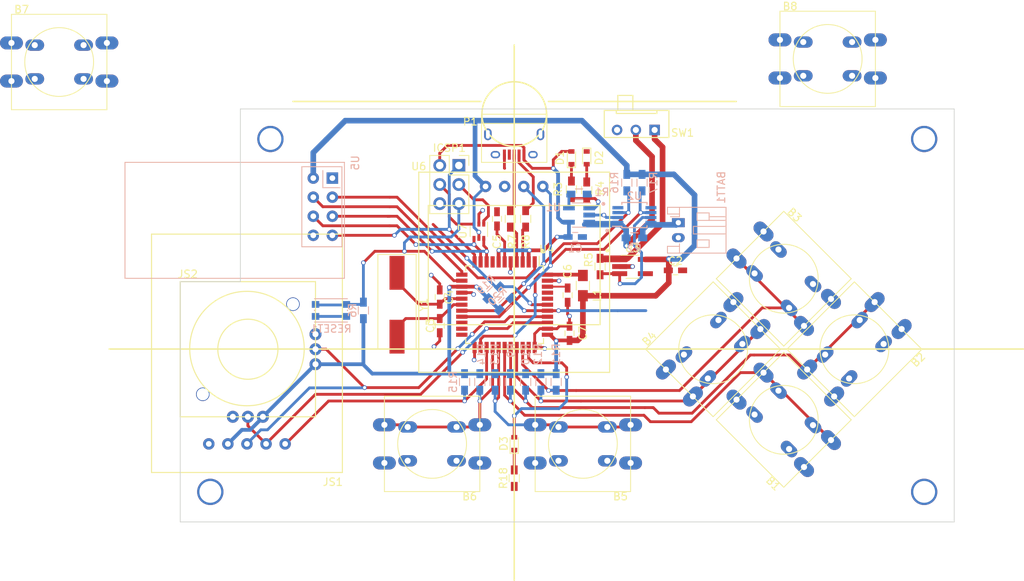
<source format=kicad_pcb>
(kicad_pcb (version 4) (host pcbnew 4.0.5)

  (general
    (links 187)
    (no_connects 69)
    (area 25.447999 5.36 147.300001 82.876501)
    (thickness 1.6)
    (drawings 28)
    (tracks 534)
    (zones 0)
    (modules 54)
    (nets 57)
  )

  (page A4)
  (layers
    (0 F.Cu signal)
    (31 B.Cu signal)
    (32 B.Adhes user)
    (33 F.Adhes user)
    (34 B.Paste user)
    (35 F.Paste user)
    (36 B.SilkS user)
    (37 F.SilkS user)
    (38 B.Mask user)
    (39 F.Mask user)
    (40 Dwgs.User user)
    (41 Cmts.User user)
    (42 Eco1.User user)
    (43 Eco2.User user)
    (44 Edge.Cuts user)
    (45 Margin user)
    (46 B.CrtYd user)
    (47 F.CrtYd user)
    (48 B.Fab user)
    (49 F.Fab user)
  )

  (setup
    (last_trace_width 0.25)
    (user_trace_width 0.25)
    (user_trace_width 0.375)
    (user_trace_width 0.5)
    (user_trace_width 0.625)
    (user_trace_width 0.75)
    (user_trace_width 1)
    (trace_clearance 0.2)
    (zone_clearance 0.508)
    (zone_45_only yes)
    (trace_min 0.2)
    (segment_width 0.2)
    (edge_width 0.1)
    (via_size 0.6)
    (via_drill 0.4)
    (via_min_size 0.4)
    (via_min_drill 0.3)
    (user_via 3.5 2.9)
    (uvia_size 0.3)
    (uvia_drill 0.1)
    (uvias_allowed no)
    (uvia_min_size 0.2)
    (uvia_min_drill 0.1)
    (pcb_text_width 0.3)
    (pcb_text_size 1.5 1.5)
    (mod_edge_width 0.15)
    (mod_text_size 1 1)
    (mod_text_width 0.15)
    (pad_size 1.5 1.5)
    (pad_drill 0.6)
    (pad_to_mask_clearance 0)
    (aux_axis_origin 0 0)
    (grid_origin 42.0022 18.0025)
    (visible_elements 7FFFFFFF)
    (pcbplotparams
      (layerselection 0x010f0_80000001)
      (usegerberextensions false)
      (excludeedgelayer true)
      (linewidth 0.100000)
      (plotframeref false)
      (viasonmask false)
      (mode 1)
      (useauxorigin false)
      (hpglpennumber 1)
      (hpglpenspeed 20)
      (hpglpendiameter 15)
      (hpglpenoverlay 2)
      (psnegative false)
      (psa4output false)
      (plotreference true)
      (plotvalue true)
      (plotinvisibletext false)
      (padsonsilk false)
      (subtractmaskfromsilk false)
      (outputformat 1)
      (mirror false)
      (drillshape 0)
      (scaleselection 1)
      (outputdirectory gerbers/))
  )

  (net 0 "")
  (net 1 GND)
  (net 2 /BUTTON_A)
  (net 3 /BUTTON_B)
  (net 4 /BUTTON_X)
  (net 5 /BUTTON_Y)
  (net 6 /BUTTON_START)
  (net 7 /BUTTON_SELECT)
  (net 8 +5V)
  (net 9 +3V3)
  (net 10 "Net-(C3-Pad2)")
  (net 11 "Net-(C4-Pad2)")
  (net 12 "Net-(C5-Pad2)")
  (net 13 "Net-(C6-Pad2)")
  (net 14 "Net-(D1-Pad1)")
  (net 15 "Net-(D2-Pad2)")
  (net 16 "Net-(BATT1-Pad1)")
  (net 17 /MISO)
  (net 18 /SCK_H)
  (net 19 /MOSI_H)
  (net 20 /RESET)
  (net 21 /JOY_X)
  (net 22 /JOY_Y)
  (net 23 /JOY_BUTTON)
  (net 24 "Net-(L1-Pad2)")
  (net 25 /D-)
  (net 26 /D+)
  (net 27 "Net-(P1-Pad4)")
  (net 28 "Net-(P1-Pad6)")
  (net 29 "Net-(R1-Pad1)")
  (net 30 +BATT)
  (net 31 "Net-(R3-Pad1)")
  (net 32 "Net-(R5-Pad2)")
  (net 33 "Net-(R7-Pad2)")
  (net 34 "Net-(R8-Pad2)")
  (net 35 /SCL)
  (net 36 /SDA)
  (net 37 /DEBUG_LED)
  (net 38 "Net-(U2-Pad4)")
  (net 39 "Net-(U2-Pad5)")
  (net 40 "Net-(U3-Pad4)")
  (net 41 "Net-(U4-Pad8)")
  (net 42 /SCLK)
  (net 43 /MOSI)
  (net 44 "Net-(U4-Pad20)")
  (net 45 "Net-(U4-Pad21)")
  (net 46 "Net-(U4-Pad22)")
  (net 47 /NRF_CSN)
  (net 48 /NRF_CE)
  (net 49 "Net-(U5-Pad8)")
  (net 50 "Net-(U4-Pad40)")
  (net 51 "Net-(U4-Pad41)")
  (net 52 "Net-(SW1-Pad3)")
  (net 53 "Net-(R5-Pad1)")
  (net 54 /BUTTON_RB)
  (net 55 /BUTTON_LB)
  (net 56 "Net-(D3-Pad1)")

  (net_class Default "This is the default net class."
    (clearance 0.2)
    (trace_width 0.25)
    (via_dia 0.6)
    (via_drill 0.4)
    (uvia_dia 0.3)
    (uvia_drill 0.1)
    (add_net +3V3)
    (add_net +5V)
    (add_net +BATT)
    (add_net /BUTTON_A)
    (add_net /BUTTON_B)
    (add_net /BUTTON_LB)
    (add_net /BUTTON_RB)
    (add_net /BUTTON_SELECT)
    (add_net /BUTTON_START)
    (add_net /BUTTON_X)
    (add_net /BUTTON_Y)
    (add_net /D+)
    (add_net /D-)
    (add_net /DEBUG_LED)
    (add_net /JOY_BUTTON)
    (add_net /JOY_X)
    (add_net /JOY_Y)
    (add_net /MISO)
    (add_net /MOSI)
    (add_net /MOSI_H)
    (add_net /NRF_CE)
    (add_net /NRF_CSN)
    (add_net /RESET)
    (add_net /SCK_H)
    (add_net /SCL)
    (add_net /SCLK)
    (add_net /SDA)
    (add_net GND)
    (add_net "Net-(BATT1-Pad1)")
    (add_net "Net-(C3-Pad2)")
    (add_net "Net-(C4-Pad2)")
    (add_net "Net-(C5-Pad2)")
    (add_net "Net-(C6-Pad2)")
    (add_net "Net-(D1-Pad1)")
    (add_net "Net-(D2-Pad2)")
    (add_net "Net-(D3-Pad1)")
    (add_net "Net-(L1-Pad2)")
    (add_net "Net-(P1-Pad4)")
    (add_net "Net-(P1-Pad6)")
    (add_net "Net-(R1-Pad1)")
    (add_net "Net-(R3-Pad1)")
    (add_net "Net-(R5-Pad1)")
    (add_net "Net-(R5-Pad2)")
    (add_net "Net-(R7-Pad2)")
    (add_net "Net-(R8-Pad2)")
    (add_net "Net-(SW1-Pad3)")
    (add_net "Net-(U2-Pad4)")
    (add_net "Net-(U2-Pad5)")
    (add_net "Net-(U3-Pad4)")
    (add_net "Net-(U4-Pad20)")
    (add_net "Net-(U4-Pad21)")
    (add_net "Net-(U4-Pad22)")
    (add_net "Net-(U4-Pad40)")
    (add_net "Net-(U4-Pad41)")
    (add_net "Net-(U4-Pad8)")
    (add_net "Net-(U5-Pad8)")
  )

  (module YouControl:I2C_Screen (layer F.Cu) (tedit 58CB2897) (tstamp 58CB0C26)
    (at 79.44 31.59)
    (path /58BE897A)
    (fp_text reference U6 (at -12.7 -3.937) (layer F.SilkS)
      (effects (font (size 1 1) (thickness 0.15)))
    )
    (fp_text value I2C_DISPLAY (at 0 -4.445) (layer F.Fab)
      (effects (font (size 1 1) (thickness 0.15)))
    )
    (fp_line (start -11.43 13.97) (end -11.43 17.145) (layer F.SilkS) (width 0.15))
    (fp_line (start 11.43 13.97) (end 11.43 17.145) (layer F.SilkS) (width 0.15))
    (fp_line (start -11.43 1.27) (end 11.43 1.27) (layer F.SilkS) (width 0.15))
    (fp_line (start 11.43 1.27) (end 11.43 13.97) (layer F.SilkS) (width 0.15))
    (fp_line (start 11.43 17.145) (end -11.43 17.145) (layer F.SilkS) (width 0.15))
    (fp_line (start -11.43 13.97) (end -11.43 1.27) (layer F.SilkS) (width 0.15))
    (fp_line (start -12.7 -3.175) (end 12.7 -3.175) (layer F.SilkS) (width 0.15))
    (fp_line (start 12.7 -3.175) (end 12.7 23.495) (layer F.SilkS) (width 0.15))
    (fp_line (start 12.7 23.495) (end -12.7 23.495) (layer F.SilkS) (width 0.15))
    (fp_line (start -12.7 23.495) (end -12.7 -3.175) (layer F.SilkS) (width 0.15))
    (pad 1 thru_hole circle (at -3.81 -1.27) (size 1.524 1.524) (drill 0.762) (layers *.Cu *.Mask)
      (net 9 +3V3))
    (pad 2 thru_hole circle (at -1.27 -1.27) (size 1.524 1.524) (drill 0.762) (layers *.Cu *.Mask)
      (net 1 GND))
    (pad 3 thru_hole circle (at 1.27 -1.27) (size 1.524 1.524) (drill 0.762) (layers *.Cu *.Mask)
      (net 35 /SCL))
    (pad 4 thru_hole circle (at 3.81 -1.27) (size 1.524 1.524) (drill 0.762) (layers *.Cu *.Mask)
      (net 36 /SDA))
  )

  (module Socket_Strips:Socket_Strip_Straight_2x03_Pitch2.54mm (layer F.Cu) (tedit 588DE958) (tstamp 58BB8F3C)
    (at 72.074 27.526)
    (descr "Through hole straight socket strip, 2x03, 2.54mm pitch, double rows")
    (tags "Through hole socket strip THT 2x03 2.54mm double row")
    (path /58C02E15)
    (fp_text reference ICSP1 (at -1.27 -2.33) (layer F.SilkS)
      (effects (font (size 1 1) (thickness 0.15)))
    )
    (fp_text value ICSP (at -1.27 7.41) (layer F.Fab)
      (effects (font (size 1 1) (thickness 0.15)))
    )
    (fp_line (start -3.81 -1.27) (end -3.81 6.35) (layer F.Fab) (width 0.1))
    (fp_line (start -3.81 6.35) (end 1.27 6.35) (layer F.Fab) (width 0.1))
    (fp_line (start 1.27 6.35) (end 1.27 -1.27) (layer F.Fab) (width 0.1))
    (fp_line (start 1.27 -1.27) (end -3.81 -1.27) (layer F.Fab) (width 0.1))
    (fp_line (start 1.33 1.27) (end 1.33 6.41) (layer F.SilkS) (width 0.12))
    (fp_line (start 1.33 6.41) (end -3.87 6.41) (layer F.SilkS) (width 0.12))
    (fp_line (start -3.87 6.41) (end -3.87 -1.33) (layer F.SilkS) (width 0.12))
    (fp_line (start -3.87 -1.33) (end -1.27 -1.33) (layer F.SilkS) (width 0.12))
    (fp_line (start -1.27 -1.33) (end -1.27 1.27) (layer F.SilkS) (width 0.12))
    (fp_line (start -1.27 1.27) (end 1.33 1.27) (layer F.SilkS) (width 0.12))
    (fp_line (start 1.33 0) (end 1.33 -1.33) (layer F.SilkS) (width 0.12))
    (fp_line (start 1.33 -1.33) (end 0.06 -1.33) (layer F.SilkS) (width 0.12))
    (fp_line (start -4.1 -1.55) (end -4.1 6.6) (layer F.CrtYd) (width 0.05))
    (fp_line (start -4.1 6.6) (end 1.55 6.6) (layer F.CrtYd) (width 0.05))
    (fp_line (start 1.55 6.6) (end 1.55 -1.55) (layer F.CrtYd) (width 0.05))
    (fp_line (start 1.55 -1.55) (end -4.1 -1.55) (layer F.CrtYd) (width 0.05))
    (pad 1 thru_hole rect (at 0 0) (size 1.7 1.7) (drill 1) (layers *.Cu *.Mask)
      (net 17 /MISO))
    (pad 2 thru_hole oval (at -2.54 0) (size 1.7 1.7) (drill 1) (layers *.Cu *.Mask)
      (net 8 +5V))
    (pad 3 thru_hole oval (at 0 2.54) (size 1.7 1.7) (drill 1) (layers *.Cu *.Mask)
      (net 18 /SCK_H))
    (pad 4 thru_hole oval (at -2.54 2.54) (size 1.7 1.7) (drill 1) (layers *.Cu *.Mask)
      (net 19 /MOSI_H))
    (pad 5 thru_hole oval (at 0 5.08) (size 1.7 1.7) (drill 1) (layers *.Cu *.Mask)
      (net 20 /RESET))
    (pad 6 thru_hole oval (at -2.54 5.08) (size 1.7 1.7) (drill 1) (layers *.Cu *.Mask)
      (net 1 GND))
    (model Socket_Strips.3dshapes/Socket_Strip_Straight_2x03_Pitch2.54mm.wrl
      (at (xyz -0.05 -0.1 0))
      (scale (xyz 1 1 1))
      (rotate (xyz 0 0 270))
    )
  )

  (module Housings_QFP:TQFP-44_10x10mm_Pitch0.8mm locked (layer F.Cu) (tedit 58CB28BD) (tstamp 58BB9149)
    (at 78.17 46.068 270)
    (descr "44-Lead Plastic Thin Quad Flatpack (PT) - 10x10x1.0 mm Body [TQFP] (see Microchip Packaging Specification 00000049BS.pdf)")
    (tags "QFP 0.8")
    (path /58B94903)
    (attr smd)
    (fp_text reference U4 (at -7.366 -5.588 360) (layer F.SilkS)
      (effects (font (size 1 1) (thickness 0.15)))
    )
    (fp_text value ATMEGA32U4RC-A (at 0 7.45 270) (layer F.Fab)
      (effects (font (size 1 1) (thickness 0.15)))
    )
    (fp_text user %R (at -7.366 -5.588 360) (layer F.Fab)
      (effects (font (size 1 1) (thickness 0.15)))
    )
    (fp_line (start -4 -5) (end 5 -5) (layer F.Fab) (width 0.15))
    (fp_line (start 5 -5) (end 5 5) (layer F.Fab) (width 0.15))
    (fp_line (start 5 5) (end -5 5) (layer F.Fab) (width 0.15))
    (fp_line (start -5 5) (end -5 -4) (layer F.Fab) (width 0.15))
    (fp_line (start -5 -4) (end -4 -5) (layer F.Fab) (width 0.15))
    (fp_line (start -6.7 -6.7) (end -6.7 6.7) (layer F.CrtYd) (width 0.05))
    (fp_line (start 6.7 -6.7) (end 6.7 6.7) (layer F.CrtYd) (width 0.05))
    (fp_line (start -6.7 -6.7) (end 6.7 -6.7) (layer F.CrtYd) (width 0.05))
    (fp_line (start -6.7 6.7) (end 6.7 6.7) (layer F.CrtYd) (width 0.05))
    (fp_line (start -5.175 -5.175) (end -5.175 -4.6) (layer F.SilkS) (width 0.15))
    (fp_line (start 5.175 -5.175) (end 5.175 -4.5) (layer F.SilkS) (width 0.15))
    (fp_line (start 5.175 5.175) (end 5.175 4.5) (layer F.SilkS) (width 0.15))
    (fp_line (start -5.175 5.175) (end -5.175 4.5) (layer F.SilkS) (width 0.15))
    (fp_line (start -5.175 -5.175) (end -4.5 -5.175) (layer F.SilkS) (width 0.15))
    (fp_line (start -5.175 5.175) (end -4.5 5.175) (layer F.SilkS) (width 0.15))
    (fp_line (start 5.175 5.175) (end 4.5 5.175) (layer F.SilkS) (width 0.15))
    (fp_line (start 5.175 -5.175) (end 4.5 -5.175) (layer F.SilkS) (width 0.15))
    (fp_line (start -5.175 -4.6) (end -6.45 -4.6) (layer F.SilkS) (width 0.15))
    (pad 1 smd rect (at -5.7 -4 270) (size 1.5 0.55) (layers F.Cu F.Paste F.Mask)
      (net 48 /NRF_CE))
    (pad 2 smd rect (at -5.7 -3.2 270) (size 1.5 0.55) (layers F.Cu F.Paste F.Mask)
      (net 8 +5V))
    (pad 3 smd rect (at -5.7 -2.4 270) (size 1.5 0.55) (layers F.Cu F.Paste F.Mask)
      (net 34 "Net-(R8-Pad2)"))
    (pad 4 smd rect (at -5.7 -1.6 270) (size 1.5 0.55) (layers F.Cu F.Paste F.Mask)
      (net 33 "Net-(R7-Pad2)"))
    (pad 5 smd rect (at -5.7 -0.8 270) (size 1.5 0.55) (layers F.Cu F.Paste F.Mask)
      (net 1 GND))
    (pad 6 smd rect (at -5.7 0 270) (size 1.5 0.55) (layers F.Cu F.Paste F.Mask)
      (net 12 "Net-(C5-Pad2)"))
    (pad 7 smd rect (at -5.7 0.8 270) (size 1.5 0.55) (layers F.Cu F.Paste F.Mask)
      (net 8 +5V))
    (pad 8 smd rect (at -5.7 1.6 270) (size 1.5 0.55) (layers F.Cu F.Paste F.Mask)
      (net 41 "Net-(U4-Pad8)"))
    (pad 9 smd rect (at -5.7 2.4 270) (size 1.5 0.55) (layers F.Cu F.Paste F.Mask)
      (net 42 /SCLK))
    (pad 10 smd rect (at -5.7 3.2 270) (size 1.5 0.55) (layers F.Cu F.Paste F.Mask)
      (net 43 /MOSI))
    (pad 11 smd rect (at -5.7 4 270) (size 1.5 0.55) (layers F.Cu F.Paste F.Mask)
      (net 17 /MISO))
    (pad 12 smd rect (at -4 5.7) (size 1.5 0.55) (layers F.Cu F.Paste F.Mask)
      (net 47 /NRF_CSN))
    (pad 13 smd rect (at -3.2 5.7) (size 1.5 0.55) (layers F.Cu F.Paste F.Mask)
      (net 20 /RESET))
    (pad 14 smd rect (at -2.4 5.7) (size 1.5 0.55) (layers F.Cu F.Paste F.Mask)
      (net 9 +3V3))
    (pad 15 smd rect (at -1.6 5.7) (size 1.5 0.55) (layers F.Cu F.Paste F.Mask)
      (net 1 GND))
    (pad 16 smd rect (at -0.8 5.7) (size 1.5 0.55) (layers F.Cu F.Paste F.Mask)
      (net 11 "Net-(C4-Pad2)"))
    (pad 17 smd rect (at 0 5.7) (size 1.5 0.55) (layers F.Cu F.Paste F.Mask)
      (net 10 "Net-(C3-Pad2)"))
    (pad 18 smd rect (at 0.8 5.7) (size 1.5 0.55) (layers F.Cu F.Paste F.Mask)
      (net 35 /SCL))
    (pad 19 smd rect (at 1.6 5.7) (size 1.5 0.55) (layers F.Cu F.Paste F.Mask)
      (net 36 /SDA))
    (pad 20 smd rect (at 2.4 5.7) (size 1.5 0.55) (layers F.Cu F.Paste F.Mask)
      (net 44 "Net-(U4-Pad20)"))
    (pad 21 smd rect (at 3.2 5.7) (size 1.5 0.55) (layers F.Cu F.Paste F.Mask)
      (net 45 "Net-(U4-Pad21)"))
    (pad 22 smd rect (at 4 5.7) (size 1.5 0.55) (layers F.Cu F.Paste F.Mask)
      (net 46 "Net-(U4-Pad22)"))
    (pad 23 smd rect (at 5.7 4 270) (size 1.5 0.55) (layers F.Cu F.Paste F.Mask)
      (net 1 GND))
    (pad 24 smd rect (at 5.7 3.2 270) (size 1.5 0.55) (layers F.Cu F.Paste F.Mask)
      (net 24 "Net-(L1-Pad2)"))
    (pad 25 smd rect (at 5.7 2.4 270) (size 1.5 0.55) (layers F.Cu F.Paste F.Mask)
      (net 23 /JOY_BUTTON))
    (pad 26 smd rect (at 5.7 1.6 270) (size 1.5 0.55) (layers F.Cu F.Paste F.Mask)
      (net 7 /BUTTON_SELECT))
    (pad 27 smd rect (at 5.7 0.8 270) (size 1.5 0.55) (layers F.Cu F.Paste F.Mask)
      (net 6 /BUTTON_START))
    (pad 28 smd rect (at 5.7 0 270) (size 1.5 0.55) (layers F.Cu F.Paste F.Mask)
      (net 2 /BUTTON_A))
    (pad 29 smd rect (at 5.7 -0.8 270) (size 1.5 0.55) (layers F.Cu F.Paste F.Mask)
      (net 3 /BUTTON_B))
    (pad 30 smd rect (at 5.7 -1.6 270) (size 1.5 0.55) (layers F.Cu F.Paste F.Mask)
      (net 5 /BUTTON_Y))
    (pad 31 smd rect (at 5.7 -2.4 270) (size 1.5 0.55) (layers F.Cu F.Paste F.Mask)
      (net 4 /BUTTON_X))
    (pad 32 smd rect (at 5.7 -3.2 270) (size 1.5 0.55) (layers F.Cu F.Paste F.Mask)
      (net 37 /DEBUG_LED))
    (pad 33 smd rect (at 5.7 -4 270) (size 1.5 0.55) (layers F.Cu F.Paste F.Mask)
      (net 1 GND))
    (pad 34 smd rect (at 4 -5.7) (size 1.5 0.55) (layers F.Cu F.Paste F.Mask)
      (net 9 +3V3))
    (pad 35 smd rect (at 3.2 -5.7) (size 1.5 0.55) (layers F.Cu F.Paste F.Mask)
      (net 1 GND))
    (pad 36 smd rect (at 2.4 -5.7) (size 1.5 0.55) (layers F.Cu F.Paste F.Mask)
      (net 22 /JOY_Y))
    (pad 37 smd rect (at 1.6 -5.7) (size 1.5 0.55) (layers F.Cu F.Paste F.Mask)
      (net 21 /JOY_X))
    (pad 38 smd rect (at 0.8 -5.7) (size 1.5 0.55) (layers F.Cu F.Paste F.Mask)
      (net 55 /BUTTON_LB))
    (pad 39 smd rect (at 0 -5.7) (size 1.5 0.55) (layers F.Cu F.Paste F.Mask)
      (net 54 /BUTTON_RB))
    (pad 40 smd rect (at -0.8 -5.7) (size 1.5 0.55) (layers F.Cu F.Paste F.Mask)
      (net 50 "Net-(U4-Pad40)"))
    (pad 41 smd rect (at -1.6 -5.7) (size 1.5 0.55) (layers F.Cu F.Paste F.Mask)
      (net 51 "Net-(U4-Pad41)"))
    (pad 42 smd rect (at -2.4 -5.7) (size 1.5 0.55) (layers F.Cu F.Paste F.Mask)
      (net 13 "Net-(C6-Pad2)"))
    (pad 43 smd rect (at -3.2 -5.7) (size 1.5 0.55) (layers F.Cu F.Paste F.Mask)
      (net 1 GND))
    (pad 44 smd rect (at -4 -5.7) (size 1.5 0.55) (layers F.Cu F.Paste F.Mask)
      (net 24 "Net-(L1-Pad2)"))
    (model Housings_QFP.3dshapes/TQFP-44_10x10mm_Pitch0.8mm.wrl
      (at (xyz 0 0 0))
      (scale (xyz 1 1 1))
      (rotate (xyz 0 0 0))
    )
  )

  (module Resistors_SMD:R_0603_HandSoldering (layer F.Cu) (tedit 58BBBC3A) (tstamp 58BB9002)
    (at 80.964 34.638 270)
    (descr "Resistor SMD 0603, hand soldering")
    (tags "resistor 0603")
    (path /58BAC7EB)
    (attr smd)
    (fp_text reference R8 (at 3.048 0 270) (layer F.SilkS)
      (effects (font (size 1 1) (thickness 0.15)))
    )
    (fp_text value 22 (at 0 0 270) (layer F.Fab)
      (effects (font (size 1 1) (thickness 0.15)))
    )
    (fp_text user %R (at 3.048 0 270) (layer F.Fab)
      (effects (font (size 1 1) (thickness 0.15)))
    )
    (fp_line (start -0.8 0.4) (end -0.8 -0.4) (layer F.Fab) (width 0.1))
    (fp_line (start 0.8 0.4) (end -0.8 0.4) (layer F.Fab) (width 0.1))
    (fp_line (start 0.8 -0.4) (end 0.8 0.4) (layer F.Fab) (width 0.1))
    (fp_line (start -0.8 -0.4) (end 0.8 -0.4) (layer F.Fab) (width 0.1))
    (fp_line (start 0.5 0.68) (end -0.5 0.68) (layer F.SilkS) (width 0.12))
    (fp_line (start -0.5 -0.68) (end 0.5 -0.68) (layer F.SilkS) (width 0.12))
    (fp_line (start -1.96 -0.7) (end 1.95 -0.7) (layer F.CrtYd) (width 0.05))
    (fp_line (start -1.96 -0.7) (end -1.96 0.7) (layer F.CrtYd) (width 0.05))
    (fp_line (start 1.95 0.7) (end 1.95 -0.7) (layer F.CrtYd) (width 0.05))
    (fp_line (start 1.95 0.7) (end -1.96 0.7) (layer F.CrtYd) (width 0.05))
    (pad 1 smd rect (at -1.1 0 270) (size 1.2 0.9) (layers F.Cu F.Paste F.Mask)
      (net 25 /D-))
    (pad 2 smd rect (at 1.1 0 270) (size 1.2 0.9) (layers F.Cu F.Paste F.Mask)
      (net 34 "Net-(R8-Pad2)"))
    (model Resistors_SMD.3dshapes/R_0603.wrl
      (at (xyz 0 0 0))
      (scale (xyz 1 1 1))
      (rotate (xyz 0 0 0))
    )
  )

  (module Capacitors_SMD:C_0603_HandSoldering (layer B.Cu) (tedit 58CB2818) (tstamp 58BB8528)
    (at 87.568 37.051)
    (descr "Capacitor SMD 0603, hand soldering")
    (tags "capacitor 0603")
    (path /58B930AA)
    (attr smd)
    (fp_text reference C1 (at 0 1.524) (layer B.SilkS)
      (effects (font (size 1 1) (thickness 0.15)) (justify mirror))
    )
    (fp_text value 10nF (at 0 1.524) (layer B.Fab)
      (effects (font (size 1 1) (thickness 0.15)) (justify mirror))
    )
    (fp_text user %R (at 0 1.524) (layer B.Fab)
      (effects (font (size 1 1) (thickness 0.15)) (justify mirror))
    )
    (fp_line (start -0.8 -0.4) (end -0.8 0.4) (layer B.Fab) (width 0.1))
    (fp_line (start 0.8 -0.4) (end -0.8 -0.4) (layer B.Fab) (width 0.1))
    (fp_line (start 0.8 0.4) (end 0.8 -0.4) (layer B.Fab) (width 0.1))
    (fp_line (start -0.8 0.4) (end 0.8 0.4) (layer B.Fab) (width 0.1))
    (fp_line (start -0.35 0.6) (end 0.35 0.6) (layer B.SilkS) (width 0.12))
    (fp_line (start 0.35 -0.6) (end -0.35 -0.6) (layer B.SilkS) (width 0.12))
    (fp_line (start -1.8 0.65) (end 1.8 0.65) (layer B.CrtYd) (width 0.05))
    (fp_line (start -1.8 0.65) (end -1.8 -0.65) (layer B.CrtYd) (width 0.05))
    (fp_line (start 1.8 -0.65) (end 1.8 0.65) (layer B.CrtYd) (width 0.05))
    (fp_line (start 1.8 -0.65) (end -1.8 -0.65) (layer B.CrtYd) (width 0.05))
    (pad 1 smd rect (at -0.95 0) (size 1.2 0.75) (layers B.Cu B.Paste B.Mask)
      (net 8 +5V))
    (pad 2 smd rect (at 0.95 0) (size 1.2 0.75) (layers B.Cu B.Paste B.Mask)
      (net 1 GND))
    (model Capacitors_SMD.3dshapes/C_0603.wrl
      (at (xyz 0 0 0))
      (scale (xyz 1 1 1))
      (rotate (xyz 0 0 0))
    )
  )

  (module Capacitors_SMD:C_0603_HandSoldering (layer F.Cu) (tedit 58AA848B) (tstamp 58BB8539)
    (at 100.903 41.496)
    (descr "Capacitor SMD 0603, hand soldering")
    (tags "capacitor 0603")
    (path /58B9313B)
    (attr smd)
    (fp_text reference C2 (at 0 -1.25) (layer F.SilkS)
      (effects (font (size 1 1) (thickness 0.15)))
    )
    (fp_text value 10nF (at 0 1.5) (layer F.Fab)
      (effects (font (size 1 1) (thickness 0.15)))
    )
    (fp_text user %R (at 0 -1.25) (layer F.Fab)
      (effects (font (size 1 1) (thickness 0.15)))
    )
    (fp_line (start -0.8 0.4) (end -0.8 -0.4) (layer F.Fab) (width 0.1))
    (fp_line (start 0.8 0.4) (end -0.8 0.4) (layer F.Fab) (width 0.1))
    (fp_line (start 0.8 -0.4) (end 0.8 0.4) (layer F.Fab) (width 0.1))
    (fp_line (start -0.8 -0.4) (end 0.8 -0.4) (layer F.Fab) (width 0.1))
    (fp_line (start -0.35 -0.6) (end 0.35 -0.6) (layer F.SilkS) (width 0.12))
    (fp_line (start 0.35 0.6) (end -0.35 0.6) (layer F.SilkS) (width 0.12))
    (fp_line (start -1.8 -0.65) (end 1.8 -0.65) (layer F.CrtYd) (width 0.05))
    (fp_line (start -1.8 -0.65) (end -1.8 0.65) (layer F.CrtYd) (width 0.05))
    (fp_line (start 1.8 0.65) (end 1.8 -0.65) (layer F.CrtYd) (width 0.05))
    (fp_line (start 1.8 0.65) (end -1.8 0.65) (layer F.CrtYd) (width 0.05))
    (pad 1 smd rect (at -0.95 0) (size 1.2 0.75) (layers F.Cu F.Paste F.Mask)
      (net 9 +3V3))
    (pad 2 smd rect (at 0.95 0) (size 1.2 0.75) (layers F.Cu F.Paste F.Mask)
      (net 1 GND))
    (model Capacitors_SMD.3dshapes/C_0603.wrl
      (at (xyz 0 0 0))
      (scale (xyz 1 1 1))
      (rotate (xyz 0 0 0))
    )
  )

  (module Capacitors_SMD:C_0603_HandSoldering (layer F.Cu) (tedit 58BBB1E1) (tstamp 58BB854A)
    (at 69.534 48.862 90)
    (descr "Capacitor SMD 0603, hand soldering")
    (tags "capacitor 0603")
    (path /58BA7712)
    (attr smd)
    (fp_text reference C3 (at 0 -1.25 90) (layer F.SilkS)
      (effects (font (size 1 1) (thickness 0.15)))
    )
    (fp_text value 25pF (at 0 -1.524 90) (layer F.Fab)
      (effects (font (size 1 1) (thickness 0.15)))
    )
    (fp_text user %R (at 0 -1.25 90) (layer F.Fab)
      (effects (font (size 1 1) (thickness 0.15)))
    )
    (fp_line (start -0.8 0.4) (end -0.8 -0.4) (layer F.Fab) (width 0.1))
    (fp_line (start 0.8 0.4) (end -0.8 0.4) (layer F.Fab) (width 0.1))
    (fp_line (start 0.8 -0.4) (end 0.8 0.4) (layer F.Fab) (width 0.1))
    (fp_line (start -0.8 -0.4) (end 0.8 -0.4) (layer F.Fab) (width 0.1))
    (fp_line (start -0.35 -0.6) (end 0.35 -0.6) (layer F.SilkS) (width 0.12))
    (fp_line (start 0.35 0.6) (end -0.35 0.6) (layer F.SilkS) (width 0.12))
    (fp_line (start -1.8 -0.65) (end 1.8 -0.65) (layer F.CrtYd) (width 0.05))
    (fp_line (start -1.8 -0.65) (end -1.8 0.65) (layer F.CrtYd) (width 0.05))
    (fp_line (start 1.8 0.65) (end 1.8 -0.65) (layer F.CrtYd) (width 0.05))
    (fp_line (start 1.8 0.65) (end -1.8 0.65) (layer F.CrtYd) (width 0.05))
    (pad 1 smd rect (at -0.95 0 90) (size 1.2 0.75) (layers F.Cu F.Paste F.Mask)
      (net 1 GND))
    (pad 2 smd rect (at 0.95 0 90) (size 1.2 0.75) (layers F.Cu F.Paste F.Mask)
      (net 10 "Net-(C3-Pad2)"))
    (model Capacitors_SMD.3dshapes/C_0603.wrl
      (at (xyz 0 0 0))
      (scale (xyz 1 1 1))
      (rotate (xyz 0 0 0))
    )
  )

  (module Capacitors_SMD:C_0603_HandSoldering (layer F.Cu) (tedit 58AA848B) (tstamp 58BB855B)
    (at 69.534 45.052 270)
    (descr "Capacitor SMD 0603, hand soldering")
    (tags "capacitor 0603")
    (path /58BA7718)
    (attr smd)
    (fp_text reference C4 (at 0 -1.25 270) (layer F.SilkS)
      (effects (font (size 1 1) (thickness 0.15)))
    )
    (fp_text value 25pF (at 0 1.5 270) (layer F.Fab)
      (effects (font (size 1 1) (thickness 0.15)))
    )
    (fp_text user %R (at 0 -1.25 270) (layer F.Fab)
      (effects (font (size 1 1) (thickness 0.15)))
    )
    (fp_line (start -0.8 0.4) (end -0.8 -0.4) (layer F.Fab) (width 0.1))
    (fp_line (start 0.8 0.4) (end -0.8 0.4) (layer F.Fab) (width 0.1))
    (fp_line (start 0.8 -0.4) (end 0.8 0.4) (layer F.Fab) (width 0.1))
    (fp_line (start -0.8 -0.4) (end 0.8 -0.4) (layer F.Fab) (width 0.1))
    (fp_line (start -0.35 -0.6) (end 0.35 -0.6) (layer F.SilkS) (width 0.12))
    (fp_line (start 0.35 0.6) (end -0.35 0.6) (layer F.SilkS) (width 0.12))
    (fp_line (start -1.8 -0.65) (end 1.8 -0.65) (layer F.CrtYd) (width 0.05))
    (fp_line (start -1.8 -0.65) (end -1.8 0.65) (layer F.CrtYd) (width 0.05))
    (fp_line (start 1.8 0.65) (end 1.8 -0.65) (layer F.CrtYd) (width 0.05))
    (fp_line (start 1.8 0.65) (end -1.8 0.65) (layer F.CrtYd) (width 0.05))
    (pad 1 smd rect (at -0.95 0 270) (size 1.2 0.75) (layers F.Cu F.Paste F.Mask)
      (net 1 GND))
    (pad 2 smd rect (at 0.95 0 270) (size 1.2 0.75) (layers F.Cu F.Paste F.Mask)
      (net 11 "Net-(C4-Pad2)"))
    (model Capacitors_SMD.3dshapes/C_0603.wrl
      (at (xyz 0 0 0))
      (scale (xyz 1 1 1))
      (rotate (xyz 0 0 0))
    )
  )

  (module Capacitors_SMD:C_0603_HandSoldering (layer F.Cu) (tedit 58BBBC3E) (tstamp 58BB856C)
    (at 77.154 34.638 270)
    (descr "Capacitor SMD 0603, hand soldering")
    (tags "capacitor 0603")
    (path /58BAAC1A)
    (attr smd)
    (fp_text reference C5 (at 3.048 0 270) (layer F.SilkS)
      (effects (font (size 1 1) (thickness 0.15)))
    )
    (fp_text value 1uF (at 0 0 270) (layer F.Fab)
      (effects (font (size 1 1) (thickness 0.15)))
    )
    (fp_text user %R (at 3.048 0 270) (layer F.Fab)
      (effects (font (size 1 1) (thickness 0.15)))
    )
    (fp_line (start -0.8 0.4) (end -0.8 -0.4) (layer F.Fab) (width 0.1))
    (fp_line (start 0.8 0.4) (end -0.8 0.4) (layer F.Fab) (width 0.1))
    (fp_line (start 0.8 -0.4) (end 0.8 0.4) (layer F.Fab) (width 0.1))
    (fp_line (start -0.8 -0.4) (end 0.8 -0.4) (layer F.Fab) (width 0.1))
    (fp_line (start -0.35 -0.6) (end 0.35 -0.6) (layer F.SilkS) (width 0.12))
    (fp_line (start 0.35 0.6) (end -0.35 0.6) (layer F.SilkS) (width 0.12))
    (fp_line (start -1.8 -0.65) (end 1.8 -0.65) (layer F.CrtYd) (width 0.05))
    (fp_line (start -1.8 -0.65) (end -1.8 0.65) (layer F.CrtYd) (width 0.05))
    (fp_line (start 1.8 0.65) (end 1.8 -0.65) (layer F.CrtYd) (width 0.05))
    (fp_line (start 1.8 0.65) (end -1.8 0.65) (layer F.CrtYd) (width 0.05))
    (pad 1 smd rect (at -0.95 0 270) (size 1.2 0.75) (layers F.Cu F.Paste F.Mask)
      (net 1 GND))
    (pad 2 smd rect (at 0.95 0 270) (size 1.2 0.75) (layers F.Cu F.Paste F.Mask)
      (net 12 "Net-(C5-Pad2)"))
    (model Capacitors_SMD.3dshapes/C_0603.wrl
      (at (xyz 0 0 0))
      (scale (xyz 1 1 1))
      (rotate (xyz 0 0 0))
    )
  )

  (module Capacitors_SMD:C_0603_HandSoldering (layer F.Cu) (tedit 58CB28DA) (tstamp 58BB857D)
    (at 86.552 44.798 90)
    (descr "Capacitor SMD 0603, hand soldering")
    (tags "capacitor 0603")
    (path /58BB9E83)
    (attr smd)
    (fp_text reference C6 (at 3.175 0 90) (layer F.SilkS)
      (effects (font (size 1 1) (thickness 0.15)))
    )
    (fp_text value 0.1uF (at 0 1.5 90) (layer F.Fab)
      (effects (font (size 1 1) (thickness 0.15)))
    )
    (fp_text user %R (at 3.175 0 90) (layer F.Fab)
      (effects (font (size 1 1) (thickness 0.15)))
    )
    (fp_line (start -0.8 0.4) (end -0.8 -0.4) (layer F.Fab) (width 0.1))
    (fp_line (start 0.8 0.4) (end -0.8 0.4) (layer F.Fab) (width 0.1))
    (fp_line (start 0.8 -0.4) (end 0.8 0.4) (layer F.Fab) (width 0.1))
    (fp_line (start -0.8 -0.4) (end 0.8 -0.4) (layer F.Fab) (width 0.1))
    (fp_line (start -0.35 -0.6) (end 0.35 -0.6) (layer F.SilkS) (width 0.12))
    (fp_line (start 0.35 0.6) (end -0.35 0.6) (layer F.SilkS) (width 0.12))
    (fp_line (start -1.8 -0.65) (end 1.8 -0.65) (layer F.CrtYd) (width 0.05))
    (fp_line (start -1.8 -0.65) (end -1.8 0.65) (layer F.CrtYd) (width 0.05))
    (fp_line (start 1.8 0.65) (end 1.8 -0.65) (layer F.CrtYd) (width 0.05))
    (fp_line (start 1.8 0.65) (end -1.8 0.65) (layer F.CrtYd) (width 0.05))
    (pad 1 smd rect (at -0.95 0 90) (size 1.2 0.75) (layers F.Cu F.Paste F.Mask)
      (net 1 GND))
    (pad 2 smd rect (at 0.95 0 90) (size 1.2 0.75) (layers F.Cu F.Paste F.Mask)
      (net 13 "Net-(C6-Pad2)"))
    (model Capacitors_SMD.3dshapes/C_0603.wrl
      (at (xyz 0 0 0))
      (scale (xyz 1 1 1))
      (rotate (xyz 0 0 0))
    )
  )

  (module Capacitors_SMD:C_0603_HandSoldering (layer F.Cu) (tedit 58CB28D1) (tstamp 58BB858E)
    (at 86.806 49.878 270)
    (descr "Capacitor SMD 0603, hand soldering")
    (tags "capacitor 0603")
    (path /58BFF6A5)
    (attr smd)
    (fp_text reference C7 (at 0 -1.778 270) (layer F.SilkS)
      (effects (font (size 1 1) (thickness 0.15)))
    )
    (fp_text value 1uF (at 0 1.5 270) (layer F.Fab)
      (effects (font (size 1 1) (thickness 0.15)))
    )
    (fp_text user %R (at 0 -1.778 270) (layer F.Fab)
      (effects (font (size 1 1) (thickness 0.15)))
    )
    (fp_line (start -0.8 0.4) (end -0.8 -0.4) (layer F.Fab) (width 0.1))
    (fp_line (start 0.8 0.4) (end -0.8 0.4) (layer F.Fab) (width 0.1))
    (fp_line (start 0.8 -0.4) (end 0.8 0.4) (layer F.Fab) (width 0.1))
    (fp_line (start -0.8 -0.4) (end 0.8 -0.4) (layer F.Fab) (width 0.1))
    (fp_line (start -0.35 -0.6) (end 0.35 -0.6) (layer F.SilkS) (width 0.12))
    (fp_line (start 0.35 0.6) (end -0.35 0.6) (layer F.SilkS) (width 0.12))
    (fp_line (start -1.8 -0.65) (end 1.8 -0.65) (layer F.CrtYd) (width 0.05))
    (fp_line (start -1.8 -0.65) (end -1.8 0.65) (layer F.CrtYd) (width 0.05))
    (fp_line (start 1.8 0.65) (end 1.8 -0.65) (layer F.CrtYd) (width 0.05))
    (fp_line (start 1.8 0.65) (end -1.8 0.65) (layer F.CrtYd) (width 0.05))
    (pad 1 smd rect (at -0.95 0 270) (size 1.2 0.75) (layers F.Cu F.Paste F.Mask)
      (net 1 GND))
    (pad 2 smd rect (at 0.95 0 270) (size 1.2 0.75) (layers F.Cu F.Paste F.Mask)
      (net 9 +3V3))
    (model Capacitors_SMD.3dshapes/C_0603.wrl
      (at (xyz 0 0 0))
      (scale (xyz 1 1 1))
      (rotate (xyz 0 0 0))
    )
  )

  (module Diodes_SMD:D_0603 (layer F.Cu) (tedit 58CB2840) (tstamp 58BB85A5)
    (at 87.06 26.51 90)
    (descr "Diode SMD in 0603 package")
    (tags "smd diode")
    (path /58B8D19F)
    (attr smd)
    (fp_text reference D1 (at 0 -1.524 90) (layer F.SilkS)
      (effects (font (size 1 1) (thickness 0.15)))
    )
    (fp_text value LED_RED (at 1.016 -1.397 270) (layer F.Fab)
      (effects (font (size 1 1) (thickness 0.15)))
    )
    (fp_line (start -1.3 -0.55) (end -1.3 0.55) (layer F.SilkS) (width 0.12))
    (fp_line (start 1.4 0.65) (end 1.4 -0.65) (layer F.CrtYd) (width 0.05))
    (fp_line (start -1.4 0.65) (end 1.4 0.65) (layer F.CrtYd) (width 0.05))
    (fp_line (start -1.4 -0.65) (end -1.4 0.65) (layer F.CrtYd) (width 0.05))
    (fp_line (start 1.4 -0.65) (end -1.4 -0.65) (layer F.CrtYd) (width 0.05))
    (fp_line (start 0.2 0) (end 0.4 0) (layer F.Fab) (width 0.1))
    (fp_line (start -0.1 0) (end -0.3 0) (layer F.Fab) (width 0.1))
    (fp_line (start -0.1 -0.2) (end -0.1 0.2) (layer F.Fab) (width 0.1))
    (fp_line (start 0.2 0.2) (end 0.2 -0.2) (layer F.Fab) (width 0.1))
    (fp_line (start -0.1 0) (end 0.2 0.2) (layer F.Fab) (width 0.1))
    (fp_line (start 0.2 -0.2) (end -0.1 0) (layer F.Fab) (width 0.1))
    (fp_line (start -0.8 0.4) (end -0.8 -0.4) (layer F.Fab) (width 0.1))
    (fp_line (start 0.8 0.4) (end -0.8 0.4) (layer F.Fab) (width 0.1))
    (fp_line (start 0.8 -0.4) (end 0.8 0.4) (layer F.Fab) (width 0.1))
    (fp_line (start -0.8 -0.4) (end 0.8 -0.4) (layer F.Fab) (width 0.1))
    (fp_line (start -1.3 0.55) (end 0.8 0.55) (layer F.SilkS) (width 0.12))
    (fp_line (start -1.3 -0.55) (end 0.8 -0.55) (layer F.SilkS) (width 0.12))
    (pad 1 smd rect (at -0.85 0 90) (size 0.6 0.8) (layers F.Cu F.Paste F.Mask)
      (net 14 "Net-(D1-Pad1)"))
    (pad 2 smd rect (at 0.85 0 90) (size 0.6 0.8) (layers F.Cu F.Paste F.Mask)
      (net 8 +5V))
  )

  (module Diodes_SMD:D_0603 (layer F.Cu) (tedit 58CB2845) (tstamp 58BB85BC)
    (at 89.092 26.51 270)
    (descr "Diode SMD in 0603 package")
    (tags "smd diode")
    (path /58C44313)
    (attr smd)
    (fp_text reference D2 (at 0 -1.651 270) (layer F.SilkS)
      (effects (font (size 1 1) (thickness 0.15)))
    )
    (fp_text value LED_GREEN (at -2.032 -1.524 450) (layer F.Fab)
      (effects (font (size 1 1) (thickness 0.15)))
    )
    (fp_line (start -1.3 -0.55) (end -1.3 0.55) (layer F.SilkS) (width 0.12))
    (fp_line (start 1.4 0.65) (end 1.4 -0.65) (layer F.CrtYd) (width 0.05))
    (fp_line (start -1.4 0.65) (end 1.4 0.65) (layer F.CrtYd) (width 0.05))
    (fp_line (start -1.4 -0.65) (end -1.4 0.65) (layer F.CrtYd) (width 0.05))
    (fp_line (start 1.4 -0.65) (end -1.4 -0.65) (layer F.CrtYd) (width 0.05))
    (fp_line (start 0.2 0) (end 0.4 0) (layer F.Fab) (width 0.1))
    (fp_line (start -0.1 0) (end -0.3 0) (layer F.Fab) (width 0.1))
    (fp_line (start -0.1 -0.2) (end -0.1 0.2) (layer F.Fab) (width 0.1))
    (fp_line (start 0.2 0.2) (end 0.2 -0.2) (layer F.Fab) (width 0.1))
    (fp_line (start -0.1 0) (end 0.2 0.2) (layer F.Fab) (width 0.1))
    (fp_line (start 0.2 -0.2) (end -0.1 0) (layer F.Fab) (width 0.1))
    (fp_line (start -0.8 0.4) (end -0.8 -0.4) (layer F.Fab) (width 0.1))
    (fp_line (start 0.8 0.4) (end -0.8 0.4) (layer F.Fab) (width 0.1))
    (fp_line (start 0.8 -0.4) (end 0.8 0.4) (layer F.Fab) (width 0.1))
    (fp_line (start -0.8 -0.4) (end 0.8 -0.4) (layer F.Fab) (width 0.1))
    (fp_line (start -1.3 0.55) (end 0.8 0.55) (layer F.SilkS) (width 0.12))
    (fp_line (start -1.3 -0.55) (end 0.8 -0.55) (layer F.SilkS) (width 0.12))
    (pad 1 smd rect (at -0.85 0 270) (size 0.6 0.8) (layers F.Cu F.Paste F.Mask)
      (net 1 GND))
    (pad 2 smd rect (at 0.85 0 270) (size 0.6 0.8) (layers F.Cu F.Paste F.Mask)
      (net 15 "Net-(D2-Pad2)"))
  )

  (module Diodes_SMD:D_0603 (layer F.Cu) (tedit 58CB2973) (tstamp 58BB85D3)
    (at 79.448 64.5765 90)
    (descr "Diode SMD in 0603 package")
    (tags "smd diode")
    (path /58B8D242)
    (attr smd)
    (fp_text reference D3 (at 0 -1.397 90) (layer F.SilkS)
      (effects (font (size 1 1) (thickness 0.15)))
    )
    (fp_text value LED_GREEN (at 0 -1.5 90) (layer F.Fab)
      (effects (font (size 1 1) (thickness 0.15)))
    )
    (fp_line (start -1.3 -0.55) (end -1.3 0.55) (layer F.SilkS) (width 0.12))
    (fp_line (start 1.4 0.65) (end 1.4 -0.65) (layer F.CrtYd) (width 0.05))
    (fp_line (start -1.4 0.65) (end 1.4 0.65) (layer F.CrtYd) (width 0.05))
    (fp_line (start -1.4 -0.65) (end -1.4 0.65) (layer F.CrtYd) (width 0.05))
    (fp_line (start 1.4 -0.65) (end -1.4 -0.65) (layer F.CrtYd) (width 0.05))
    (fp_line (start 0.2 0) (end 0.4 0) (layer F.Fab) (width 0.1))
    (fp_line (start -0.1 0) (end -0.3 0) (layer F.Fab) (width 0.1))
    (fp_line (start -0.1 -0.2) (end -0.1 0.2) (layer F.Fab) (width 0.1))
    (fp_line (start 0.2 0.2) (end 0.2 -0.2) (layer F.Fab) (width 0.1))
    (fp_line (start -0.1 0) (end 0.2 0.2) (layer F.Fab) (width 0.1))
    (fp_line (start 0.2 -0.2) (end -0.1 0) (layer F.Fab) (width 0.1))
    (fp_line (start -0.8 0.4) (end -0.8 -0.4) (layer F.Fab) (width 0.1))
    (fp_line (start 0.8 0.4) (end -0.8 0.4) (layer F.Fab) (width 0.1))
    (fp_line (start 0.8 -0.4) (end 0.8 0.4) (layer F.Fab) (width 0.1))
    (fp_line (start -0.8 -0.4) (end 0.8 -0.4) (layer F.Fab) (width 0.1))
    (fp_line (start -1.3 0.55) (end 0.8 0.55) (layer F.SilkS) (width 0.12))
    (fp_line (start -1.3 -0.55) (end 0.8 -0.55) (layer F.SilkS) (width 0.12))
    (pad 1 smd rect (at -0.85 0 90) (size 0.6 0.8) (layers F.Cu F.Paste F.Mask)
      (net 56 "Net-(D3-Pad1)"))
    (pad 2 smd rect (at 0.85 0 90) (size 0.6 0.8) (layers F.Cu F.Paste F.Mask)
      (net 37 /DEBUG_LED))
  )

  (module Connectors_JST:JST_PH_S2B-PH-K_02x2.00mm_Angled (layer B.Cu) (tedit 58CB2875) (tstamp 58BB8F22)
    (at 101.284 35.146 270)
    (descr "JST PH series connector, S2B-PH-K, side entry type, through hole, Datasheet: http://www.jst-mfg.com/product/pdf/eng/ePH.pdf")
    (tags "connector jst ph")
    (path /58B8DA65)
    (fp_text reference BATT1 (at -4.699 -5.715 270) (layer B.SilkS)
      (effects (font (size 1 1) (thickness 0.15)) (justify mirror))
    )
    (fp_text value S2B-PH-K-S (at 1 -7.25 270) (layer B.Fab)
      (effects (font (size 1 1) (thickness 0.15)) (justify mirror))
    )
    (fp_line (start 0.5 -6.35) (end 0.5 -2) (layer B.SilkS) (width 0.12))
    (fp_line (start 0.5 -2) (end 1.5 -2) (layer B.SilkS) (width 0.12))
    (fp_line (start 1.5 -2) (end 1.5 -6.35) (layer B.SilkS) (width 0.12))
    (fp_line (start -0.8 -0.15) (end -1.15 -0.15) (layer B.SilkS) (width 0.12))
    (fp_line (start -1.15 -0.15) (end -1.15 1.45) (layer B.SilkS) (width 0.12))
    (fp_line (start -1.15 1.45) (end -2.05 1.45) (layer B.SilkS) (width 0.12))
    (fp_line (start -2.05 1.45) (end -2.05 -6.35) (layer B.SilkS) (width 0.12))
    (fp_line (start -2.05 -6.35) (end 4.05 -6.35) (layer B.SilkS) (width 0.12))
    (fp_line (start 4.05 -6.35) (end 4.05 1.45) (layer B.SilkS) (width 0.12))
    (fp_line (start 4.05 1.45) (end 3.15 1.45) (layer B.SilkS) (width 0.12))
    (fp_line (start 3.15 1.45) (end 3.15 -0.15) (layer B.SilkS) (width 0.12))
    (fp_line (start 3.15 -0.15) (end 2.8 -0.15) (layer B.SilkS) (width 0.12))
    (fp_line (start -2.05 -0.15) (end -1.15 -0.15) (layer B.SilkS) (width 0.12))
    (fp_line (start 4.05 -0.15) (end 3.15 -0.15) (layer B.SilkS) (width 0.12))
    (fp_line (start -1.3 -2.5) (end -1.3 -4.1) (layer B.SilkS) (width 0.12))
    (fp_line (start -1.3 -4.1) (end -0.3 -4.1) (layer B.SilkS) (width 0.12))
    (fp_line (start -0.3 -4.1) (end -0.3 -2.5) (layer B.SilkS) (width 0.12))
    (fp_line (start -0.3 -2.5) (end -1.3 -2.5) (layer B.SilkS) (width 0.12))
    (fp_line (start 3.3 -2.5) (end 3.3 -4.1) (layer B.SilkS) (width 0.12))
    (fp_line (start 3.3 -4.1) (end 2.3 -4.1) (layer B.SilkS) (width 0.12))
    (fp_line (start 2.3 -4.1) (end 2.3 -2.5) (layer B.SilkS) (width 0.12))
    (fp_line (start 2.3 -2.5) (end 3.3 -2.5) (layer B.SilkS) (width 0.12))
    (fp_line (start -0.3 -4.1) (end -0.3 -6.35) (layer B.SilkS) (width 0.12))
    (fp_line (start -0.8 -4.1) (end -0.8 -6.35) (layer B.SilkS) (width 0.12))
    (fp_line (start -2.45 1.85) (end -2.45 -6.75) (layer B.CrtYd) (width 0.05))
    (fp_line (start -2.45 -6.75) (end 4.45 -6.75) (layer B.CrtYd) (width 0.05))
    (fp_line (start 4.45 -6.75) (end 4.45 1.85) (layer B.CrtYd) (width 0.05))
    (fp_line (start 4.45 1.85) (end -2.45 1.85) (layer B.CrtYd) (width 0.05))
    (fp_line (start -1.25 -0.25) (end -1.25 1.35) (layer B.Fab) (width 0.1))
    (fp_line (start -1.25 1.35) (end -1.95 1.35) (layer B.Fab) (width 0.1))
    (fp_line (start -1.95 1.35) (end -1.95 -6.25) (layer B.Fab) (width 0.1))
    (fp_line (start -1.95 -6.25) (end 3.95 -6.25) (layer B.Fab) (width 0.1))
    (fp_line (start 3.95 -6.25) (end 3.95 1.35) (layer B.Fab) (width 0.1))
    (fp_line (start 3.95 1.35) (end 3.25 1.35) (layer B.Fab) (width 0.1))
    (fp_line (start 3.25 1.35) (end 3.25 -0.25) (layer B.Fab) (width 0.1))
    (fp_line (start 3.25 -0.25) (end -1.25 -0.25) (layer B.Fab) (width 0.1))
    (fp_line (start -0.8 -0.15) (end -0.8 1.05) (layer B.SilkS) (width 0.12))
    (fp_line (start 0 -0.85) (end -0.5 -1.35) (layer B.Fab) (width 0.1))
    (fp_line (start -0.5 -1.35) (end 0.5 -1.35) (layer B.Fab) (width 0.1))
    (fp_line (start 0.5 -1.35) (end 0 -0.85) (layer B.Fab) (width 0.1))
    (fp_text user %R (at -4.699 -5.715 270) (layer B.Fab)
      (effects (font (size 1 1) (thickness 0.15)) (justify mirror))
    )
    (pad 1 thru_hole rect (at 0 0 270) (size 1.2 1.7) (drill 0.7) (layers *.Cu *.Mask)
      (net 16 "Net-(BATT1-Pad1)"))
    (pad 2 thru_hole oval (at 2 0 270) (size 1.2 1.7) (drill 0.7) (layers *.Cu *.Mask)
      (net 1 GND))
    (model Connectors_JST.3dshapes/JST_PH_S2B-PH-K_02x2.00mm_Angled.wrl
      (at (xyz 0 0 0))
      (scale (xyz 1 1 1))
      (rotate (xyz 0 0 0))
    )
  )

  (module Resistors_SMD:R_0805_HandSoldering (layer F.Cu) (tedit 58CB28C5) (tstamp 58BB8F64)
    (at 88.584 43.528 90)
    (descr "Resistor SMD 0805, hand soldering")
    (tags "resistor 0805")
    (path /58BA0802)
    (attr smd)
    (fp_text reference L1 (at -1.27 1.905 90) (layer F.SilkS)
      (effects (font (size 1 1) (thickness 0.15)))
    )
    (fp_text value MH2029-300Y (at 0 1.75 90) (layer F.Fab)
      (effects (font (size 1 1) (thickness 0.15)))
    )
    (fp_text user %R (at -1.27 1.905 90) (layer F.Fab)
      (effects (font (size 1 1) (thickness 0.15)))
    )
    (fp_line (start -1 0.62) (end -1 -0.62) (layer F.Fab) (width 0.1))
    (fp_line (start 1 0.62) (end -1 0.62) (layer F.Fab) (width 0.1))
    (fp_line (start 1 -0.62) (end 1 0.62) (layer F.Fab) (width 0.1))
    (fp_line (start -1 -0.62) (end 1 -0.62) (layer F.Fab) (width 0.1))
    (fp_line (start 0.6 0.88) (end -0.6 0.88) (layer F.SilkS) (width 0.12))
    (fp_line (start -0.6 -0.88) (end 0.6 -0.88) (layer F.SilkS) (width 0.12))
    (fp_line (start -2.35 -0.9) (end 2.35 -0.9) (layer F.CrtYd) (width 0.05))
    (fp_line (start -2.35 -0.9) (end -2.35 0.9) (layer F.CrtYd) (width 0.05))
    (fp_line (start 2.35 0.9) (end 2.35 -0.9) (layer F.CrtYd) (width 0.05))
    (fp_line (start 2.35 0.9) (end -2.35 0.9) (layer F.CrtYd) (width 0.05))
    (pad 1 smd rect (at -1.35 0 90) (size 1.5 1.3) (layers F.Cu F.Paste F.Mask)
      (net 9 +3V3))
    (pad 2 smd rect (at 1.35 0 90) (size 1.5 1.3) (layers F.Cu F.Paste F.Mask)
      (net 24 "Net-(L1-Pad2)"))
    (model Resistors_SMD.3dshapes/R_0805.wrl
      (at (xyz 0 0 0))
      (scale (xyz 1 1 1))
      (rotate (xyz 0 0 0))
    )
  )

  (module Connect:USB_Micro-B (layer F.Cu) (tedit 58C6F2C5) (tstamp 58BB8F7A)
    (at 79.44 24.732 180)
    (descr "Micro USB Type B Receptacle")
    (tags "USB USB_B USB_micro USB_OTG")
    (path /58B8C4D5)
    (attr smd)
    (fp_text reference P1 (at 5.842 3.048 180) (layer F.SilkS)
      (effects (font (size 1 1) (thickness 0.15)))
    )
    (fp_text value USB_MICRO (at 11.303 3.048 180) (layer F.Fab)
      (effects (font (size 1 1) (thickness 0.15)))
    )
    (fp_line (start -4.6 -2.59) (end 4.6 -2.59) (layer F.CrtYd) (width 0.05))
    (fp_line (start 4.6 -2.59) (end 4.6 4.26) (layer F.CrtYd) (width 0.05))
    (fp_line (start 4.6 4.26) (end -4.6 4.26) (layer F.CrtYd) (width 0.05))
    (fp_line (start -4.6 4.26) (end -4.6 -2.59) (layer F.CrtYd) (width 0.05))
    (fp_line (start -4.35 4.03) (end 4.35 4.03) (layer F.SilkS) (width 0.12))
    (fp_line (start -4.35 -2.38) (end 4.35 -2.38) (layer F.SilkS) (width 0.12))
    (fp_line (start 4.35 -2.38) (end 4.35 4.03) (layer F.SilkS) (width 0.12))
    (fp_line (start 4.35 2.8) (end -4.35 2.8) (layer F.SilkS) (width 0.12))
    (fp_line (start -4.35 4.03) (end -4.35 -2.38) (layer F.SilkS) (width 0.12))
    (pad 1 smd rect (at -1.3 -1.35 270) (size 1.35 0.4) (layers F.Cu F.Paste F.Mask)
      (net 8 +5V))
    (pad 2 smd rect (at -0.65 -1.35 270) (size 1.35 0.4) (layers F.Cu F.Paste F.Mask)
      (net 25 /D-))
    (pad 3 smd rect (at 0 -1.35 270) (size 1.35 0.4) (layers F.Cu F.Paste F.Mask)
      (net 26 /D+))
    (pad 4 smd rect (at 0.65 -1.35 270) (size 1.35 0.4) (layers F.Cu F.Paste F.Mask)
      (net 27 "Net-(P1-Pad4)"))
    (pad 5 smd rect (at 1.3 -1.35 270) (size 1.35 0.4) (layers F.Cu F.Paste F.Mask)
      (net 1 GND))
    (pad 6 thru_hole oval (at -2.5 -1.35 270) (size 0.95 1.25) (drill oval 0.55 0.85) (layers *.Cu *.Mask)
      (net 28 "Net-(P1-Pad6)"))
    (pad 6 thru_hole oval (at 2.5 -1.35 270) (size 0.95 1.25) (drill oval 0.55 0.85) (layers *.Cu *.Mask)
      (net 28 "Net-(P1-Pad6)"))
    (pad 6 thru_hole oval (at -3.5 1.35 270) (size 1.55 1) (drill oval 1.15 0.5) (layers *.Cu *.Mask)
      (net 28 "Net-(P1-Pad6)"))
    (pad 6 thru_hole oval (at 3.5 1.35 270) (size 1.55 1) (drill oval 1.15 0.5) (layers *.Cu *.Mask)
      (net 28 "Net-(P1-Pad6)"))
  )

  (module Resistors_SMD:R_0603_HandSoldering (layer B.Cu) (tedit 58CB2838) (tstamp 58BB8F8B)
    (at 88.076 31.336)
    (descr "Resistor SMD 0603, hand soldering")
    (tags "resistor 0603")
    (path /58B8C3FF)
    (attr smd)
    (fp_text reference R1 (at 3.048 -0.254) (layer B.SilkS)
      (effects (font (size 1 1) (thickness 0.15)) (justify mirror))
    )
    (fp_text value 2k (at 0 -1.55) (layer B.Fab)
      (effects (font (size 1 1) (thickness 0.15)) (justify mirror))
    )
    (fp_text user %R (at 3.048 -0.254) (layer B.Fab)
      (effects (font (size 1 1) (thickness 0.15)) (justify mirror))
    )
    (fp_line (start -0.8 -0.4) (end -0.8 0.4) (layer B.Fab) (width 0.1))
    (fp_line (start 0.8 -0.4) (end -0.8 -0.4) (layer B.Fab) (width 0.1))
    (fp_line (start 0.8 0.4) (end 0.8 -0.4) (layer B.Fab) (width 0.1))
    (fp_line (start -0.8 0.4) (end 0.8 0.4) (layer B.Fab) (width 0.1))
    (fp_line (start 0.5 -0.68) (end -0.5 -0.68) (layer B.SilkS) (width 0.12))
    (fp_line (start -0.5 0.68) (end 0.5 0.68) (layer B.SilkS) (width 0.12))
    (fp_line (start -1.96 0.7) (end 1.95 0.7) (layer B.CrtYd) (width 0.05))
    (fp_line (start -1.96 0.7) (end -1.96 -0.7) (layer B.CrtYd) (width 0.05))
    (fp_line (start 1.95 -0.7) (end 1.95 0.7) (layer B.CrtYd) (width 0.05))
    (fp_line (start 1.95 -0.7) (end -1.96 -0.7) (layer B.CrtYd) (width 0.05))
    (pad 1 smd rect (at -1.1 0) (size 1.2 0.9) (layers B.Cu B.Paste B.Mask)
      (net 29 "Net-(R1-Pad1)"))
    (pad 2 smd rect (at 1.1 0) (size 1.2 0.9) (layers B.Cu B.Paste B.Mask)
      (net 1 GND))
    (model Resistors_SMD.3dshapes/R_0603.wrl
      (at (xyz 0 0 0))
      (scale (xyz 1 1 1))
      (rotate (xyz 0 0 0))
    )
  )

  (module Resistors_SMD:R_0603_HandSoldering (layer B.Cu) (tedit 58AAD9E8) (tstamp 58BB8F9C)
    (at 95.442 37.178)
    (descr "Resistor SMD 0603, hand soldering")
    (tags "resistor 0603")
    (path /58B8A4BA)
    (attr smd)
    (fp_text reference R2 (at 0 1.45) (layer B.SilkS)
      (effects (font (size 1 1) (thickness 0.15)) (justify mirror))
    )
    (fp_text value 0.05 (at 0 -1.55) (layer B.Fab)
      (effects (font (size 1 1) (thickness 0.15)) (justify mirror))
    )
    (fp_text user %R (at 0 1.45) (layer B.Fab)
      (effects (font (size 1 1) (thickness 0.15)) (justify mirror))
    )
    (fp_line (start -0.8 -0.4) (end -0.8 0.4) (layer B.Fab) (width 0.1))
    (fp_line (start 0.8 -0.4) (end -0.8 -0.4) (layer B.Fab) (width 0.1))
    (fp_line (start 0.8 0.4) (end 0.8 -0.4) (layer B.Fab) (width 0.1))
    (fp_line (start -0.8 0.4) (end 0.8 0.4) (layer B.Fab) (width 0.1))
    (fp_line (start 0.5 -0.68) (end -0.5 -0.68) (layer B.SilkS) (width 0.12))
    (fp_line (start -0.5 0.68) (end 0.5 0.68) (layer B.SilkS) (width 0.12))
    (fp_line (start -1.96 0.7) (end 1.95 0.7) (layer B.CrtYd) (width 0.05))
    (fp_line (start -1.96 0.7) (end -1.96 -0.7) (layer B.CrtYd) (width 0.05))
    (fp_line (start 1.95 -0.7) (end 1.95 0.7) (layer B.CrtYd) (width 0.05))
    (fp_line (start 1.95 -0.7) (end -1.96 -0.7) (layer B.CrtYd) (width 0.05))
    (pad 1 smd rect (at -1.1 0) (size 1.2 0.9) (layers B.Cu B.Paste B.Mask)
      (net 30 +BATT))
    (pad 2 smd rect (at 1.1 0) (size 1.2 0.9) (layers B.Cu B.Paste B.Mask)
      (net 16 "Net-(BATT1-Pad1)"))
    (model Resistors_SMD.3dshapes/R_0603.wrl
      (at (xyz 0 0 0))
      (scale (xyz 1 1 1))
      (rotate (xyz 0 0 0))
    )
  )

  (module Resistors_SMD:R_0603_HandSoldering (layer F.Cu) (tedit 58CB278D) (tstamp 58BB8FAD)
    (at 87.06 30.701 90)
    (descr "Resistor SMD 0603, hand soldering")
    (tags "resistor 0603")
    (path /58B8CD0D)
    (attr smd)
    (fp_text reference R3 (at 0 -1.778 90) (layer F.SilkS)
      (effects (font (size 1 1) (thickness 0.15)))
    )
    (fp_text value 470 (at 0 0 90) (layer F.Fab)
      (effects (font (size 1 1) (thickness 0.15)))
    )
    (fp_text user %R (at 0 -1.778 90) (layer F.Fab)
      (effects (font (size 1 1) (thickness 0.15)))
    )
    (fp_line (start -0.8 0.4) (end -0.8 -0.4) (layer F.Fab) (width 0.1))
    (fp_line (start 0.8 0.4) (end -0.8 0.4) (layer F.Fab) (width 0.1))
    (fp_line (start 0.8 -0.4) (end 0.8 0.4) (layer F.Fab) (width 0.1))
    (fp_line (start -0.8 -0.4) (end 0.8 -0.4) (layer F.Fab) (width 0.1))
    (fp_line (start 0.5 0.68) (end -0.5 0.68) (layer F.SilkS) (width 0.12))
    (fp_line (start -0.5 -0.68) (end 0.5 -0.68) (layer F.SilkS) (width 0.12))
    (fp_line (start -1.96 -0.7) (end 1.95 -0.7) (layer F.CrtYd) (width 0.05))
    (fp_line (start -1.96 -0.7) (end -1.96 0.7) (layer F.CrtYd) (width 0.05))
    (fp_line (start 1.95 0.7) (end 1.95 -0.7) (layer F.CrtYd) (width 0.05))
    (fp_line (start 1.95 0.7) (end -1.96 0.7) (layer F.CrtYd) (width 0.05))
    (pad 1 smd rect (at -1.1 0 90) (size 1.2 0.9) (layers F.Cu F.Paste F.Mask)
      (net 31 "Net-(R3-Pad1)"))
    (pad 2 smd rect (at 1.1 0 90) (size 1.2 0.9) (layers F.Cu F.Paste F.Mask)
      (net 14 "Net-(D1-Pad1)"))
    (model Resistors_SMD.3dshapes/R_0603.wrl
      (at (xyz 0 0 0))
      (scale (xyz 1 1 1))
      (rotate (xyz 0 0 0))
    )
  )

  (module Resistors_SMD:R_0603_HandSoldering (layer F.Cu) (tedit 58CB2787) (tstamp 58BB8FBE)
    (at 89.092 30.828 270)
    (descr "Resistor SMD 0603, hand soldering")
    (tags "resistor 0603")
    (path /58C44307)
    (attr smd)
    (fp_text reference R4 (at -0.254 -1.778 270) (layer F.SilkS)
      (effects (font (size 1 1) (thickness 0.15)))
    )
    (fp_text value 470 (at -0.127 -0.127 270) (layer F.Fab)
      (effects (font (size 1 1) (thickness 0.15)))
    )
    (fp_text user %R (at -0.254 -1.778 270) (layer F.Fab)
      (effects (font (size 1 1) (thickness 0.15)))
    )
    (fp_line (start -0.8 0.4) (end -0.8 -0.4) (layer F.Fab) (width 0.1))
    (fp_line (start 0.8 0.4) (end -0.8 0.4) (layer F.Fab) (width 0.1))
    (fp_line (start 0.8 -0.4) (end 0.8 0.4) (layer F.Fab) (width 0.1))
    (fp_line (start -0.8 -0.4) (end 0.8 -0.4) (layer F.Fab) (width 0.1))
    (fp_line (start 0.5 0.68) (end -0.5 0.68) (layer F.SilkS) (width 0.12))
    (fp_line (start -0.5 -0.68) (end 0.5 -0.68) (layer F.SilkS) (width 0.12))
    (fp_line (start -1.96 -0.7) (end 1.95 -0.7) (layer F.CrtYd) (width 0.05))
    (fp_line (start -1.96 -0.7) (end -1.96 0.7) (layer F.CrtYd) (width 0.05))
    (fp_line (start 1.95 0.7) (end 1.95 -0.7) (layer F.CrtYd) (width 0.05))
    (fp_line (start 1.95 0.7) (end -1.96 0.7) (layer F.CrtYd) (width 0.05))
    (pad 1 smd rect (at -1.1 0 270) (size 1.2 0.9) (layers F.Cu F.Paste F.Mask)
      (net 15 "Net-(D2-Pad2)"))
    (pad 2 smd rect (at 1.1 0 270) (size 1.2 0.9) (layers F.Cu F.Paste F.Mask)
      (net 31 "Net-(R3-Pad1)"))
    (model Resistors_SMD.3dshapes/R_0603.wrl
      (at (xyz 0 0 0))
      (scale (xyz 1 1 1))
      (rotate (xyz 0 0 0))
    )
  )

  (module Resistors_SMD:R_0603_HandSoldering (layer F.Cu) (tedit 58CB2C23) (tstamp 58BB8FCF)
    (at 90.87 40.988 270)
    (descr "Resistor SMD 0603, hand soldering")
    (tags "resistor 0603")
    (path /58B8ECC6)
    (attr smd)
    (fp_text reference R5 (at -0.889 1.524 270) (layer F.SilkS)
      (effects (font (size 1 1) (thickness 0.15)))
    )
    (fp_text value 10k (at 0 1.55 270) (layer F.Fab)
      (effects (font (size 1 1) (thickness 0.15)))
    )
    (fp_text user %R (at -0.889 1.524 270) (layer F.Fab)
      (effects (font (size 1 1) (thickness 0.15)))
    )
    (fp_line (start -0.8 0.4) (end -0.8 -0.4) (layer F.Fab) (width 0.1))
    (fp_line (start 0.8 0.4) (end -0.8 0.4) (layer F.Fab) (width 0.1))
    (fp_line (start 0.8 -0.4) (end 0.8 0.4) (layer F.Fab) (width 0.1))
    (fp_line (start -0.8 -0.4) (end 0.8 -0.4) (layer F.Fab) (width 0.1))
    (fp_line (start 0.5 0.68) (end -0.5 0.68) (layer F.SilkS) (width 0.12))
    (fp_line (start -0.5 -0.68) (end 0.5 -0.68) (layer F.SilkS) (width 0.12))
    (fp_line (start -1.96 -0.7) (end 1.95 -0.7) (layer F.CrtYd) (width 0.05))
    (fp_line (start -1.96 -0.7) (end -1.96 0.7) (layer F.CrtYd) (width 0.05))
    (fp_line (start 1.95 0.7) (end 1.95 -0.7) (layer F.CrtYd) (width 0.05))
    (fp_line (start 1.95 0.7) (end -1.96 0.7) (layer F.CrtYd) (width 0.05))
    (pad 1 smd rect (at -1.1 0 270) (size 1.2 0.9) (layers F.Cu F.Paste F.Mask)
      (net 53 "Net-(R5-Pad1)"))
    (pad 2 smd rect (at 1.1 0 270) (size 1.2 0.9) (layers F.Cu F.Paste F.Mask)
      (net 32 "Net-(R5-Pad2)"))
    (model Resistors_SMD.3dshapes/R_0603.wrl
      (at (xyz 0 0 0))
      (scale (xyz 1 1 1))
      (rotate (xyz 0 0 0))
    )
  )

  (module Resistors_SMD:R_0603_HandSoldering (layer B.Cu) (tedit 58AAD9E8) (tstamp 58BB8FE0)
    (at 59.374 46.83 270)
    (descr "Resistor SMD 0603, hand soldering")
    (tags "resistor 0603")
    (path /58BA2FF3)
    (attr smd)
    (fp_text reference R6 (at 0 1.45 270) (layer B.SilkS)
      (effects (font (size 1 1) (thickness 0.15)) (justify mirror))
    )
    (fp_text value 10k (at 0 -1.55 270) (layer B.Fab)
      (effects (font (size 1 1) (thickness 0.15)) (justify mirror))
    )
    (fp_text user %R (at 0 1.45 270) (layer B.Fab)
      (effects (font (size 1 1) (thickness 0.15)) (justify mirror))
    )
    (fp_line (start -0.8 -0.4) (end -0.8 0.4) (layer B.Fab) (width 0.1))
    (fp_line (start 0.8 -0.4) (end -0.8 -0.4) (layer B.Fab) (width 0.1))
    (fp_line (start 0.8 0.4) (end 0.8 -0.4) (layer B.Fab) (width 0.1))
    (fp_line (start -0.8 0.4) (end 0.8 0.4) (layer B.Fab) (width 0.1))
    (fp_line (start 0.5 -0.68) (end -0.5 -0.68) (layer B.SilkS) (width 0.12))
    (fp_line (start -0.5 0.68) (end 0.5 0.68) (layer B.SilkS) (width 0.12))
    (fp_line (start -1.96 0.7) (end 1.95 0.7) (layer B.CrtYd) (width 0.05))
    (fp_line (start -1.96 0.7) (end -1.96 -0.7) (layer B.CrtYd) (width 0.05))
    (fp_line (start 1.95 -0.7) (end 1.95 0.7) (layer B.CrtYd) (width 0.05))
    (fp_line (start 1.95 -0.7) (end -1.96 -0.7) (layer B.CrtYd) (width 0.05))
    (pad 1 smd rect (at -1.1 0 270) (size 1.2 0.9) (layers B.Cu B.Paste B.Mask)
      (net 20 /RESET))
    (pad 2 smd rect (at 1.1 0 270) (size 1.2 0.9) (layers B.Cu B.Paste B.Mask)
      (net 9 +3V3))
    (model Resistors_SMD.3dshapes/R_0603.wrl
      (at (xyz 0 0 0))
      (scale (xyz 1 1 1))
      (rotate (xyz 0 0 0))
    )
  )

  (module Resistors_SMD:R_0603_HandSoldering (layer F.Cu) (tedit 58BBBC3D) (tstamp 58BB8FF1)
    (at 78.932 34.638 270)
    (descr "Resistor SMD 0603, hand soldering")
    (tags "resistor 0603")
    (path /58BAC942)
    (attr smd)
    (fp_text reference R7 (at 3.048 -0.254 270) (layer F.SilkS)
      (effects (font (size 1 1) (thickness 0.15)))
    )
    (fp_text value 22 (at 0 0 270) (layer F.Fab)
      (effects (font (size 1 1) (thickness 0.15)))
    )
    (fp_text user %R (at 3.048 -0.254 270) (layer F.Fab)
      (effects (font (size 1 1) (thickness 0.15)))
    )
    (fp_line (start -0.8 0.4) (end -0.8 -0.4) (layer F.Fab) (width 0.1))
    (fp_line (start 0.8 0.4) (end -0.8 0.4) (layer F.Fab) (width 0.1))
    (fp_line (start 0.8 -0.4) (end 0.8 0.4) (layer F.Fab) (width 0.1))
    (fp_line (start -0.8 -0.4) (end 0.8 -0.4) (layer F.Fab) (width 0.1))
    (fp_line (start 0.5 0.68) (end -0.5 0.68) (layer F.SilkS) (width 0.12))
    (fp_line (start -0.5 -0.68) (end 0.5 -0.68) (layer F.SilkS) (width 0.12))
    (fp_line (start -1.96 -0.7) (end 1.95 -0.7) (layer F.CrtYd) (width 0.05))
    (fp_line (start -1.96 -0.7) (end -1.96 0.7) (layer F.CrtYd) (width 0.05))
    (fp_line (start 1.95 0.7) (end 1.95 -0.7) (layer F.CrtYd) (width 0.05))
    (fp_line (start 1.95 0.7) (end -1.96 0.7) (layer F.CrtYd) (width 0.05))
    (pad 1 smd rect (at -1.1 0 270) (size 1.2 0.9) (layers F.Cu F.Paste F.Mask)
      (net 26 /D+))
    (pad 2 smd rect (at 1.1 0 270) (size 1.2 0.9) (layers F.Cu F.Paste F.Mask)
      (net 33 "Net-(R7-Pad2)"))
    (model Resistors_SMD.3dshapes/R_0603.wrl
      (at (xyz 0 0 0))
      (scale (xyz 1 1 1))
      (rotate (xyz 0 0 0))
    )
  )

  (module Resistors_SMD:R_0603_HandSoldering (layer B.Cu) (tedit 58CB293B) (tstamp 58BB9013)
    (at 78.932 56.355 90)
    (descr "Resistor SMD 0603, hand soldering")
    (tags "resistor 0603")
    (path /58BBEB37)
    (attr smd)
    (fp_text reference R9 (at 4.191 0.127 90) (layer B.SilkS)
      (effects (font (size 1 1) (thickness 0.15)) (justify mirror))
    )
    (fp_text value 10k (at 0 -1.55 90) (layer B.Fab)
      (effects (font (size 1 1) (thickness 0.15)) (justify mirror))
    )
    (fp_text user %R (at 4.191 0.127 90) (layer B.Fab)
      (effects (font (size 1 1) (thickness 0.15)) (justify mirror))
    )
    (fp_line (start -0.8 -0.4) (end -0.8 0.4) (layer B.Fab) (width 0.1))
    (fp_line (start 0.8 -0.4) (end -0.8 -0.4) (layer B.Fab) (width 0.1))
    (fp_line (start 0.8 0.4) (end 0.8 -0.4) (layer B.Fab) (width 0.1))
    (fp_line (start -0.8 0.4) (end 0.8 0.4) (layer B.Fab) (width 0.1))
    (fp_line (start 0.5 -0.68) (end -0.5 -0.68) (layer B.SilkS) (width 0.12))
    (fp_line (start -0.5 0.68) (end 0.5 0.68) (layer B.SilkS) (width 0.12))
    (fp_line (start -1.96 0.7) (end 1.95 0.7) (layer B.CrtYd) (width 0.05))
    (fp_line (start -1.96 0.7) (end -1.96 -0.7) (layer B.CrtYd) (width 0.05))
    (fp_line (start 1.95 -0.7) (end 1.95 0.7) (layer B.CrtYd) (width 0.05))
    (fp_line (start 1.95 -0.7) (end -1.96 -0.7) (layer B.CrtYd) (width 0.05))
    (pad 1 smd rect (at -1.1 0 90) (size 1.2 0.9) (layers B.Cu B.Paste B.Mask)
      (net 2 /BUTTON_A))
    (pad 2 smd rect (at 1.1 0 90) (size 1.2 0.9) (layers B.Cu B.Paste B.Mask)
      (net 9 +3V3))
    (model Resistors_SMD.3dshapes/R_0603.wrl
      (at (xyz 0 0 0))
      (scale (xyz 1 1 1))
      (rotate (xyz 0 0 0))
    )
  )

  (module Resistors_SMD:R_0603_HandSoldering (layer B.Cu) (tedit 58CB290D) (tstamp 58BB9024)
    (at 80.964 56.355 90)
    (descr "Resistor SMD 0603, hand soldering")
    (tags "resistor 0603")
    (path /58BBF2DE)
    (attr smd)
    (fp_text reference R10 (at 3.683 0 90) (layer B.SilkS)
      (effects (font (size 1 1) (thickness 0.15)) (justify mirror))
    )
    (fp_text value 10k (at 0 -1.55 90) (layer B.Fab)
      (effects (font (size 1 1) (thickness 0.15)) (justify mirror))
    )
    (fp_text user %R (at 3.683 0 90) (layer B.Fab)
      (effects (font (size 1 1) (thickness 0.15)) (justify mirror))
    )
    (fp_line (start -0.8 -0.4) (end -0.8 0.4) (layer B.Fab) (width 0.1))
    (fp_line (start 0.8 -0.4) (end -0.8 -0.4) (layer B.Fab) (width 0.1))
    (fp_line (start 0.8 0.4) (end 0.8 -0.4) (layer B.Fab) (width 0.1))
    (fp_line (start -0.8 0.4) (end 0.8 0.4) (layer B.Fab) (width 0.1))
    (fp_line (start 0.5 -0.68) (end -0.5 -0.68) (layer B.SilkS) (width 0.12))
    (fp_line (start -0.5 0.68) (end 0.5 0.68) (layer B.SilkS) (width 0.12))
    (fp_line (start -1.96 0.7) (end 1.95 0.7) (layer B.CrtYd) (width 0.05))
    (fp_line (start -1.96 0.7) (end -1.96 -0.7) (layer B.CrtYd) (width 0.05))
    (fp_line (start 1.95 -0.7) (end 1.95 0.7) (layer B.CrtYd) (width 0.05))
    (fp_line (start 1.95 -0.7) (end -1.96 -0.7) (layer B.CrtYd) (width 0.05))
    (pad 1 smd rect (at -1.1 0 90) (size 1.2 0.9) (layers B.Cu B.Paste B.Mask)
      (net 3 /BUTTON_B))
    (pad 2 smd rect (at 1.1 0 90) (size 1.2 0.9) (layers B.Cu B.Paste B.Mask)
      (net 9 +3V3))
    (model Resistors_SMD.3dshapes/R_0603.wrl
      (at (xyz 0 0 0))
      (scale (xyz 1 1 1))
      (rotate (xyz 0 0 0))
    )
  )

  (module Resistors_SMD:R_0603_HandSoldering (layer B.Cu) (tedit 58CB28FD) (tstamp 58BB9035)
    (at 85.028 56.355 90)
    (descr "Resistor SMD 0603, hand soldering")
    (tags "resistor 0603")
    (path /58BBF3AC)
    (attr smd)
    (fp_text reference R11 (at 3.683 0 90) (layer B.SilkS)
      (effects (font (size 1 1) (thickness 0.15)) (justify mirror))
    )
    (fp_text value 10k (at 0 -1.55 90) (layer B.Fab)
      (effects (font (size 1 1) (thickness 0.15)) (justify mirror))
    )
    (fp_text user %R (at 3.683 0 90) (layer B.Fab)
      (effects (font (size 1 1) (thickness 0.15)) (justify mirror))
    )
    (fp_line (start -0.8 -0.4) (end -0.8 0.4) (layer B.Fab) (width 0.1))
    (fp_line (start 0.8 -0.4) (end -0.8 -0.4) (layer B.Fab) (width 0.1))
    (fp_line (start 0.8 0.4) (end 0.8 -0.4) (layer B.Fab) (width 0.1))
    (fp_line (start -0.8 0.4) (end 0.8 0.4) (layer B.Fab) (width 0.1))
    (fp_line (start 0.5 -0.68) (end -0.5 -0.68) (layer B.SilkS) (width 0.12))
    (fp_line (start -0.5 0.68) (end 0.5 0.68) (layer B.SilkS) (width 0.12))
    (fp_line (start -1.96 0.7) (end 1.95 0.7) (layer B.CrtYd) (width 0.05))
    (fp_line (start -1.96 0.7) (end -1.96 -0.7) (layer B.CrtYd) (width 0.05))
    (fp_line (start 1.95 -0.7) (end 1.95 0.7) (layer B.CrtYd) (width 0.05))
    (fp_line (start 1.95 -0.7) (end -1.96 -0.7) (layer B.CrtYd) (width 0.05))
    (pad 1 smd rect (at -1.1 0 90) (size 1.2 0.9) (layers B.Cu B.Paste B.Mask)
      (net 4 /BUTTON_X))
    (pad 2 smd rect (at 1.1 0 90) (size 1.2 0.9) (layers B.Cu B.Paste B.Mask)
      (net 9 +3V3))
    (model Resistors_SMD.3dshapes/R_0603.wrl
      (at (xyz 0 0 0))
      (scale (xyz 1 1 1))
      (rotate (xyz 0 0 0))
    )
  )

  (module Resistors_SMD:R_0603_HandSoldering (layer B.Cu) (tedit 58CB2968) (tstamp 58BB9046)
    (at 82.996 56.355 90)
    (descr "Resistor SMD 0603, hand soldering")
    (tags "resistor 0603")
    (path /58BBF147)
    (attr smd)
    (fp_text reference R12 (at 3.683 -0.381 90) (layer B.SilkS)
      (effects (font (size 1 1) (thickness 0.15)) (justify mirror))
    )
    (fp_text value 10k (at 0 -1.55 90) (layer B.Fab)
      (effects (font (size 1 1) (thickness 0.15)) (justify mirror))
    )
    (fp_text user %R (at 3.683 -0.381 90) (layer B.Fab)
      (effects (font (size 1 1) (thickness 0.15)) (justify mirror))
    )
    (fp_line (start -0.8 -0.4) (end -0.8 0.4) (layer B.Fab) (width 0.1))
    (fp_line (start 0.8 -0.4) (end -0.8 -0.4) (layer B.Fab) (width 0.1))
    (fp_line (start 0.8 0.4) (end 0.8 -0.4) (layer B.Fab) (width 0.1))
    (fp_line (start -0.8 0.4) (end 0.8 0.4) (layer B.Fab) (width 0.1))
    (fp_line (start 0.5 -0.68) (end -0.5 -0.68) (layer B.SilkS) (width 0.12))
    (fp_line (start -0.5 0.68) (end 0.5 0.68) (layer B.SilkS) (width 0.12))
    (fp_line (start -1.96 0.7) (end 1.95 0.7) (layer B.CrtYd) (width 0.05))
    (fp_line (start -1.96 0.7) (end -1.96 -0.7) (layer B.CrtYd) (width 0.05))
    (fp_line (start 1.95 -0.7) (end 1.95 0.7) (layer B.CrtYd) (width 0.05))
    (fp_line (start 1.95 -0.7) (end -1.96 -0.7) (layer B.CrtYd) (width 0.05))
    (pad 1 smd rect (at -1.1 0 90) (size 1.2 0.9) (layers B.Cu B.Paste B.Mask)
      (net 5 /BUTTON_Y))
    (pad 2 smd rect (at 1.1 0 90) (size 1.2 0.9) (layers B.Cu B.Paste B.Mask)
      (net 9 +3V3))
    (model Resistors_SMD.3dshapes/R_0603.wrl
      (at (xyz 0 0 0))
      (scale (xyz 1 1 1))
      (rotate (xyz 0 0 0))
    )
  )

  (module Resistors_SMD:R_0603_HandSoldering (layer B.Cu) (tedit 58CB2935) (tstamp 58BB9057)
    (at 76.9 56.355 90)
    (descr "Resistor SMD 0603, hand soldering")
    (tags "resistor 0603")
    (path /58BBF33C)
    (attr smd)
    (fp_text reference R13 (at 3.683 0 90) (layer B.SilkS)
      (effects (font (size 1 1) (thickness 0.15)) (justify mirror))
    )
    (fp_text value 10k (at 0 -1.55 90) (layer B.Fab)
      (effects (font (size 1 1) (thickness 0.15)) (justify mirror))
    )
    (fp_text user %R (at 3.683 0 90) (layer B.Fab)
      (effects (font (size 1 1) (thickness 0.15)) (justify mirror))
    )
    (fp_line (start -0.8 -0.4) (end -0.8 0.4) (layer B.Fab) (width 0.1))
    (fp_line (start 0.8 -0.4) (end -0.8 -0.4) (layer B.Fab) (width 0.1))
    (fp_line (start 0.8 0.4) (end 0.8 -0.4) (layer B.Fab) (width 0.1))
    (fp_line (start -0.8 0.4) (end 0.8 0.4) (layer B.Fab) (width 0.1))
    (fp_line (start 0.5 -0.68) (end -0.5 -0.68) (layer B.SilkS) (width 0.12))
    (fp_line (start -0.5 0.68) (end 0.5 0.68) (layer B.SilkS) (width 0.12))
    (fp_line (start -1.96 0.7) (end 1.95 0.7) (layer B.CrtYd) (width 0.05))
    (fp_line (start -1.96 0.7) (end -1.96 -0.7) (layer B.CrtYd) (width 0.05))
    (fp_line (start 1.95 -0.7) (end 1.95 0.7) (layer B.CrtYd) (width 0.05))
    (fp_line (start 1.95 -0.7) (end -1.96 -0.7) (layer B.CrtYd) (width 0.05))
    (pad 1 smd rect (at -1.1 0 90) (size 1.2 0.9) (layers B.Cu B.Paste B.Mask)
      (net 6 /BUTTON_START))
    (pad 2 smd rect (at 1.1 0 90) (size 1.2 0.9) (layers B.Cu B.Paste B.Mask)
      (net 9 +3V3))
    (model Resistors_SMD.3dshapes/R_0603.wrl
      (at (xyz 0 0 0))
      (scale (xyz 1 1 1))
      (rotate (xyz 0 0 0))
    )
  )

  (module Resistors_SMD:R_0603_HandSoldering (layer B.Cu) (tedit 58CB2958) (tstamp 58BB9068)
    (at 74.868 56.355 90)
    (descr "Resistor SMD 0603, hand soldering")
    (tags "resistor 0603")
    (path /58BBF276)
    (attr smd)
    (fp_text reference R14 (at 3.683 0.254 90) (layer B.SilkS)
      (effects (font (size 1 1) (thickness 0.15)) (justify mirror))
    )
    (fp_text value 10k (at 0 -1.55 90) (layer B.Fab)
      (effects (font (size 1 1) (thickness 0.15)) (justify mirror))
    )
    (fp_text user %R (at 3.683 0.254 90) (layer B.Fab)
      (effects (font (size 1 1) (thickness 0.15)) (justify mirror))
    )
    (fp_line (start -0.8 -0.4) (end -0.8 0.4) (layer B.Fab) (width 0.1))
    (fp_line (start 0.8 -0.4) (end -0.8 -0.4) (layer B.Fab) (width 0.1))
    (fp_line (start 0.8 0.4) (end 0.8 -0.4) (layer B.Fab) (width 0.1))
    (fp_line (start -0.8 0.4) (end 0.8 0.4) (layer B.Fab) (width 0.1))
    (fp_line (start 0.5 -0.68) (end -0.5 -0.68) (layer B.SilkS) (width 0.12))
    (fp_line (start -0.5 0.68) (end 0.5 0.68) (layer B.SilkS) (width 0.12))
    (fp_line (start -1.96 0.7) (end 1.95 0.7) (layer B.CrtYd) (width 0.05))
    (fp_line (start -1.96 0.7) (end -1.96 -0.7) (layer B.CrtYd) (width 0.05))
    (fp_line (start 1.95 -0.7) (end 1.95 0.7) (layer B.CrtYd) (width 0.05))
    (fp_line (start 1.95 -0.7) (end -1.96 -0.7) (layer B.CrtYd) (width 0.05))
    (pad 1 smd rect (at -1.1 0 90) (size 1.2 0.9) (layers B.Cu B.Paste B.Mask)
      (net 7 /BUTTON_SELECT))
    (pad 2 smd rect (at 1.1 0 90) (size 1.2 0.9) (layers B.Cu B.Paste B.Mask)
      (net 9 +3V3))
    (model Resistors_SMD.3dshapes/R_0603.wrl
      (at (xyz 0 0 0))
      (scale (xyz 1 1 1))
      (rotate (xyz 0 0 0))
    )
  )

  (module Resistors_SMD:R_0603_HandSoldering (layer B.Cu) (tedit 58CB2951) (tstamp 58BB9079)
    (at 72.836 56.355 90)
    (descr "Resistor SMD 0603, hand soldering")
    (tags "resistor 0603")
    (path /58BFACFF)
    (attr smd)
    (fp_text reference R15 (at 0 -1.524 90) (layer B.SilkS)
      (effects (font (size 1 1) (thickness 0.15)) (justify mirror))
    )
    (fp_text value 10k (at 0 -1.55 90) (layer B.Fab)
      (effects (font (size 1 1) (thickness 0.15)) (justify mirror))
    )
    (fp_text user %R (at 0 -1.524 90) (layer B.Fab)
      (effects (font (size 1 1) (thickness 0.15)) (justify mirror))
    )
    (fp_line (start -0.8 -0.4) (end -0.8 0.4) (layer B.Fab) (width 0.1))
    (fp_line (start 0.8 -0.4) (end -0.8 -0.4) (layer B.Fab) (width 0.1))
    (fp_line (start 0.8 0.4) (end 0.8 -0.4) (layer B.Fab) (width 0.1))
    (fp_line (start -0.8 0.4) (end 0.8 0.4) (layer B.Fab) (width 0.1))
    (fp_line (start 0.5 -0.68) (end -0.5 -0.68) (layer B.SilkS) (width 0.12))
    (fp_line (start -0.5 0.68) (end 0.5 0.68) (layer B.SilkS) (width 0.12))
    (fp_line (start -1.96 0.7) (end 1.95 0.7) (layer B.CrtYd) (width 0.05))
    (fp_line (start -1.96 0.7) (end -1.96 -0.7) (layer B.CrtYd) (width 0.05))
    (fp_line (start 1.95 -0.7) (end 1.95 0.7) (layer B.CrtYd) (width 0.05))
    (fp_line (start 1.95 -0.7) (end -1.96 -0.7) (layer B.CrtYd) (width 0.05))
    (pad 1 smd rect (at -1.1 0 90) (size 1.2 0.9) (layers B.Cu B.Paste B.Mask)
      (net 23 /JOY_BUTTON))
    (pad 2 smd rect (at 1.1 0 90) (size 1.2 0.9) (layers B.Cu B.Paste B.Mask)
      (net 9 +3V3))
    (model Resistors_SMD.3dshapes/R_0603.wrl
      (at (xyz 0 0 0))
      (scale (xyz 1 1 1))
      (rotate (xyz 0 0 0))
    )
  )

  (module Resistors_SMD:R_0603_HandSoldering (layer B.Cu) (tedit 58CB2857) (tstamp 58BB908A)
    (at 94.426 29.812 90)
    (descr "Resistor SMD 0603, hand soldering")
    (tags "resistor 0603")
    (path /58BE4F01)
    (attr smd)
    (fp_text reference R16 (at 0 -1.651 90) (layer B.SilkS)
      (effects (font (size 1 1) (thickness 0.15)) (justify mirror))
    )
    (fp_text value 10k (at 0 -1.55 90) (layer B.Fab)
      (effects (font (size 1 1) (thickness 0.15)) (justify mirror))
    )
    (fp_text user %R (at 0 -1.651 90) (layer B.Fab)
      (effects (font (size 1 1) (thickness 0.15)) (justify mirror))
    )
    (fp_line (start -0.8 -0.4) (end -0.8 0.4) (layer B.Fab) (width 0.1))
    (fp_line (start 0.8 -0.4) (end -0.8 -0.4) (layer B.Fab) (width 0.1))
    (fp_line (start 0.8 0.4) (end 0.8 -0.4) (layer B.Fab) (width 0.1))
    (fp_line (start -0.8 0.4) (end 0.8 0.4) (layer B.Fab) (width 0.1))
    (fp_line (start 0.5 -0.68) (end -0.5 -0.68) (layer B.SilkS) (width 0.12))
    (fp_line (start -0.5 0.68) (end 0.5 0.68) (layer B.SilkS) (width 0.12))
    (fp_line (start -1.96 0.7) (end 1.95 0.7) (layer B.CrtYd) (width 0.05))
    (fp_line (start -1.96 0.7) (end -1.96 -0.7) (layer B.CrtYd) (width 0.05))
    (fp_line (start 1.95 -0.7) (end 1.95 0.7) (layer B.CrtYd) (width 0.05))
    (fp_line (start 1.95 -0.7) (end -1.96 -0.7) (layer B.CrtYd) (width 0.05))
    (pad 1 smd rect (at -1.1 0 90) (size 1.2 0.9) (layers B.Cu B.Paste B.Mask)
      (net 35 /SCL))
    (pad 2 smd rect (at 1.1 0 90) (size 1.2 0.9) (layers B.Cu B.Paste B.Mask)
      (net 9 +3V3))
    (model Resistors_SMD.3dshapes/R_0603.wrl
      (at (xyz 0 0 0))
      (scale (xyz 1 1 1))
      (rotate (xyz 0 0 0))
    )
  )

  (module Resistors_SMD:R_0603_HandSoldering (layer B.Cu) (tedit 58CB2851) (tstamp 58BB909B)
    (at 96.458 29.812 90)
    (descr "Resistor SMD 0603, hand soldering")
    (tags "resistor 0603")
    (path /58BE50A0)
    (attr smd)
    (fp_text reference R17 (at 0 1.524 90) (layer B.SilkS)
      (effects (font (size 1 1) (thickness 0.15)) (justify mirror))
    )
    (fp_text value 10k (at 0 -1.55 90) (layer B.Fab)
      (effects (font (size 1 1) (thickness 0.15)) (justify mirror))
    )
    (fp_text user %R (at 0 1.524 90) (layer B.Fab)
      (effects (font (size 1 1) (thickness 0.15)) (justify mirror))
    )
    (fp_line (start -0.8 -0.4) (end -0.8 0.4) (layer B.Fab) (width 0.1))
    (fp_line (start 0.8 -0.4) (end -0.8 -0.4) (layer B.Fab) (width 0.1))
    (fp_line (start 0.8 0.4) (end 0.8 -0.4) (layer B.Fab) (width 0.1))
    (fp_line (start -0.8 0.4) (end 0.8 0.4) (layer B.Fab) (width 0.1))
    (fp_line (start 0.5 -0.68) (end -0.5 -0.68) (layer B.SilkS) (width 0.12))
    (fp_line (start -0.5 0.68) (end 0.5 0.68) (layer B.SilkS) (width 0.12))
    (fp_line (start -1.96 0.7) (end 1.95 0.7) (layer B.CrtYd) (width 0.05))
    (fp_line (start -1.96 0.7) (end -1.96 -0.7) (layer B.CrtYd) (width 0.05))
    (fp_line (start 1.95 -0.7) (end 1.95 0.7) (layer B.CrtYd) (width 0.05))
    (fp_line (start 1.95 -0.7) (end -1.96 -0.7) (layer B.CrtYd) (width 0.05))
    (pad 1 smd rect (at -1.1 0 90) (size 1.2 0.9) (layers B.Cu B.Paste B.Mask)
      (net 36 /SDA))
    (pad 2 smd rect (at 1.1 0 90) (size 1.2 0.9) (layers B.Cu B.Paste B.Mask)
      (net 9 +3V3))
    (model Resistors_SMD.3dshapes/R_0603.wrl
      (at (xyz 0 0 0))
      (scale (xyz 1 1 1))
      (rotate (xyz 0 0 0))
    )
  )

  (module Resistors_SMD:R_0603_HandSoldering (layer F.Cu) (tedit 58AAD9E8) (tstamp 58BB90AC)
    (at 79.448 69.1765 90)
    (descr "Resistor SMD 0603, hand soldering")
    (tags "resistor 0603")
    (path /58B8CCC6)
    (attr smd)
    (fp_text reference R18 (at 0 -1.45 90) (layer F.SilkS)
      (effects (font (size 1 1) (thickness 0.15)))
    )
    (fp_text value 470 (at 0 1.55 90) (layer F.Fab)
      (effects (font (size 1 1) (thickness 0.15)))
    )
    (fp_text user %R (at 0 -1.45 90) (layer F.Fab)
      (effects (font (size 1 1) (thickness 0.15)))
    )
    (fp_line (start -0.8 0.4) (end -0.8 -0.4) (layer F.Fab) (width 0.1))
    (fp_line (start 0.8 0.4) (end -0.8 0.4) (layer F.Fab) (width 0.1))
    (fp_line (start 0.8 -0.4) (end 0.8 0.4) (layer F.Fab) (width 0.1))
    (fp_line (start -0.8 -0.4) (end 0.8 -0.4) (layer F.Fab) (width 0.1))
    (fp_line (start 0.5 0.68) (end -0.5 0.68) (layer F.SilkS) (width 0.12))
    (fp_line (start -0.5 -0.68) (end 0.5 -0.68) (layer F.SilkS) (width 0.12))
    (fp_line (start -1.96 -0.7) (end 1.95 -0.7) (layer F.CrtYd) (width 0.05))
    (fp_line (start -1.96 -0.7) (end -1.96 0.7) (layer F.CrtYd) (width 0.05))
    (fp_line (start 1.95 0.7) (end 1.95 -0.7) (layer F.CrtYd) (width 0.05))
    (fp_line (start 1.95 0.7) (end -1.96 0.7) (layer F.CrtYd) (width 0.05))
    (pad 1 smd rect (at -1.1 0 90) (size 1.2 0.9) (layers F.Cu F.Paste F.Mask)
      (net 1 GND))
    (pad 2 smd rect (at 1.1 0 90) (size 1.2 0.9) (layers F.Cu F.Paste F.Mask)
      (net 56 "Net-(D3-Pad1)"))
    (model Resistors_SMD.3dshapes/R_0603.wrl
      (at (xyz 0 0 0))
      (scale (xyz 1 1 1))
      (rotate (xyz 0 0 0))
    )
  )

  (module Buttons_Switches_SMD:SW_SPST_KMR2 (layer B.Cu) (tedit 587249FD) (tstamp 58BB90C2)
    (at 55.056 46.83)
    (descr "CK components KMR2 tactile switch http://www.ckswitches.com/media/1479/kmr2.pdf")
    (tags "tactile switch kmr2")
    (path /58BA1FDF)
    (attr smd)
    (fp_text reference RESET1 (at 0 2.45) (layer B.SilkS)
      (effects (font (size 1 1) (thickness 0.15)) (justify mirror))
    )
    (fp_text value KMR7 (at 0 -2.55) (layer B.Fab)
      (effects (font (size 1 1) (thickness 0.15)) (justify mirror))
    )
    (fp_text user %R (at 0 2.45) (layer B.Fab)
      (effects (font (size 1 1) (thickness 0.15)) (justify mirror))
    )
    (fp_line (start -2.1 1.4) (end 2.1 1.4) (layer B.Fab) (width 0.1))
    (fp_line (start 2.1 1.4) (end 2.1 -1.4) (layer B.Fab) (width 0.1))
    (fp_line (start 2.1 -1.4) (end -2.1 -1.4) (layer B.Fab) (width 0.1))
    (fp_line (start -2.1 -1.4) (end -2.1 1.4) (layer B.Fab) (width 0.1))
    (fp_line (start 2.2 -0.05) (end 2.2 0.05) (layer B.SilkS) (width 0.12))
    (fp_line (start -2.8 1.8) (end 2.8 1.8) (layer B.CrtYd) (width 0.05))
    (fp_line (start 2.8 1.8) (end 2.8 -1.8) (layer B.CrtYd) (width 0.05))
    (fp_line (start 2.8 -1.8) (end -2.8 -1.8) (layer B.CrtYd) (width 0.05))
    (fp_line (start -2.8 -1.8) (end -2.8 1.8) (layer B.CrtYd) (width 0.05))
    (fp_circle (center 0 0) (end 0 -0.8) (layer B.Fab) (width 0.1))
    (fp_line (start -2.2 -1.55) (end 2.2 -1.55) (layer B.SilkS) (width 0.12))
    (fp_line (start 2.2 1.55) (end -2.2 1.55) (layer B.SilkS) (width 0.12))
    (fp_line (start -2.2 -0.05) (end -2.2 0.05) (layer B.SilkS) (width 0.12))
    (pad 1 smd rect (at -2.05 0.8 270) (size 0.9 1) (layers B.Cu B.Paste B.Mask)
      (net 1 GND))
    (pad 2 smd rect (at -2.05 -0.8 270) (size 0.9 1) (layers B.Cu B.Paste B.Mask)
      (net 20 /RESET))
    (pad 1 smd rect (at 2.05 0.8 270) (size 0.9 1) (layers B.Cu B.Paste B.Mask)
      (net 1 GND))
    (pad 2 smd rect (at 2.05 -0.8 270) (size 0.9 1) (layers B.Cu B.Paste B.Mask)
      (net 20 /RESET))
  )

  (module TO_SOT_Packages_SMD:SOT-23-5_HandSoldering (layer B.Cu) (tedit 58CB279F) (tstamp 58BB90D6)
    (at 88.076 34.13 180)
    (descr "5-pin SOT23 package")
    (tags "SOT-23-5 hand-soldering")
    (path /58B8A0DF)
    (attr smd)
    (fp_text reference U1 (at 3.429 1.016 180) (layer B.SilkS)
      (effects (font (size 1 1) (thickness 0.15)) (justify mirror))
    )
    (fp_text value MCP73831 (at 0 -2.9 180) (layer B.Fab)
      (effects (font (size 1 1) (thickness 0.15)) (justify mirror))
    )
    (fp_line (start -0.9 -1.61) (end 0.9 -1.61) (layer B.SilkS) (width 0.12))
    (fp_line (start 0.9 1.61) (end -1.55 1.61) (layer B.SilkS) (width 0.12))
    (fp_line (start -0.9 0.9) (end -0.25 1.55) (layer B.Fab) (width 0.1))
    (fp_line (start 0.9 1.55) (end -0.25 1.55) (layer B.Fab) (width 0.1))
    (fp_line (start -0.9 0.9) (end -0.9 -1.55) (layer B.Fab) (width 0.1))
    (fp_line (start 0.9 -1.55) (end -0.9 -1.55) (layer B.Fab) (width 0.1))
    (fp_line (start 0.9 1.55) (end 0.9 -1.55) (layer B.Fab) (width 0.1))
    (fp_line (start -2.38 1.8) (end 2.38 1.8) (layer B.CrtYd) (width 0.05))
    (fp_line (start -2.38 1.8) (end -2.38 -1.8) (layer B.CrtYd) (width 0.05))
    (fp_line (start 2.38 -1.8) (end 2.38 1.8) (layer B.CrtYd) (width 0.05))
    (fp_line (start 2.38 -1.8) (end -2.38 -1.8) (layer B.CrtYd) (width 0.05))
    (pad 1 smd rect (at -1.35 0.95 180) (size 1.56 0.65) (layers B.Cu B.Paste B.Mask)
      (net 31 "Net-(R3-Pad1)"))
    (pad 2 smd rect (at -1.35 0 180) (size 1.56 0.65) (layers B.Cu B.Paste B.Mask)
      (net 1 GND))
    (pad 3 smd rect (at -1.35 -0.95 180) (size 1.56 0.65) (layers B.Cu B.Paste B.Mask)
      (net 30 +BATT))
    (pad 4 smd rect (at 1.35 -0.95 180) (size 1.56 0.65) (layers B.Cu B.Paste B.Mask)
      (net 8 +5V))
    (pad 5 smd rect (at 1.35 0.95 180) (size 1.56 0.65) (layers B.Cu B.Paste B.Mask)
      (net 29 "Net-(R1-Pad1)"))
    (model TO_SOT_Packages_SMD.3dshapes\SOT-23-5.wrl
      (at (xyz 0 0 0))
      (scale (xyz 1 1 1))
      (rotate (xyz 0 0 0))
    )
  )

  (module Housings_SSOP:MSOP-8_3x3mm_Pitch0.65mm (layer B.Cu) (tedit 58BB9D93) (tstamp 58BB90F2)
    (at 95.442 34.13)
    (descr "8-Lead Plastic Micro Small Outline Package (MS) [MSOP] (see Microchip Packaging Specification 00000049BS.pdf)")
    (tags "SSOP 0.65")
    (path /58B8A338)
    (attr smd)
    (fp_text reference U2 (at 0 -2.54) (layer B.SilkS)
      (effects (font (size 1 1) (thickness 0.15)) (justify mirror))
    )
    (fp_text value LTC2941 (at 0 -2.6) (layer B.Fab)
      (effects (font (size 1 1) (thickness 0.15)) (justify mirror))
    )
    (fp_line (start -0.5 1.5) (end 1.5 1.5) (layer B.Fab) (width 0.15))
    (fp_line (start 1.5 1.5) (end 1.5 -1.5) (layer B.Fab) (width 0.15))
    (fp_line (start 1.5 -1.5) (end -1.5 -1.5) (layer B.Fab) (width 0.15))
    (fp_line (start -1.5 -1.5) (end -1.5 0.5) (layer B.Fab) (width 0.15))
    (fp_line (start -1.5 0.5) (end -0.5 1.5) (layer B.Fab) (width 0.15))
    (fp_line (start -3.2 1.85) (end -3.2 -1.85) (layer B.CrtYd) (width 0.05))
    (fp_line (start 3.2 1.85) (end 3.2 -1.85) (layer B.CrtYd) (width 0.05))
    (fp_line (start -3.2 1.85) (end 3.2 1.85) (layer B.CrtYd) (width 0.05))
    (fp_line (start -3.2 -1.85) (end 3.2 -1.85) (layer B.CrtYd) (width 0.05))
    (fp_line (start -1.675 1.675) (end -1.675 1.5) (layer B.SilkS) (width 0.15))
    (fp_line (start 1.675 1.675) (end 1.675 1.425) (layer B.SilkS) (width 0.15))
    (fp_line (start 1.675 -1.675) (end 1.675 -1.425) (layer B.SilkS) (width 0.15))
    (fp_line (start -1.675 -1.675) (end -1.675 -1.425) (layer B.SilkS) (width 0.15))
    (fp_line (start -1.675 1.675) (end 1.675 1.675) (layer B.SilkS) (width 0.15))
    (fp_line (start -1.675 -1.675) (end 1.675 -1.675) (layer B.SilkS) (width 0.15))
    (fp_line (start -1.675 1.5) (end -2.925 1.5) (layer B.SilkS) (width 0.15))
    (pad 1 smd rect (at -2.2 0.975) (size 1.45 0.45) (layers B.Cu B.Paste B.Mask)
      (net 30 +BATT))
    (pad 2 smd rect (at -2.2 0.325) (size 1.45 0.45) (layers B.Cu B.Paste B.Mask)
      (net 1 GND))
    (pad 3 smd rect (at -2.2 -0.325) (size 1.45 0.45) (layers B.Cu B.Paste B.Mask)
      (net 35 /SCL))
    (pad 4 smd rect (at -2.2 -0.975) (size 1.45 0.45) (layers B.Cu B.Paste B.Mask)
      (net 38 "Net-(U2-Pad4)"))
    (pad 5 smd rect (at 2.2 -0.975) (size 1.45 0.45) (layers B.Cu B.Paste B.Mask)
      (net 39 "Net-(U2-Pad5)"))
    (pad 6 smd rect (at 2.2 -0.325) (size 1.45 0.45) (layers B.Cu B.Paste B.Mask)
      (net 36 /SDA))
    (pad 7 smd rect (at 2.2 0.325) (size 1.45 0.45) (layers B.Cu B.Paste B.Mask)
      (net 32 "Net-(R5-Pad2)"))
    (pad 8 smd rect (at 2.2 0.975) (size 1.45 0.45) (layers B.Cu B.Paste B.Mask)
      (net 16 "Net-(BATT1-Pad1)"))
    (model Housings_SSOP.3dshapes/MSOP-8_3x3mm_Pitch0.65mm.wrl
      (at (xyz 0 0 0))
      (scale (xyz 1 1 1))
      (rotate (xyz 0 0 0))
    )
  )

  (module TO_SOT_Packages_SMD:TSOT-23-5_HandSoldering (layer F.Cu) (tedit 588357EE) (tstamp 58BB9106)
    (at 95.188 40.988)
    (descr "5-pin TSOT23 package, http://cds.linear.com/docs/en/packaging/SOT_5_05-08-1635.pdf")
    (tags "TSOT-23-5 Hand-soldering")
    (path /58B89F29)
    (attr smd)
    (fp_text reference U3 (at 0 -2.45) (layer F.SilkS)
      (effects (font (size 1 1) (thickness 0.15)))
    )
    (fp_text value TCR2EF33 (at 0 2.5) (layer F.Fab)
      (effects (font (size 1 1) (thickness 0.15)))
    )
    (fp_line (start -0.88 1.56) (end 0.88 1.56) (layer F.SilkS) (width 0.12))
    (fp_line (start 0.88 -1.51) (end -1.55 -1.51) (layer F.SilkS) (width 0.12))
    (fp_line (start -0.88 -1) (end -0.43 -1.45) (layer F.Fab) (width 0.1))
    (fp_line (start 0.88 -1.45) (end -0.43 -1.45) (layer F.Fab) (width 0.1))
    (fp_line (start -0.88 -1) (end -0.88 1.45) (layer F.Fab) (width 0.1))
    (fp_line (start 0.88 1.45) (end -0.88 1.45) (layer F.Fab) (width 0.1))
    (fp_line (start 0.88 -1.45) (end 0.88 1.45) (layer F.Fab) (width 0.1))
    (fp_line (start -2.96 -1.7) (end 2.96 -1.7) (layer F.CrtYd) (width 0.05))
    (fp_line (start -2.96 -1.7) (end -2.96 1.7) (layer F.CrtYd) (width 0.05))
    (fp_line (start 2.96 1.7) (end 2.96 -1.7) (layer F.CrtYd) (width 0.05))
    (fp_line (start 2.96 1.7) (end -2.96 1.7) (layer F.CrtYd) (width 0.05))
    (pad 1 smd rect (at -1.71 -0.95) (size 2 0.65) (layers F.Cu F.Paste F.Mask)
      (net 53 "Net-(R5-Pad1)"))
    (pad 2 smd rect (at -1.71 0) (size 2 0.65) (layers F.Cu F.Paste F.Mask)
      (net 1 GND))
    (pad 3 smd rect (at -1.71 0.95) (size 2 0.65) (layers F.Cu F.Paste F.Mask)
      (net 32 "Net-(R5-Pad2)"))
    (pad 4 smd rect (at 1.71 0.95) (size 2 0.65) (layers F.Cu F.Paste F.Mask)
      (net 40 "Net-(U3-Pad4)"))
    (pad 5 smd rect (at 1.71 -0.95) (size 2 0.65) (layers F.Cu F.Paste F.Mask)
      (net 9 +3V3))
  )

  (module RF_Modules:nRF24L01_Breakout (layer B.Cu) (tedit 58D1B1B9) (tstamp 58BB9172)
    (at 55.245 29.21 180)
    (descr "nRF24L01 breakout board")
    (tags "nRF24L01 adapter breakout")
    (path /58BD7A86)
    (fp_text reference U5 (at -3.048 2.032 270) (layer B.SilkS)
      (effects (font (size 1 1) (thickness 0.15)) (justify mirror))
    )
    (fp_text value nRF24L01+ (at -3.048 -3.81 270) (layer B.Fab)
      (effects (font (size 1 1) (thickness 0.15)) (justify mirror))
    )
    (fp_line (start -1.5 2) (end 27.5 2) (layer B.Fab) (width 0.1))
    (fp_line (start 27.5 2) (end 27.5 -13.25) (layer B.Fab) (width 0.1))
    (fp_line (start 27.5 -13.25) (end -1.5 -13.25) (layer B.Fab) (width 0.1))
    (fp_line (start -1.5 -13.25) (end -1.5 2) (layer B.Fab) (width 0.1))
    (fp_line (start -1.5 2) (end -1.5 2) (layer B.Fab) (width 0.1))
    (fp_line (start -1.27 1.27) (end 3.81 1.27) (layer B.Fab) (width 0.1))
    (fp_line (start 3.81 1.27) (end 3.81 -8.89) (layer B.Fab) (width 0.1))
    (fp_line (start 3.81 -8.89) (end -1.27 -8.89) (layer B.Fab) (width 0.1))
    (fp_line (start -1.27 -8.89) (end -1.27 1.27) (layer B.Fab) (width 0.1))
    (fp_line (start -1.27 1.27) (end -1.27 1.27) (layer B.Fab) (width 0.1))
    (fp_line (start -1.27 1.524) (end 4.064 1.524) (layer B.SilkS) (width 0.12))
    (fp_line (start 4.064 1.524) (end 4.064 -9.144) (layer B.SilkS) (width 0.12))
    (fp_line (start 4.064 -9.144) (end -1.27 -9.144) (layer B.SilkS) (width 0.12))
    (fp_line (start -1.27 -9.144) (end -1.27 -9.144) (layer B.SilkS) (width 0.12))
    (fp_line (start 1.27 1.016) (end 1.27 -1.27) (layer B.SilkS) (width 0.12))
    (fp_line (start 1.27 -1.27) (end -1.016 -1.27) (layer B.SilkS) (width 0.12))
    (fp_line (start -1.016 -1.27) (end -1.016 -1.27) (layer B.SilkS) (width 0.12))
    (fp_line (start -1.6 2.1) (end 27.6 2.1) (layer B.SilkS) (width 0.12))
    (fp_line (start 27.6 2.1) (end 27.6 -13.35) (layer B.SilkS) (width 0.12))
    (fp_line (start 27.6 -13.35) (end -1.6 -13.35) (layer B.SilkS) (width 0.12))
    (fp_line (start -1.6 -13.35) (end -1.6 2.1) (layer B.SilkS) (width 0.12))
    (fp_line (start -1.6 2.1) (end -1.6 2.1) (layer B.SilkS) (width 0.12))
    (fp_line (start -1.27 -9.144) (end -1.27 1.524) (layer B.SilkS) (width 0.12))
    (fp_line (start -1.27 1.524) (end -1.27 1.524) (layer B.SilkS) (width 0.12))
    (fp_line (start 27.75 2.25) (end -1.75 2.25) (layer B.CrtYd) (width 0.05))
    (fp_line (start -1.75 2.25) (end -1.75 -13.5) (layer B.CrtYd) (width 0.05))
    (fp_line (start -1.75 -13.5) (end 27.75 -13.5) (layer B.CrtYd) (width 0.05))
    (fp_line (start 27.75 -13.5) (end 27.75 2.25) (layer B.CrtYd) (width 0.05))
    (fp_line (start 27.75 2.25) (end 27.75 2.25) (layer B.CrtYd) (width 0.05))
    (pad 1 thru_hole rect (at 0 0 180) (size 1.524 1.524) (drill 0.762) (layers *.Cu *.Mask)
      (net 1 GND))
    (pad 2 thru_hole circle (at 2.54 0 180) (size 1.524 1.524) (drill 0.762) (layers *.Cu *.Mask)
      (net 9 +3V3))
    (pad 3 thru_hole circle (at 0 -2.54 180) (size 1.524 1.524) (drill 0.762) (layers *.Cu *.Mask)
      (net 48 /NRF_CE))
    (pad 4 thru_hole circle (at 2.54 -2.54 180) (size 1.524 1.524) (drill 0.762) (layers *.Cu *.Mask)
      (net 47 /NRF_CSN))
    (pad 5 thru_hole circle (at 0 -5.08 180) (size 1.524 1.524) (drill 0.762) (layers *.Cu *.Mask)
      (net 42 /SCLK))
    (pad 6 thru_hole circle (at 2.54 -5.08 180) (size 1.524 1.524) (drill 0.762) (layers *.Cu *.Mask)
      (net 43 /MOSI))
    (pad 7 thru_hole circle (at 0 -7.62 180) (size 1.524 1.524) (drill 0.762) (layers *.Cu *.Mask)
      (net 17 /MISO))
    (pad 8 thru_hole circle (at 2.54 -7.62 180) (size 1.524 1.524) (drill 0.762) (layers *.Cu *.Mask)
      (net 49 "Net-(U5-Pad8)"))
  )

  (module TO_SOT_Packages_SMD:SOT-363_SC-70-6 (layer F.Cu) (tedit 58CB28A4) (tstamp 58BB919D)
    (at 74.741 36.289 270)
    (descr "SOT-363, SC-70-6")
    (path /58C3E4B9)
    (attr smd)
    (fp_text reference U7 (at 0 2.159 270) (layer F.SilkS)
      (effects (font (size 1 1) (thickness 0.15)))
    )
    (fp_text value NC7WZ07 (at 0 2 450) (layer F.Fab)
      (effects (font (size 1 1) (thickness 0.15)))
    )
    (fp_line (start 0.7 -1.16) (end -1.2 -1.16) (layer F.SilkS) (width 0.12))
    (fp_line (start -0.7 1.16) (end 0.7 1.16) (layer F.SilkS) (width 0.12))
    (fp_line (start 1.6 1.4) (end 1.6 -1.4) (layer F.CrtYd) (width 0.05))
    (fp_line (start -1.6 -1.4) (end -1.6 1.4) (layer F.CrtYd) (width 0.05))
    (fp_line (start -1.6 -1.4) (end 1.6 -1.4) (layer F.CrtYd) (width 0.05))
    (fp_line (start 0.675 -1.1) (end -0.175 -1.1) (layer F.Fab) (width 0.1))
    (fp_line (start -0.675 -0.6) (end -0.675 1.1) (layer F.Fab) (width 0.1))
    (fp_line (start -1.6 1.4) (end 1.6 1.4) (layer F.CrtYd) (width 0.05))
    (fp_line (start 0.675 -1.1) (end 0.675 1.1) (layer F.Fab) (width 0.1))
    (fp_line (start 0.675 1.1) (end -0.675 1.1) (layer F.Fab) (width 0.1))
    (fp_line (start -0.175 -1.1) (end -0.675 -0.6) (layer F.Fab) (width 0.1))
    (pad 1 smd rect (at -0.95 -0.65 270) (size 0.65 0.4) (layers F.Cu F.Paste F.Mask)
      (net 18 /SCK_H))
    (pad 3 smd rect (at -0.95 0.65 270) (size 0.65 0.4) (layers F.Cu F.Paste F.Mask)
      (net 19 /MOSI_H))
    (pad 5 smd rect (at 0.95 0 270) (size 0.65 0.4) (layers F.Cu F.Paste F.Mask)
      (net 9 +3V3))
    (pad 2 smd rect (at -0.95 0 270) (size 0.65 0.4) (layers F.Cu F.Paste F.Mask)
      (net 1 GND))
    (pad 4 smd rect (at 0.95 0.65 270) (size 0.65 0.4) (layers F.Cu F.Paste F.Mask)
      (net 43 /MOSI))
    (pad 6 smd rect (at 0.95 -0.65 270) (size 0.65 0.4) (layers F.Cu F.Paste F.Mask)
      (net 42 /SCLK))
  )

  (module Crystals:Crystal_SMD_HC49-SD (layer F.Cu) (tedit 5873B462) (tstamp 58BB91B2)
    (at 63.848 46.0765 270)
    (descr "SMD Crystal HC-49-SD http://cdn-reichelt.de/documents/datenblatt/B400/xxx-HC49-SMD.pdf, 11.4x4.7mm^2 package")
    (tags "SMD SMT crystal")
    (path /58BA739B)
    (attr smd)
    (fp_text reference Y1 (at 0 -3.55 270) (layer F.SilkS)
      (effects (font (size 1 1) (thickness 0.15)))
    )
    (fp_text value ABLS-8.000MHZ-B4-T (at 0 3.55 270) (layer F.Fab)
      (effects (font (size 1 1) (thickness 0.15)))
    )
    (fp_arc (start -3.015 0) (end -3.015 -2.115) (angle -180) (layer F.Fab) (width 0.1))
    (fp_arc (start 3.015 0) (end 3.015 -2.115) (angle 180) (layer F.Fab) (width 0.1))
    (fp_line (start -5.7 -2.35) (end -5.7 2.35) (layer F.Fab) (width 0.1))
    (fp_line (start -5.7 2.35) (end 5.7 2.35) (layer F.Fab) (width 0.1))
    (fp_line (start 5.7 2.35) (end 5.7 -2.35) (layer F.Fab) (width 0.1))
    (fp_line (start 5.7 -2.35) (end -5.7 -2.35) (layer F.Fab) (width 0.1))
    (fp_line (start -3.015 -2.115) (end 3.015 -2.115) (layer F.Fab) (width 0.1))
    (fp_line (start -3.015 2.115) (end 3.015 2.115) (layer F.Fab) (width 0.1))
    (fp_line (start 5.9 -2.55) (end -6.7 -2.55) (layer F.SilkS) (width 0.12))
    (fp_line (start -6.7 -2.55) (end -6.7 2.55) (layer F.SilkS) (width 0.12))
    (fp_line (start -6.7 2.55) (end 5.9 2.55) (layer F.SilkS) (width 0.12))
    (fp_line (start -6.8 -2.6) (end -6.8 2.6) (layer F.CrtYd) (width 0.05))
    (fp_line (start -6.8 2.6) (end 6.8 2.6) (layer F.CrtYd) (width 0.05))
    (fp_line (start 6.8 2.6) (end 6.8 -2.6) (layer F.CrtYd) (width 0.05))
    (fp_line (start 6.8 -2.6) (end -6.8 -2.6) (layer F.CrtYd) (width 0.05))
    (pad 1 smd rect (at -4.25 0 270) (size 4.5 2) (layers F.Cu F.Mask)
      (net 11 "Net-(C4-Pad2)"))
    (pad 2 smd rect (at 4.25 0 270) (size 4.5 2) (layers F.Cu F.Mask)
      (net 10 "Net-(C3-Pad2)"))
    (model Crystals.3dshapes/Crystal_SMD_HC49-SD.wrl
      (at (xyz 0 0 0))
      (scale (xyz 1 1 1))
      (rotate (xyz 0 0 0))
    )
  )

  (module YouControl:Joystick_1 (layer F.Cu) (tedit 58CAFB9D) (tstamp 58CB0C14)
    (at 43.88 64.61 180)
    (path /58BE8A1B)
    (fp_text reference JS1 (at -11.43 -5.08 180) (layer F.SilkS)
      (effects (font (size 1 1) (thickness 0.15)))
    )
    (fp_text value JOYSTICK (at 0 -2.54 180) (layer F.Fab)
      (effects (font (size 1 1) (thickness 0.15)))
    )
    (fp_circle (center 0 12.7) (end 7.62 12.7) (layer F.SilkS) (width 0.15))
    (fp_line (start -12.7 -3.81) (end 12.7 -3.81) (layer F.SilkS) (width 0.15))
    (fp_line (start 12.7 -3.81) (end 12.7 27.94) (layer F.SilkS) (width 0.15))
    (fp_line (start 12.7 27.94) (end -12.7 27.94) (layer F.SilkS) (width 0.15))
    (fp_line (start -12.7 27.94) (end -12.7 -3.81) (layer F.SilkS) (width 0.15))
    (pad 1 thru_hole circle (at 5.08 0 180) (size 1.524 1.524) (drill 0.762) (layers *.Cu *.Mask)
      (net 1 GND))
    (pad 2 thru_hole circle (at 2.54 0 180) (size 1.524 1.524) (drill 0.762) (layers *.Cu *.Mask)
      (net 9 +3V3))
    (pad 3 thru_hole circle (at 0 0 180) (size 1.524 1.524) (drill 0.762) (layers *.Cu *.Mask)
      (net 21 /JOY_X))
    (pad 4 thru_hole circle (at -2.54 0 180) (size 1.524 1.524) (drill 0.762) (layers *.Cu *.Mask)
      (net 22 /JOY_Y))
    (pad 5 thru_hole circle (at -5.08 0 180) (size 1.524 1.524) (drill 0.762) (layers *.Cu *.Mask)
      (net 23 /JOY_BUTTON))
  )

  (module YouControl:MHSS1105 (layer F.Cu) (tedit 58CB2C16) (tstamp 58CB2991)
    (at 95.631 22.7965 180)
    (tags "Switch Micro SPST")
    (path /58CAA558)
    (fp_text reference SW1 (at -6.223 -0.381 180) (layer F.SilkS)
      (effects (font (size 1 1) (thickness 0.15)))
    )
    (fp_text value OS102011MA1QN1 (at 0 -2 180) (layer F.Fab)
      (effects (font (size 1 1) (thickness 0.15)))
    )
    (fp_line (start 2.4 2.6) (end 2.4 4.6) (layer F.SilkS) (width 0.15))
    (fp_line (start 2.4 4.6) (end 0.4 4.6) (layer F.SilkS) (width 0.15))
    (fp_line (start 0.4 4.6) (end 0.4 2.6) (layer F.SilkS) (width 0.15))
    (fp_line (start -2.8 2.2) (end 2.5 2.2) (layer F.SilkS) (width 0.15))
    (fp_line (start 2.5 2.2) (end 2.6 2.2) (layer F.SilkS) (width 0.15))
    (fp_line (start 2.6 2.2) (end 2.6 2.6) (layer F.SilkS) (width 0.15))
    (fp_line (start -2.8 2.6) (end -2.8 2.2) (layer F.SilkS) (width 0.15))
    (fp_line (start 4.2 -1) (end 4.2 2.6) (layer F.SilkS) (width 0.15))
    (fp_line (start -4.4 2.6) (end 4.2 2.6) (layer F.SilkS) (width 0.15))
    (fp_line (start -4.4 -1) (end -4.4 2.6) (layer F.SilkS) (width 0.15))
    (fp_line (start -4.4 -1) (end 4.2 -1) (layer F.SilkS) (width 0.15))
    (pad 1 thru_hole rect (at -2.5 0 180) (size 1.397 1.397) (drill 0.8128) (layers *.Cu *.Mask)
      (net 53 "Net-(R5-Pad1)"))
    (pad 2 thru_hole circle (at 0 0 180) (size 1.397 1.397) (drill 0.8128) (layers *.Cu *.Mask)
      (net 30 +BATT))
    (pad 3 thru_hole circle (at 2.5 0 180) (size 1.397 1.397) (drill 0.8128) (layers *.Cu *.Mask)
      (net 52 "Net-(SW1-Pad3)"))
    (model Buttons_Switches_THT.3dshapes/SW_Micro_SPST_Angled.wrl
      (at (xyz 0 0 0))
      (scale (xyz 0.33 0.33 0.33))
      (rotate (xyz 0 0 0))
    )
  )

  (module YouControl:Button_Dual (layer F.Cu) (tedit 58D2C429) (tstamp 58D2D0C5)
    (at 115.316 61.4045 135)
    (path /58BBE32F)
    (fp_text reference B1 (at -5 -7 135) (layer F.SilkS)
      (effects (font (size 1 1) (thickness 0.15)))
    )
    (fp_text value B3F-4000 (at 2 -7 135) (layer F.Fab)
      (effects (font (size 1 1) (thickness 0.15)))
    )
    (fp_circle (center 0 0) (end 3.81 2.54) (layer F.SilkS) (width 0.12))
    (fp_line (start -6.35 -6.35) (end 6.35 -6.35) (layer F.SilkS) (width 0.12))
    (fp_line (start 6.35 -6.35) (end 6.35 6.35) (layer F.SilkS) (width 0.12))
    (fp_line (start 6.35 6.35) (end -6.35 6.35) (layer F.SilkS) (width 0.12))
    (fp_line (start -6.35 6.35) (end -6.35 -6.35) (layer F.SilkS) (width 0.12))
    (pad 2 thru_hole oval (at -3.25 2.25 135) (size 2.5 1.5) (drill 0.8128) (layers *.Cu *.Mask)
      (net 2 /BUTTON_A))
    (pad 2 thru_hole oval (at 3.25 2.25 135) (size 2.5 1.5) (drill 0.8128) (layers *.Cu *.Mask)
      (net 2 /BUTTON_A))
    (pad 1 thru_hole oval (at 3.25 -2.25 135) (size 2.5 1.5) (drill 0.8128) (layers *.Cu *.Mask)
      (net 1 GND))
    (pad 1 thru_hole oval (at -3.25 -2.25 135) (size 2.5 1.5) (drill 0.8128) (layers *.Cu *.Mask)
      (net 1 GND))
    (pad 1 thru_hole oval (at 6.35 -2.54 135) (size 3.048 1.7272) (drill 0.8128) (layers *.Cu *.Mask)
      (net 1 GND))
    (pad 2 thru_hole oval (at 6.35 2.54 135) (size 3.048 1.7272) (drill 0.8128) (layers *.Cu *.Mask)
      (net 2 /BUTTON_A))
    (pad 1 thru_hole oval (at -6.35 -2.54 135) (size 3.048 1.7272) (drill 0.8128) (layers *.Cu *.Mask)
      (net 1 GND))
    (pad 2 thru_hole oval (at -6.35 2.54 135) (size 3.048 1.7272) (drill 0.8128) (layers *.Cu *.Mask)
      (net 2 /BUTTON_A))
    (model Buttons_Switches_THT.3dshapes/SW_PUSH-12mm.wrl
      (at (xyz 0 0 0))
      (scale (xyz 4 4 4))
      (rotate (xyz 0 0 0))
    )
  )

  (module YouControl:Button_Dual (layer F.Cu) (tedit 58D2C429) (tstamp 58D2D0D5)
    (at 124.714 52.0065 225)
    (path /58BBF141)
    (fp_text reference B2 (at -5 -7 225) (layer F.SilkS)
      (effects (font (size 1 1) (thickness 0.15)))
    )
    (fp_text value B3F-4000 (at 2 -7 225) (layer F.Fab)
      (effects (font (size 1 1) (thickness 0.15)))
    )
    (fp_circle (center 0 0) (end 3.81 2.54) (layer F.SilkS) (width 0.12))
    (fp_line (start -6.35 -6.35) (end 6.35 -6.35) (layer F.SilkS) (width 0.12))
    (fp_line (start 6.35 -6.35) (end 6.35 6.35) (layer F.SilkS) (width 0.12))
    (fp_line (start 6.35 6.35) (end -6.35 6.35) (layer F.SilkS) (width 0.12))
    (fp_line (start -6.35 6.35) (end -6.35 -6.35) (layer F.SilkS) (width 0.12))
    (pad 2 thru_hole oval (at -3.25 2.25 225) (size 2.5 1.5) (drill 0.8128) (layers *.Cu *.Mask)
      (net 3 /BUTTON_B))
    (pad 2 thru_hole oval (at 3.25 2.25 225) (size 2.5 1.5) (drill 0.8128) (layers *.Cu *.Mask)
      (net 3 /BUTTON_B))
    (pad 1 thru_hole oval (at 3.25 -2.25 225) (size 2.5 1.5) (drill 0.8128) (layers *.Cu *.Mask)
      (net 1 GND))
    (pad 1 thru_hole oval (at -3.25 -2.25 225) (size 2.5 1.5) (drill 0.8128) (layers *.Cu *.Mask)
      (net 1 GND))
    (pad 1 thru_hole oval (at 6.35 -2.54 225) (size 3.048 1.7272) (drill 0.8128) (layers *.Cu *.Mask)
      (net 1 GND))
    (pad 2 thru_hole oval (at 6.35 2.54 225) (size 3.048 1.7272) (drill 0.8128) (layers *.Cu *.Mask)
      (net 3 /BUTTON_B))
    (pad 1 thru_hole oval (at -6.35 -2.54 225) (size 3.048 1.7272) (drill 0.8128) (layers *.Cu *.Mask)
      (net 1 GND))
    (pad 2 thru_hole oval (at -6.35 2.54 225) (size 3.048 1.7272) (drill 0.8128) (layers *.Cu *.Mask)
      (net 3 /BUTTON_B))
    (model Buttons_Switches_THT.3dshapes/SW_PUSH-12mm.wrl
      (at (xyz 0 0 0))
      (scale (xyz 4 4 4))
      (rotate (xyz 0 0 0))
    )
  )

  (module YouControl:Button_Dual (layer F.Cu) (tedit 58D2C429) (tstamp 58D2D0E5)
    (at 115.316 42.6085 315)
    (path /58BBF26F)
    (fp_text reference B3 (at -5 -7 315) (layer F.SilkS)
      (effects (font (size 1 1) (thickness 0.15)))
    )
    (fp_text value B3F-4000 (at 2 -7 315) (layer F.Fab)
      (effects (font (size 1 1) (thickness 0.15)))
    )
    (fp_circle (center 0 0) (end 3.81 2.54) (layer F.SilkS) (width 0.12))
    (fp_line (start -6.35 -6.35) (end 6.35 -6.35) (layer F.SilkS) (width 0.12))
    (fp_line (start 6.35 -6.35) (end 6.35 6.35) (layer F.SilkS) (width 0.12))
    (fp_line (start 6.35 6.35) (end -6.35 6.35) (layer F.SilkS) (width 0.12))
    (fp_line (start -6.35 6.35) (end -6.35 -6.35) (layer F.SilkS) (width 0.12))
    (pad 2 thru_hole oval (at -3.25 2.25 315) (size 2.5 1.5) (drill 0.8128) (layers *.Cu *.Mask)
      (net 4 /BUTTON_X))
    (pad 2 thru_hole oval (at 3.25 2.25 315) (size 2.5 1.5) (drill 0.8128) (layers *.Cu *.Mask)
      (net 4 /BUTTON_X))
    (pad 1 thru_hole oval (at 3.25 -2.25 315) (size 2.5 1.5) (drill 0.8128) (layers *.Cu *.Mask)
      (net 1 GND))
    (pad 1 thru_hole oval (at -3.25 -2.25 315) (size 2.5 1.5) (drill 0.8128) (layers *.Cu *.Mask)
      (net 1 GND))
    (pad 1 thru_hole oval (at 6.35 -2.54 315) (size 3.048 1.7272) (drill 0.8128) (layers *.Cu *.Mask)
      (net 1 GND))
    (pad 2 thru_hole oval (at 6.35 2.54 315) (size 3.048 1.7272) (drill 0.8128) (layers *.Cu *.Mask)
      (net 4 /BUTTON_X))
    (pad 1 thru_hole oval (at -6.35 -2.54 315) (size 3.048 1.7272) (drill 0.8128) (layers *.Cu *.Mask)
      (net 1 GND))
    (pad 2 thru_hole oval (at -6.35 2.54 315) (size 3.048 1.7272) (drill 0.8128) (layers *.Cu *.Mask)
      (net 4 /BUTTON_X))
    (model Buttons_Switches_THT.3dshapes/SW_PUSH-12mm.wrl
      (at (xyz 0 0 0))
      (scale (xyz 4 4 4))
      (rotate (xyz 0 0 0))
    )
  )

  (module YouControl:Button_Dual (layer F.Cu) (tedit 58D2C429) (tstamp 58D2D0F5)
    (at 105.918 52.0065 45)
    (path /58BBF2D7)
    (fp_text reference B4 (at -5 -7 45) (layer F.SilkS)
      (effects (font (size 1 1) (thickness 0.15)))
    )
    (fp_text value B3F-4000 (at 2 -7 45) (layer F.Fab)
      (effects (font (size 1 1) (thickness 0.15)))
    )
    (fp_circle (center 0 0) (end 3.81 2.54) (layer F.SilkS) (width 0.12))
    (fp_line (start -6.35 -6.35) (end 6.35 -6.35) (layer F.SilkS) (width 0.12))
    (fp_line (start 6.35 -6.35) (end 6.35 6.35) (layer F.SilkS) (width 0.12))
    (fp_line (start 6.35 6.35) (end -6.35 6.35) (layer F.SilkS) (width 0.12))
    (fp_line (start -6.35 6.35) (end -6.35 -6.35) (layer F.SilkS) (width 0.12))
    (pad 2 thru_hole oval (at -3.25 2.25 45) (size 2.5 1.5) (drill 0.8128) (layers *.Cu *.Mask)
      (net 5 /BUTTON_Y))
    (pad 2 thru_hole oval (at 3.25 2.25 45) (size 2.5 1.5) (drill 0.8128) (layers *.Cu *.Mask)
      (net 5 /BUTTON_Y))
    (pad 1 thru_hole oval (at 3.25 -2.25 45) (size 2.5 1.5) (drill 0.8128) (layers *.Cu *.Mask)
      (net 1 GND))
    (pad 1 thru_hole oval (at -3.25 -2.25 45) (size 2.5 1.5) (drill 0.8128) (layers *.Cu *.Mask)
      (net 1 GND))
    (pad 1 thru_hole oval (at 6.35 -2.54 45) (size 3.048 1.7272) (drill 0.8128) (layers *.Cu *.Mask)
      (net 1 GND))
    (pad 2 thru_hole oval (at 6.35 2.54 45) (size 3.048 1.7272) (drill 0.8128) (layers *.Cu *.Mask)
      (net 5 /BUTTON_Y))
    (pad 1 thru_hole oval (at -6.35 -2.54 45) (size 3.048 1.7272) (drill 0.8128) (layers *.Cu *.Mask)
      (net 1 GND))
    (pad 2 thru_hole oval (at -6.35 2.54 45) (size 3.048 1.7272) (drill 0.8128) (layers *.Cu *.Mask)
      (net 5 /BUTTON_Y))
    (model Buttons_Switches_THT.3dshapes/SW_PUSH-12mm.wrl
      (at (xyz 0 0 0))
      (scale (xyz 4 4 4))
      (rotate (xyz 0 0 0))
    )
  )

  (module YouControl:Button_Dual (layer F.Cu) (tedit 58D2C429) (tstamp 58D2D105)
    (at 88.584 64.61 180)
    (path /58BBF335)
    (fp_text reference B5 (at -5 -7 180) (layer F.SilkS)
      (effects (font (size 1 1) (thickness 0.15)))
    )
    (fp_text value B3F-4000 (at 2 -7 180) (layer F.Fab)
      (effects (font (size 1 1) (thickness 0.15)))
    )
    (fp_circle (center 0 0) (end 3.81 2.54) (layer F.SilkS) (width 0.12))
    (fp_line (start -6.35 -6.35) (end 6.35 -6.35) (layer F.SilkS) (width 0.12))
    (fp_line (start 6.35 -6.35) (end 6.35 6.35) (layer F.SilkS) (width 0.12))
    (fp_line (start 6.35 6.35) (end -6.35 6.35) (layer F.SilkS) (width 0.12))
    (fp_line (start -6.35 6.35) (end -6.35 -6.35) (layer F.SilkS) (width 0.12))
    (pad 2 thru_hole oval (at -3.25 2.25 180) (size 2.5 1.5) (drill 0.8128) (layers *.Cu *.Mask)
      (net 6 /BUTTON_START))
    (pad 2 thru_hole oval (at 3.25 2.25 180) (size 2.5 1.5) (drill 0.8128) (layers *.Cu *.Mask)
      (net 6 /BUTTON_START))
    (pad 1 thru_hole oval (at 3.25 -2.25 180) (size 2.5 1.5) (drill 0.8128) (layers *.Cu *.Mask)
      (net 1 GND))
    (pad 1 thru_hole oval (at -3.25 -2.25 180) (size 2.5 1.5) (drill 0.8128) (layers *.Cu *.Mask)
      (net 1 GND))
    (pad 1 thru_hole oval (at 6.35 -2.54 180) (size 3.048 1.7272) (drill 0.8128) (layers *.Cu *.Mask)
      (net 1 GND))
    (pad 2 thru_hole oval (at 6.35 2.54 180) (size 3.048 1.7272) (drill 0.8128) (layers *.Cu *.Mask)
      (net 6 /BUTTON_START))
    (pad 1 thru_hole oval (at -6.35 -2.54 180) (size 3.048 1.7272) (drill 0.8128) (layers *.Cu *.Mask)
      (net 1 GND))
    (pad 2 thru_hole oval (at -6.35 2.54 180) (size 3.048 1.7272) (drill 0.8128) (layers *.Cu *.Mask)
      (net 6 /BUTTON_START))
    (model Buttons_Switches_THT.3dshapes/SW_PUSH-12mm.wrl
      (at (xyz 0 0 0))
      (scale (xyz 4 4 4))
      (rotate (xyz 0 0 0))
    )
  )

  (module YouControl:Button_Dual (layer F.Cu) (tedit 58D2C429) (tstamp 58D2D115)
    (at 68.518 64.61 180)
    (path /58BBF3A5)
    (fp_text reference B6 (at -5 -7 180) (layer F.SilkS)
      (effects (font (size 1 1) (thickness 0.15)))
    )
    (fp_text value B3F-4000 (at 2 -7 180) (layer F.Fab)
      (effects (font (size 1 1) (thickness 0.15)))
    )
    (fp_circle (center 0 0) (end 3.81 2.54) (layer F.SilkS) (width 0.12))
    (fp_line (start -6.35 -6.35) (end 6.35 -6.35) (layer F.SilkS) (width 0.12))
    (fp_line (start 6.35 -6.35) (end 6.35 6.35) (layer F.SilkS) (width 0.12))
    (fp_line (start 6.35 6.35) (end -6.35 6.35) (layer F.SilkS) (width 0.12))
    (fp_line (start -6.35 6.35) (end -6.35 -6.35) (layer F.SilkS) (width 0.12))
    (pad 2 thru_hole oval (at -3.25 2.25 180) (size 2.5 1.5) (drill 0.8128) (layers *.Cu *.Mask)
      (net 7 /BUTTON_SELECT))
    (pad 2 thru_hole oval (at 3.25 2.25 180) (size 2.5 1.5) (drill 0.8128) (layers *.Cu *.Mask)
      (net 7 /BUTTON_SELECT))
    (pad 1 thru_hole oval (at 3.25 -2.25 180) (size 2.5 1.5) (drill 0.8128) (layers *.Cu *.Mask)
      (net 1 GND))
    (pad 1 thru_hole oval (at -3.25 -2.25 180) (size 2.5 1.5) (drill 0.8128) (layers *.Cu *.Mask)
      (net 1 GND))
    (pad 1 thru_hole oval (at 6.35 -2.54 180) (size 3.048 1.7272) (drill 0.8128) (layers *.Cu *.Mask)
      (net 1 GND))
    (pad 2 thru_hole oval (at 6.35 2.54 180) (size 3.048 1.7272) (drill 0.8128) (layers *.Cu *.Mask)
      (net 7 /BUTTON_SELECT))
    (pad 1 thru_hole oval (at -6.35 -2.54 180) (size 3.048 1.7272) (drill 0.8128) (layers *.Cu *.Mask)
      (net 1 GND))
    (pad 2 thru_hole oval (at -6.35 2.54 180) (size 3.048 1.7272) (drill 0.8128) (layers *.Cu *.Mask)
      (net 7 /BUTTON_SELECT))
    (model Buttons_Switches_THT.3dshapes/SW_PUSH-12mm.wrl
      (at (xyz 0 0 0))
      (scale (xyz 4 4 4))
      (rotate (xyz 0 0 0))
    )
  )

  (module YouControl:Joystick_Adafruit (layer F.Cu) (tedit 58D2C8AA) (tstamp 58D2D5FD)
    (at 44 52)
    (path /58D2C7DF)
    (fp_text reference JS2 (at -8 -10) (layer F.SilkS)
      (effects (font (size 1 1) (thickness 0.15)))
    )
    (fp_text value JOYSTICK_Adafruit (at 0 -10) (layer F.Fab)
      (effects (font (size 1 1) (thickness 0.15)))
    )
    (fp_circle (center 0 0) (end 4 0) (layer F.SilkS) (width 0.15))
    (fp_line (start -9 9) (end 9 9) (layer F.SilkS) (width 0.15))
    (fp_line (start -9 -9) (end -9 9) (layer F.SilkS) (width 0.15))
    (fp_line (start 9 -9) (end 9 9) (layer F.SilkS) (width 0.15))
    (fp_line (start -9 -9) (end 9 -9) (layer F.SilkS) (width 0.15))
    (pad 6 thru_hole circle (at 9 -2) (size 1.6 1.6) (drill 0.8) (layers *.Cu *.Mask)
      (net 1 GND))
    (pad 5 thru_hole circle (at 9 0) (size 1.6 1.6) (drill 0.8) (layers *.Cu *.Mask)
      (net 21 /JOY_X))
    (pad 3 thru_hole circle (at 2 9) (size 1.6 1.6) (drill 0.8) (layers *.Cu *.Mask)
      (net 9 +3V3))
    (pad 2 thru_hole circle (at 0 9) (size 1.6 1.6) (drill 0.8) (layers *.Cu *.Mask)
      (net 22 /JOY_Y))
    (pad 4 thru_hole circle (at 9 2) (size 1.6 1.6) (drill 0.8) (layers *.Cu *.Mask)
      (net 9 +3V3))
    (pad 1 thru_hole circle (at -2 9) (size 1.6 1.6) (drill 0.8) (layers *.Cu *.Mask)
      (net 1 GND))
    (pad 0 thru_hole circle (at -6 6) (size 1.8 1.8) (drill 1.6) (layers *.Cu *.Mask))
    (pad 0 thru_hole circle (at 6 -6) (size 1.8 1.8) (drill 1.6) (layers *.Cu *.Mask))
  )

  (module YouControl:Button_Dual (layer F.Cu) (tedit 58D2C429) (tstamp 58D30310)
    (at 18.8882 13.74658)
    (path /58D38B14)
    (fp_text reference B7 (at -5 -7) (layer F.SilkS)
      (effects (font (size 1 1) (thickness 0.15)))
    )
    (fp_text value B3F-4000 (at 2 -7) (layer F.Fab)
      (effects (font (size 1 1) (thickness 0.15)))
    )
    (fp_circle (center 0 0) (end 3.81 2.54) (layer F.SilkS) (width 0.12))
    (fp_line (start -6.35 -6.35) (end 6.35 -6.35) (layer F.SilkS) (width 0.12))
    (fp_line (start 6.35 -6.35) (end 6.35 6.35) (layer F.SilkS) (width 0.12))
    (fp_line (start 6.35 6.35) (end -6.35 6.35) (layer F.SilkS) (width 0.12))
    (fp_line (start -6.35 6.35) (end -6.35 -6.35) (layer F.SilkS) (width 0.12))
    (pad 2 thru_hole oval (at -3.25 2.25) (size 2.5 1.5) (drill 0.8128) (layers *.Cu *.Mask)
      (net 54 /BUTTON_RB))
    (pad 2 thru_hole oval (at 3.25 2.25) (size 2.5 1.5) (drill 0.8128) (layers *.Cu *.Mask)
      (net 54 /BUTTON_RB))
    (pad 1 thru_hole oval (at 3.25 -2.25) (size 2.5 1.5) (drill 0.8128) (layers *.Cu *.Mask)
      (net 1 GND))
    (pad 1 thru_hole oval (at -3.25 -2.25) (size 2.5 1.5) (drill 0.8128) (layers *.Cu *.Mask)
      (net 1 GND))
    (pad 1 thru_hole oval (at 6.35 -2.54) (size 3.048 1.7272) (drill 0.8128) (layers *.Cu *.Mask)
      (net 1 GND))
    (pad 2 thru_hole oval (at 6.35 2.54) (size 3.048 1.7272) (drill 0.8128) (layers *.Cu *.Mask)
      (net 54 /BUTTON_RB))
    (pad 1 thru_hole oval (at -6.35 -2.54) (size 3.048 1.7272) (drill 0.8128) (layers *.Cu *.Mask)
      (net 1 GND))
    (pad 2 thru_hole oval (at -6.35 2.54) (size 3.048 1.7272) (drill 0.8128) (layers *.Cu *.Mask)
      (net 54 /BUTTON_RB))
    (model Buttons_Switches_THT.3dshapes/SW_PUSH-12mm.wrl
      (at (xyz 0 0 0))
      (scale (xyz 4 4 4))
      (rotate (xyz 0 0 0))
    )
  )

  (module YouControl:Button_Dual (layer F.Cu) (tedit 58D2C429) (tstamp 58D30321)
    (at 121.158 13.335)
    (path /58D38B2D)
    (fp_text reference B8 (at -5 -7) (layer F.SilkS)
      (effects (font (size 1 1) (thickness 0.15)))
    )
    (fp_text value B3F-4000 (at 2 -7) (layer F.Fab)
      (effects (font (size 1 1) (thickness 0.15)))
    )
    (fp_circle (center 0 0) (end 3.81 2.54) (layer F.SilkS) (width 0.12))
    (fp_line (start -6.35 -6.35) (end 6.35 -6.35) (layer F.SilkS) (width 0.12))
    (fp_line (start 6.35 -6.35) (end 6.35 6.35) (layer F.SilkS) (width 0.12))
    (fp_line (start 6.35 6.35) (end -6.35 6.35) (layer F.SilkS) (width 0.12))
    (fp_line (start -6.35 6.35) (end -6.35 -6.35) (layer F.SilkS) (width 0.12))
    (pad 2 thru_hole oval (at -3.25 2.25) (size 2.5 1.5) (drill 0.8128) (layers *.Cu *.Mask)
      (net 55 /BUTTON_LB))
    (pad 2 thru_hole oval (at 3.25 2.25) (size 2.5 1.5) (drill 0.8128) (layers *.Cu *.Mask)
      (net 55 /BUTTON_LB))
    (pad 1 thru_hole oval (at 3.25 -2.25) (size 2.5 1.5) (drill 0.8128) (layers *.Cu *.Mask)
      (net 1 GND))
    (pad 1 thru_hole oval (at -3.25 -2.25) (size 2.5 1.5) (drill 0.8128) (layers *.Cu *.Mask)
      (net 1 GND))
    (pad 1 thru_hole oval (at 6.35 -2.54) (size 3.048 1.7272) (drill 0.8128) (layers *.Cu *.Mask)
      (net 1 GND))
    (pad 2 thru_hole oval (at 6.35 2.54) (size 3.048 1.7272) (drill 0.8128) (layers *.Cu *.Mask)
      (net 55 /BUTTON_LB))
    (pad 1 thru_hole oval (at -6.35 -2.54) (size 3.048 1.7272) (drill 0.8128) (layers *.Cu *.Mask)
      (net 1 GND))
    (pad 2 thru_hole oval (at -6.35 2.54) (size 3.048 1.7272) (drill 0.8128) (layers *.Cu *.Mask)
      (net 55 /BUTTON_LB))
    (model Buttons_Switches_THT.3dshapes/SW_PUSH-12mm.wrl
      (at (xyz 0 0 0))
      (scale (xyz 4 4 4))
      (rotate (xyz 0 0 0))
    )
  )

  (module Resistors_SMD:R_0603_HandSoldering (layer B.Cu) (tedit 58AAD9E8) (tstamp 58D30327)
    (at 76.708 44.45 225)
    (descr "Resistor SMD 0603, hand soldering")
    (tags "resistor 0603")
    (path /58D38B1A)
    (attr smd)
    (fp_text reference R19 (at 0 1.45 225) (layer B.SilkS)
      (effects (font (size 1 1) (thickness 0.15)) (justify mirror))
    )
    (fp_text value 10k (at 0 -1.55 225) (layer B.Fab)
      (effects (font (size 1 1) (thickness 0.15)) (justify mirror))
    )
    (fp_text user %R (at 0 1.45 225) (layer B.Fab)
      (effects (font (size 1 1) (thickness 0.15)) (justify mirror))
    )
    (fp_line (start -0.8 -0.4) (end -0.8 0.4) (layer B.Fab) (width 0.1))
    (fp_line (start 0.8 -0.4) (end -0.8 -0.4) (layer B.Fab) (width 0.1))
    (fp_line (start 0.8 0.4) (end 0.8 -0.4) (layer B.Fab) (width 0.1))
    (fp_line (start -0.8 0.4) (end 0.8 0.4) (layer B.Fab) (width 0.1))
    (fp_line (start 0.5 -0.68) (end -0.5 -0.68) (layer B.SilkS) (width 0.12))
    (fp_line (start -0.5 0.68) (end 0.5 0.68) (layer B.SilkS) (width 0.12))
    (fp_line (start -1.96 0.7) (end 1.95 0.7) (layer B.CrtYd) (width 0.05))
    (fp_line (start -1.96 0.7) (end -1.96 -0.7) (layer B.CrtYd) (width 0.05))
    (fp_line (start 1.95 -0.7) (end 1.95 0.7) (layer B.CrtYd) (width 0.05))
    (fp_line (start 1.95 -0.7) (end -1.96 -0.7) (layer B.CrtYd) (width 0.05))
    (pad 1 smd rect (at -1.1 0 225) (size 1.2 0.9) (layers B.Cu B.Paste B.Mask)
      (net 54 /BUTTON_RB))
    (pad 2 smd rect (at 1.1 0 225) (size 1.2 0.9) (layers B.Cu B.Paste B.Mask)
      (net 9 +3V3))
    (model Resistors_SMD.3dshapes/R_0603.wrl
      (at (xyz 0 0 0))
      (scale (xyz 1 1 1))
      (rotate (xyz 0 0 0))
    )
  )

  (module Resistors_SMD:R_0603_HandSoldering (layer B.Cu) (tedit 58AAD9E8) (tstamp 58D3032D)
    (at 78.232 45.974 225)
    (descr "Resistor SMD 0603, hand soldering")
    (tags "resistor 0603")
    (path /58D38B08)
    (attr smd)
    (fp_text reference R20 (at 0 1.45 225) (layer B.SilkS)
      (effects (font (size 1 1) (thickness 0.15)) (justify mirror))
    )
    (fp_text value 10k (at 0 -1.55 225) (layer B.Fab)
      (effects (font (size 1 1) (thickness 0.15)) (justify mirror))
    )
    (fp_text user %R (at 0 1.45 225) (layer B.Fab)
      (effects (font (size 1 1) (thickness 0.15)) (justify mirror))
    )
    (fp_line (start -0.8 -0.4) (end -0.8 0.4) (layer B.Fab) (width 0.1))
    (fp_line (start 0.8 -0.4) (end -0.8 -0.4) (layer B.Fab) (width 0.1))
    (fp_line (start 0.8 0.4) (end 0.8 -0.4) (layer B.Fab) (width 0.1))
    (fp_line (start -0.8 0.4) (end 0.8 0.4) (layer B.Fab) (width 0.1))
    (fp_line (start 0.5 -0.68) (end -0.5 -0.68) (layer B.SilkS) (width 0.12))
    (fp_line (start -0.5 0.68) (end 0.5 0.68) (layer B.SilkS) (width 0.12))
    (fp_line (start -1.96 0.7) (end 1.95 0.7) (layer B.CrtYd) (width 0.05))
    (fp_line (start -1.96 0.7) (end -1.96 -0.7) (layer B.CrtYd) (width 0.05))
    (fp_line (start 1.95 -0.7) (end 1.95 0.7) (layer B.CrtYd) (width 0.05))
    (fp_line (start 1.95 -0.7) (end -1.96 -0.7) (layer B.CrtYd) (width 0.05))
    (pad 1 smd rect (at -1.1 0 225) (size 1.2 0.9) (layers B.Cu B.Paste B.Mask)
      (net 55 /BUTTON_LB))
    (pad 2 smd rect (at 1.1 0 225) (size 1.2 0.9) (layers B.Cu B.Paste B.Mask)
      (net 9 +3V3))
    (model Resistors_SMD.3dshapes/R_0603.wrl
      (at (xyz 0 0 0))
      (scale (xyz 1 1 1))
      (rotate (xyz 0 0 0))
    )
  )

  (gr_line (start 42 15.619) (end 42 19.619) (angle 90) (layer F.SilkS) (width 0.001) (tstamp 58D3121D))
  (gr_line (start 40 18.5) (end 44 18.5) (angle 90) (layer F.SilkS) (width 0.001) (tstamp 58D3121C))
  (gr_line (start 40 18.2) (end 44 18.2) (angle 90) (layer F.SilkS) (width 0.001) (tstamp 58D3121B))
  (gr_line (start 42 15.4666) (end 42 19.4666) (angle 90) (layer F.SilkS) (width 0.001) (tstamp 58D3121A))
  (gr_line (start 40 18.1) (end 44 18.1) (angle 90) (layer F.SilkS) (width 0.001) (tstamp 58D31219))
  (gr_line (start 40 18.3) (end 44 18.3) (angle 90) (layer F.SilkS) (width 0.001) (tstamp 58D31218))
  (gr_line (start 40 18.6) (end 44 18.6) (angle 90) (layer F.SilkS) (width 0.001) (tstamp 58D31212))
  (gr_line (start 40 18.4) (end 44 18.4) (angle 90) (layer F.SilkS) (width 0.001) (tstamp 58D31211))
  (gr_line (start 42 15.8476) (end 42 19.8476) (angle 90) (layer F.SilkS) (width 0.001) (tstamp 58D3120C))
  (gr_line (start 40 18.7) (end 44 18.7) (angle 90) (layer F.SilkS) (width 0.001) (tstamp 58D3120B))
  (gr_line (start 40 19) (end 44 19) (angle 90) (layer F.SilkS) (width 0.001))
  (gr_line (start 40 18) (end 44 18) (angle 90) (layer F.SilkS) (width 0.001))
  (gr_line (start 42 16) (end 42 20) (angle 90) (layer F.SilkS) (width 0.001))
  (gr_line (start 79.448 11.4765) (end 79.448 82.7765) (angle 90) (layer F.SilkS) (width 0.2))
  (gr_circle (center 79.448 20.6765) (end 83.748 20.6765) (layer F.SilkS) (width 0.2))
  (gr_line (start 25.548 51.9765) (end 147.2 51.9765) (angle 90) (layer F.SilkS) (width 0.2))
  (gr_line (start 84 19) (end 109 19) (angle 90) (layer F.SilkS) (width 0.2) (tstamp 58D30589))
  (gr_line (start 50 19) (end 75 19) (angle 90) (layer F.SilkS) (width 0.2))
  (gr_circle (center 91.821 36.195) (end 91.821 36.322) (layer B.SilkS) (width 0.25) (tstamp 58D2B57D))
  (gr_circle (center 91.821 38.862) (end 91.821 38.989) (layer F.SilkS) (width 0.25) (tstamp 58D2B51F))
  (gr_circle (center 83.185 38.862) (end 83.185 38.989) (layer F.SilkS) (width 0.25) (tstamp 58D2B4CB))
  (gr_circle (center 91.313 32.639) (end 91.313 32.766) (layer B.SilkS) (width 0.25))
  (gr_line (start 138 20) (end 138 75) (angle 90) (layer Edge.Cuts) (width 0.1))
  (gr_line (start 43 20) (end 138 20) (angle 90) (layer Edge.Cuts) (width 0.1))
  (gr_line (start 35 75) (end 35 43) (angle 90) (layer Edge.Cuts) (width 0.1))
  (gr_line (start 43 43) (end 35 43) (angle 90) (layer Edge.Cuts) (width 0.1))
  (gr_line (start 43 20) (end 43 43) (angle 90) (layer Edge.Cuts) (width 0.1))
  (gr_line (start 138 75) (end 35 75) (angle 90) (layer Edge.Cuts) (width 0.1))

  (via (at 47 24) (size 3.5) (drill 2.9) (layers F.Cu B.Cu) (net 0))
  (via (at 39 71) (size 3.5) (drill 2.9) (layers F.Cu B.Cu) (net 0))
  (via (at 134 71) (size 3.5) (drill 2.9) (layers F.Cu B.Cu) (net 0))
  (via (at 134 24) (size 3.5) (drill 2.9) (layers F.Cu B.Cu) (net 0))
  (segment (start 72.47 44.468) (end 73.805 44.468) (width 0.375) (layer F.Cu) (net 1))
  (via (at 74.041 44.704) (size 0.6) (drill 0.4) (layers F.Cu B.Cu) (net 1))
  (segment (start 73.805 44.468) (end 74.041 44.704) (width 0.375) (layer F.Cu) (net 1) (tstamp 58D303C8))
  (via (at 86.806 47.592) (size 0.6) (drill 0.4) (layers F.Cu B.Cu) (net 1))
  (segment (start 86.868 47.625) (end 86.839 47.625) (width 0.375) (layer B.Cu) (net 1) (tstamp 58D2FF89))
  (segment (start 86.839 47.625) (end 86.806 47.592) (width 0.375) (layer B.Cu) (net 1) (tstamp 58D2FF88))
  (segment (start 53.006 47.63) (end 57.106 47.63) (width 0.375) (layer B.Cu) (net 1))
  (segment (start 83.87 49.268) (end 82.844 49.268) (width 0.375) (layer F.Cu) (net 1))
  (segment (start 82.17 49.942) (end 82.17 51.768) (width 0.375) (layer F.Cu) (net 1) (tstamp 58C72D8A))
  (segment (start 82.844 49.268) (end 82.17 49.942) (width 0.375) (layer F.Cu) (net 1) (tstamp 58C72D89))
  (segment (start 86.552 45.748) (end 86.552 47.338) (width 0.375) (layer F.Cu) (net 1))
  (segment (start 86.806 47.592) (end 86.806 48.928) (width 0.375) (layer F.Cu) (net 1) (tstamp 58C72D71))
  (segment (start 86.552 47.338) (end 86.806 47.592) (width 0.375) (layer F.Cu) (net 1) (tstamp 58C72D6E))
  (segment (start 82.17 51.768) (end 83.362 51.768) (width 0.375) (layer F.Cu) (net 1))
  (segment (start 83.362 51.768) (end 83.504 51.91) (width 0.375) (layer F.Cu) (net 1) (tstamp 58C72D60))
  (via (at 83.504 51.91) (size 0.6) (drill 0.4) (layers F.Cu B.Cu) (net 1))
  (segment (start 69.534 44.102) (end 69.534 43.274) (width 0.375) (layer F.Cu) (net 1))
  (via (at 68.391 42.131) (size 0.6) (drill 0.4) (layers F.Cu B.Cu) (net 1))
  (segment (start 69.534 43.274) (end 68.391 42.131) (width 0.375) (layer F.Cu) (net 1) (tstamp 58C72D5A))
  (segment (start 69.534 49.812) (end 69.534 50.894) (width 0.375) (layer F.Cu) (net 1))
  (via (at 68.772 51.656) (size 0.6) (drill 0.4) (layers F.Cu B.Cu) (net 1))
  (segment (start 69.534 50.894) (end 68.772 51.656) (width 0.375) (layer F.Cu) (net 1) (tstamp 58C72D55))
  (segment (start 78.97 40.368) (end 78.97 41.712) (width 0.375) (layer F.Cu) (net 1))
  (via (at 78.932 41.75) (size 0.6) (drill 0.4) (layers F.Cu B.Cu) (net 1))
  (segment (start 78.97 41.712) (end 78.932 41.75) (width 0.375) (layer F.Cu) (net 1) (tstamp 58C72C74))
  (segment (start 83.87 42.868) (end 85.384 42.868) (width 0.375) (layer F.Cu) (net 1))
  (via (at 85.409 42.893) (size 0.6) (drill 0.4) (layers F.Cu B.Cu) (net 1))
  (segment (start 85.384 42.868) (end 85.409 42.893) (width 0.375) (layer F.Cu) (net 1) (tstamp 58C72C35))
  (segment (start 83.87 49.268) (end 85.13 49.268) (width 0.375) (layer F.Cu) (net 1))
  (segment (start 85.47 48.928) (end 86.806 48.928) (width 0.375) (layer F.Cu) (net 1) (tstamp 58C72C0A))
  (segment (start 85.13 49.268) (end 85.47 48.928) (width 0.375) (layer F.Cu) (net 1) (tstamp 58C72C08))
  (segment (start 74.17 51.768) (end 74.17 53.37) (width 0.375) (layer F.Cu) (net 1))
  (via (at 74.106 53.434) (size 0.6) (drill 0.4) (layers F.Cu B.Cu) (net 1))
  (segment (start 74.17 53.37) (end 74.106 53.434) (width 0.375) (layer F.Cu) (net 1) (tstamp 58C72BF8))
  (segment (start 78.14 26.082) (end 78.14 27.877) (width 0.375) (layer F.Cu) (net 1))
  (segment (start 78.14 27.877) (end 78.17 27.907) (width 0.375) (layer F.Cu) (net 1) (tstamp 58C72BC4))
  (segment (start 74.741 35.339) (end 74.741 34.003) (width 0.375) (layer F.Cu) (net 1))
  (via (at 75.249 33.495) (size 0.6) (drill 0.4) (layers F.Cu B.Cu) (net 1))
  (segment (start 74.741 34.003) (end 75.249 33.495) (width 0.375) (layer F.Cu) (net 1) (tstamp 58C72B6D))
  (via (at 91.378 34.13) (size 0.6) (drill 0.4) (layers F.Cu B.Cu) (net 1))
  (segment (start 93.242 34.455) (end 91.703 34.455) (width 0.375) (layer B.Cu) (net 1))
  (segment (start 91.703 34.455) (end 91.378 34.13) (width 0.375) (layer B.Cu) (net 1) (tstamp 58C72733))
  (segment (start 91.378 34.13) (end 89.426 34.13) (width 0.375) (layer B.Cu) (net 1) (tstamp 58C72735))
  (segment (start 93.478 40.988) (end 95.188 40.988) (width 0.625) (layer F.Cu) (net 1))
  (via (at 95.188 40.988) (size 0.6) (drill 0.4) (layers F.Cu B.Cu) (net 1))
  (segment (start 108.967821 44.698077) (end 108.967821 44.734179) (width 0.25) (layer F.Cu) (net 1))
  (segment (start 112.621923 55.118321) (end 109.537179 55.118321) (width 0.375) (layer F.Cu) (net 2))
  (segment (start 109.537179 55.118321) (end 102.997 61.6585) (width 0.375) (layer F.Cu) (net 2) (tstamp 58D30C90))
  (segment (start 102.997 61.6585) (end 97.5705 61.6585) (width 0.375) (layer F.Cu) (net 2) (tstamp 58D30C94))
  (segment (start 114.608893 57.515413) (end 114.608893 57.105291) (width 0.375) (layer F.Cu) (net 2))
  (segment (start 114.608893 57.105291) (end 112.621923 55.118321) (width 0.375) (layer F.Cu) (net 2) (tstamp 58D30C8E))
  (segment (start 119.205087 62.111607) (end 119.615209 62.111607) (width 0.375) (layer F.Cu) (net 2))
  (segment (start 119.615209 62.111607) (end 121.602179 64.098577) (width 0.375) (layer F.Cu) (net 2) (tstamp 58D30C89))
  (segment (start 121.602179 64.098577) (end 112.621923 55.118321) (width 0.375) (layer F.Cu) (net 2))
  (segment (start 78.932 58.895) (end 80.837 60.8) (width 0.375) (layer F.Cu) (net 2))
  (segment (start 96.712 60.8) (end 97.5705 61.6585) (width 0.375) (layer F.Cu) (net 2) (tstamp 58BBC9A3))
  (segment (start 80.837 60.8) (end 96.712 60.8) (width 0.375) (layer F.Cu) (net 2) (tstamp 58BBC9A2))
  (segment (start 78.17 51.768) (end 78.17 58.133) (width 0.375) (layer F.Cu) (net 2))
  (segment (start 78.932 58.895) (end 78.932 57.455) (width 0.375) (layer B.Cu) (net 2) (tstamp 58BBC972))
  (via (at 78.932 58.895) (size 0.6) (drill 0.4) (layers F.Cu B.Cu) (net 2))
  (segment (start 78.17 58.133) (end 78.932 58.895) (width 0.375) (layer F.Cu) (net 2) (tstamp 58BBC96F))
  (segment (start 111.379 52.7685) (end 110.871 52.7685) (width 0.375) (layer F.Cu) (net 3))
  (segment (start 110.871 52.7685) (end 103.124 60.5155) (width 0.375) (layer F.Cu) (net 3) (tstamp 58D30C76))
  (segment (start 103.124 60.5155) (end 98.687 60.5155) (width 0.375) (layer F.Cu) (net 3) (tstamp 58D30C79))
  (segment (start 118.427821 54.700577) (end 118.010077 54.700577) (width 0.375) (layer F.Cu) (net 3))
  (segment (start 118.010077 54.700577) (end 116.078 52.7685) (width 0.375) (layer F.Cu) (net 3) (tstamp 58D30C56))
  (segment (start 116.078 52.7685) (end 111.379 52.7685) (width 0.375) (layer F.Cu) (net 3) (tstamp 58D30C5D))
  (segment (start 98.687 60.5155) (end 97.948 59.7765) (width 0.375) (layer F.Cu) (net 3) (tstamp 58D30C68))
  (segment (start 120.824913 52.713607) (end 120.414791 52.713607) (width 0.375) (layer F.Cu) (net 3))
  (segment (start 120.414791 52.713607) (end 118.427821 54.700577) (width 0.375) (layer F.Cu) (net 3) (tstamp 58D30C52))
  (segment (start 125.421107 48.117413) (end 125.421107 47.707291) (width 0.375) (layer F.Cu) (net 3))
  (segment (start 125.421107 47.707291) (end 127.408077 45.720321) (width 0.375) (layer F.Cu) (net 3) (tstamp 58D30C50))
  (segment (start 127.408077 45.720321) (end 118.427821 54.700577) (width 0.375) (layer F.Cu) (net 3))
  (segment (start 96.8315 59.7765) (end 97.848 59.7765) (width 0.375) (layer F.Cu) (net 3))
  (segment (start 97.848 59.7765) (end 97.948 59.7765) (width 0.375) (layer F.Cu) (net 3) (tstamp 58D307EB))
  (segment (start 80.964 58.895) (end 80.9665 58.895) (width 0.375) (layer F.Cu) (net 3))
  (segment (start 80.9665 58.895) (end 81.848 59.7765) (width 0.375) (layer F.Cu) (net 3) (tstamp 58D307BE))
  (segment (start 81.848 59.7765) (end 96.8315 59.7765) (width 0.375) (layer F.Cu) (net 3) (tstamp 58D307C2))
  (segment (start 81.091 58.895) (end 80.964 58.895) (width 0.375) (layer F.Cu) (net 3))
  (segment (start 78.97 51.768) (end 78.97 56.901) (width 0.375) (layer F.Cu) (net 3))
  (segment (start 78.97 56.901) (end 80.964 58.895) (width 0.375) (layer F.Cu) (net 3) (tstamp 58BBC976))
  (segment (start 80.964 58.895) (end 80.964 57.455) (width 0.375) (layer B.Cu) (net 3) (tstamp 58BBC97A))
  (via (at 80.964 58.895) (size 0.6) (drill 0.4) (layers F.Cu B.Cu) (net 3))
  (segment (start 116.023107 46.497587) (end 112.442913 46.497587) (width 0.375) (layer F.Cu) (net 4))
  (segment (start 112.442913 46.497587) (end 101.4425 57.498) (width 0.375) (layer F.Cu) (net 4) (tstamp 58D30CD6))
  (segment (start 101.4425 57.498) (end 87.695 57.498) (width 0.375) (layer F.Cu) (net 4) (tstamp 58D30CDB))
  (segment (start 111.426913 41.901393) (end 111.016791 41.901393) (width 0.375) (layer F.Cu) (net 4))
  (segment (start 111.016791 41.901393) (end 109.029821 39.914423) (width 0.375) (layer F.Cu) (net 4) (tstamp 58D30CB1))
  (segment (start 116.023107 46.497587) (end 116.023107 46.907709) (width 0.375) (layer F.Cu) (net 4))
  (segment (start 116.023107 46.907709) (end 118.010077 48.894679) (width 0.375) (layer F.Cu) (net 4) (tstamp 58D30CA9))
  (segment (start 118.010077 48.894679) (end 109.029821 39.914423) (width 0.375) (layer F.Cu) (net 4))
  (segment (start 87.695 57.498) (end 84.012 57.498) (width 0.375) (layer F.Cu) (net 4) (tstamp 58CAF139))
  (segment (start 85.028 57.455) (end 84.055 57.455) (width 0.375) (layer B.Cu) (net 4))
  (via (at 84.012 57.498) (size 0.6) (drill 0.4) (layers F.Cu B.Cu) (net 4))
  (segment (start 84.055 57.455) (end 84.012 57.498) (width 0.375) (layer B.Cu) (net 4) (tstamp 58CAF10E))
  (segment (start 80.57 54.056) (end 84.012 57.498) (width 0.375) (layer F.Cu) (net 4) (tstamp 58CAF0CE))
  (segment (start 80.57 54.056) (end 80.57 51.768) (width 0.375) (layer F.Cu) (net 4))
  (segment (start 105.210893 55.895587) (end 105.210893 56.305709) (width 0.375) (layer F.Cu) (net 5))
  (segment (start 105.210893 56.305709) (end 103.223923 58.292679) (width 0.375) (layer F.Cu) (net 5) (tstamp 58D30C2F))
  (segment (start 109.807087 51.299393) (end 110.217209 51.299393) (width 0.375) (layer F.Cu) (net 5))
  (segment (start 110.217209 51.299393) (end 112.204179 49.312423) (width 0.375) (layer F.Cu) (net 5) (tstamp 58D30C2C))
  (segment (start 88.33 58.895) (end 102.621602 58.895) (width 0.375) (layer F.Cu) (net 5))
  (segment (start 102.621602 58.895) (end 112.204179 49.312423) (width 0.375) (layer F.Cu) (net 5) (tstamp 58D30C25))
  (segment (start 82.996 58.895) (end 88.33 58.895) (width 0.375) (layer F.Cu) (net 5))
  (segment (start 82.996 58.895) (end 82.996 59.022) (width 0.375) (layer F.Cu) (net 5))
  (segment (start 79.77 51.768) (end 79.77 55.669) (width 0.375) (layer F.Cu) (net 5))
  (segment (start 82.996 58.895) (end 82.996 57.455) (width 0.375) (layer B.Cu) (net 5) (tstamp 58BBC98F))
  (via (at 82.996 58.895) (size 0.6) (drill 0.4) (layers F.Cu B.Cu) (net 5))
  (segment (start 79.77 55.669) (end 82.996 58.895) (width 0.375) (layer F.Cu) (net 5) (tstamp 58BBC98B))
  (segment (start 82.234 62.07) (end 85.044 62.07) (width 0.375) (layer F.Cu) (net 6))
  (segment (start 85.044 62.07) (end 85.334 62.36) (width 0.375) (layer F.Cu) (net 6) (tstamp 58D2D134))
  (segment (start 85.334 62.36) (end 94.644 62.36) (width 0.375) (layer F.Cu) (net 6) (tstamp 58D2D135))
  (segment (start 94.644 62.36) (end 94.934 62.07) (width 0.375) (layer F.Cu) (net 6) (tstamp 58D2D136))
  (segment (start 76.9 58.895) (end 76.9 60.292) (width 0.375) (layer B.Cu) (net 6))
  (segment (start 78.678 62.07) (end 82.234 62.07) (width 0.375) (layer B.Cu) (net 6) (tstamp 58BBC96B))
  (segment (start 76.9 60.292) (end 78.678 62.07) (width 0.375) (layer B.Cu) (net 6) (tstamp 58BBC96A))
  (segment (start 77.37 51.768) (end 77.37 58.425) (width 0.375) (layer F.Cu) (net 6))
  (segment (start 76.9 58.895) (end 76.9 57.455) (width 0.375) (layer B.Cu) (net 6) (tstamp 58BBC963))
  (via (at 76.9 58.895) (size 0.6) (drill 0.4) (layers F.Cu B.Cu) (net 6))
  (segment (start 77.37 58.425) (end 76.9 58.895) (width 0.375) (layer F.Cu) (net 6) (tstamp 58BBC961))
  (segment (start 62.168 62.07) (end 64.978 62.07) (width 0.375) (layer F.Cu) (net 7))
  (segment (start 64.978 62.07) (end 65.268 62.36) (width 0.375) (layer F.Cu) (net 7) (tstamp 58D2D130))
  (segment (start 65.268 62.36) (end 74.578 62.36) (width 0.375) (layer F.Cu) (net 7) (tstamp 58D2D131))
  (segment (start 74.578 62.36) (end 74.868 62.07) (width 0.375) (layer F.Cu) (net 7) (tstamp 58D2D132))
  (segment (start 74.868 58.895) (end 74.868 62.07) (width 0.375) (layer F.Cu) (net 7))
  (segment (start 76.57 51.768) (end 76.57 57.193) (width 0.375) (layer F.Cu) (net 7))
  (segment (start 74.868 58.895) (end 74.868 57.455) (width 0.375) (layer B.Cu) (net 7) (tstamp 58BBC958))
  (via (at 74.868 58.895) (size 0.6) (drill 0.4) (layers F.Cu B.Cu) (net 7))
  (segment (start 76.57 57.193) (end 74.868 58.895) (width 0.375) (layer F.Cu) (net 7) (tstamp 58BBC955))
  (segment (start 69.534 25.875) (end 69.534 27.526) (width 0.375) (layer F.Cu) (net 8) (tstamp 58C709AA))
  (segment (start 70.55 24.859) (end 69.534 25.875) (width 0.375) (layer F.Cu) (net 8) (tstamp 58C709A7))
  (segment (start 80.456 24.859) (end 70.55 24.859) (width 0.375) (layer F.Cu) (net 8) (tstamp 58C709A3))
  (segment (start 80.74 25.143) (end 80.456 24.859) (width 0.375) (layer F.Cu) (net 8) (tstamp 58C709A2))
  (segment (start 80.74 26.082) (end 80.74 25.143) (width 0.375) (layer F.Cu) (net 8))
  (segment (start 77.37 40.368) (end 77.37 38.867) (width 0.5) (layer F.Cu) (net 8))
  (via (at 81.472 38.829) (size 0.6) (drill 0.4) (layers F.Cu B.Cu) (net 8))
  (segment (start 77.408 38.829) (end 81.472 38.829) (width 0.5) (layer B.Cu) (net 8) (tstamp 58C70D5B))
  (via (at 77.408 38.829) (size 0.6) (drill 0.4) (layers F.Cu B.Cu) (net 8))
  (segment (start 77.37 38.867) (end 77.408 38.829) (width 0.5) (layer F.Cu) (net 8) (tstamp 58C70D56))
  (segment (start 86.618 37.051) (end 85.155 37.051) (width 0.5) (layer B.Cu) (net 8))
  (segment (start 83.377 38.829) (end 81.472 38.829) (width 0.5) (layer F.Cu) (net 8) (tstamp 58C70CC3))
  (segment (start 85.155 37.051) (end 83.377 38.829) (width 0.5) (layer F.Cu) (net 8) (tstamp 58C70CC2))
  (via (at 85.155 37.051) (size 0.6) (drill 0.4) (layers F.Cu B.Cu) (net 8))
  (segment (start 81.37 38.931) (end 81.37 40.368) (width 0.5) (layer F.Cu) (net 8) (tstamp 58C6F574))
  (segment (start 81.472 38.829) (end 81.37 38.931) (width 0.5) (layer F.Cu) (net 8) (tstamp 58C6F573))
  (segment (start 87.06 25.66) (end 85.751 25.66) (width 0.375) (layer F.Cu) (net 8))
  (segment (start 84.647 26.764) (end 84.647 27.907) (width 0.375) (layer F.Cu) (net 8) (tstamp 58C6F83D))
  (segment (start 85.751 25.66) (end 84.647 26.764) (width 0.375) (layer F.Cu) (net 8) (tstamp 58C6F83B))
  (segment (start 81.472 27.526) (end 81.853 27.907) (width 0.375) (layer F.Cu) (net 8))
  (segment (start 85.851 35.08) (end 85.282 34.511) (width 0.5) (layer B.Cu) (net 8) (tstamp 58C6F615))
  (segment (start 85.282 34.511) (end 85.282 28.542) (width 0.5) (layer B.Cu) (net 8) (tstamp 58C6F618))
  (segment (start 85.282 28.542) (end 84.647 27.907) (width 0.5) (layer B.Cu) (net 8) (tstamp 58C6F61F))
  (segment (start 86.726 35.08) (end 85.851 35.08) (width 0.5) (layer B.Cu) (net 8))
  (segment (start 80.74 26.794) (end 81.472 27.526) (width 0.375) (layer F.Cu) (net 8) (tstamp 58C6F64B))
  (segment (start 80.74 26.794) (end 80.74 26.082) (width 0.375) (layer F.Cu) (net 8))
  (via (at 84.647 27.907) (size 0.6) (drill 0.4) (layers F.Cu B.Cu) (net 8))
  (segment (start 81.853 27.907) (end 84.647 27.907) (width 0.375) (layer F.Cu) (net 8) (tstamp 58C6F651))
  (segment (start 86.726 35.08) (end 86.726 36.943) (width 0.5) (layer B.Cu) (net 8))
  (segment (start 73.217 21.557) (end 74.233 21.557) (width 0.75) (layer B.Cu) (net 9) (tstamp 58C7153D))
  (segment (start 56.961 21.557) (end 73.217 21.557) (width 0.75) (layer B.Cu) (net 9) (tstamp 58C6F8B6))
  (segment (start 54.421 24.097) (end 56.961 21.557) (width 0.75) (layer B.Cu) (net 9) (tstamp 58C6F8B0))
  (segment (start 52.705 25.813) (end 54.421 24.097) (width 0.75) (layer B.Cu) (net 9) (tstamp 58D2EBD9))
  (segment (start 74.233 21.557) (end 74.233 28.923) (width 0.625) (layer B.Cu) (net 9))
  (segment (start 88.457 21.557) (end 74.233 21.557) (width 0.75) (layer B.Cu) (net 9) (tstamp 58C6F8A4))
  (segment (start 77.454183 46.751817) (end 75.930183 45.227817) (width 0.5) (layer B.Cu) (net 9))
  (segment (start 72.47 43.668) (end 74.402 43.668) (width 0.5) (layer F.Cu) (net 9))
  (segment (start 74.422 43.688) (end 75.930183 45.196183) (width 0.5) (layer B.Cu) (net 9) (tstamp 58D303BD))
  (via (at 74.422 43.688) (size 0.6) (drill 0.4) (layers F.Cu B.Cu) (net 9))
  (segment (start 74.402 43.668) (end 74.422 43.688) (width 0.375) (layer F.Cu) (net 9) (tstamp 58D303BB))
  (segment (start 75.930183 45.196183) (end 75.930183 45.227817) (width 0.375) (layer B.Cu) (net 9) (tstamp 58D303BE))
  (segment (start 52.705 29.21) (end 52.705 25.813) (width 0.75) (layer B.Cu) (net 9))
  (segment (start 46 61) (end 46 61.061) (width 0.5) (layer B.Cu) (net 9))
  (segment (start 46 61.061) (end 44.323 62.738) (width 0.5) (layer B.Cu) (net 9) (tstamp 58D2D63D))
  (segment (start 43.212 62.738) (end 41.34 64.61) (width 0.5) (layer B.Cu) (net 9) (tstamp 58D2D63F))
  (segment (start 44.323 62.738) (end 43.212 62.738) (width 0.5) (layer B.Cu) (net 9) (tstamp 58D2D63E))
  (segment (start 70.804 55.245) (end 60.554 55.245) (width 0.5) (layer B.Cu) (net 9))
  (segment (start 60.554 55.245) (end 59.309 54) (width 0.5) (layer B.Cu) (net 9) (tstamp 58D2D634))
  (segment (start 53 54) (end 59.309 54) (width 0.5) (layer B.Cu) (net 9))
  (segment (start 59.309 54) (end 59.374 54) (width 0.5) (layer B.Cu) (net 9) (tstamp 58D2D62E))
  (segment (start 59.374 47.93) (end 59.374 54) (width 0.5) (layer B.Cu) (net 9))
  (segment (start 46 61) (end 53 54) (width 0.5) (layer B.Cu) (net 9))
  (segment (start 100.014 39.972) (end 100.014 41.435) (width 0.75) (layer F.Cu) (net 9))
  (segment (start 100.014 41.435) (end 99.953 41.496) (width 0.75) (layer F.Cu) (net 9) (tstamp 58CB2501))
  (segment (start 100.014 39.972) (end 100.014 43.147) (width 0.75) (layer F.Cu) (net 9))
  (segment (start 100.014 43.147) (end 98.283 44.878) (width 0.75) (layer F.Cu) (net 9) (tstamp 58CB24C6))
  (segment (start 103.443 36.67) (end 103.443 38.194) (width 0.75) (layer B.Cu) (net 9))
  (via (at 100.014 39.972) (size 0.6) (drill 0.4) (layers F.Cu B.Cu) (net 9))
  (segment (start 99.948 40.038) (end 100.014 39.972) (width 0.75) (layer F.Cu) (net 9) (tstamp 58C6F86D))
  (segment (start 99.948 40.038) (end 96.898 40.038) (width 0.75) (layer F.Cu) (net 9))
  (segment (start 101.665 39.972) (end 100.014 39.972) (width 0.75) (layer B.Cu) (net 9) (tstamp 58CB24B5))
  (segment (start 103.443 38.194) (end 101.665 39.972) (width 0.75) (layer B.Cu) (net 9) (tstamp 58CB24B0))
  (segment (start 88.584 44.878) (end 98.283 44.878) (width 0.75) (layer F.Cu) (net 9))
  (segment (start 70.804 53.434) (end 70.804 55.245) (width 0.5) (layer B.Cu) (net 9))
  (segment (start 70.804 55.245) (end 70.804 55.255) (width 0.5) (layer B.Cu) (net 9) (tstamp 58D2D632))
  (segment (start 70.804 53.434) (end 70.804 43.782) (width 0.5) (layer B.Cu) (net 9) (tstamp 58C710EC))
  (via (at 70.804 43.782) (size 0.6) (drill 0.4) (layers F.Cu B.Cu) (net 9))
  (segment (start 70.804 43.782) (end 70.918 43.668) (width 0.5) (layer F.Cu) (net 9) (tstamp 58C710F3))
  (segment (start 70.918 43.668) (end 72.47 43.668) (width 0.5) (layer F.Cu) (net 9) (tstamp 58C710F4))
  (segment (start 72.836 55.255) (end 70.804 55.255) (width 0.5) (layer B.Cu) (net 9))
  (segment (start 74.106 32.987) (end 74.106 31.844) (width 0.375) (layer B.Cu) (net 9))
  (via (at 74.741 36.416) (size 0.6) (drill 0.4) (layers F.Cu B.Cu) (net 9))
  (segment (start 74.741 36.416) (end 74.106 35.781) (width 0.375) (layer B.Cu) (net 9) (tstamp 58C72B8F))
  (segment (start 74.106 35.781) (end 74.106 32.987) (width 0.375) (layer B.Cu) (net 9) (tstamp 58C72B90))
  (segment (start 74.741 37.239) (end 74.741 36.416) (width 0.375) (layer F.Cu) (net 9))
  (segment (start 74.106 31.844) (end 75.63 30.32) (width 0.375) (layer B.Cu) (net 9) (tstamp 58C72B96))
  (segment (start 74.868 55.255) (end 72.836 55.255) (width 0.375) (layer B.Cu) (net 9))
  (segment (start 76.9 55.255) (end 74.868 55.255) (width 0.375) (layer B.Cu) (net 9))
  (segment (start 78.932 55.255) (end 76.9 55.255) (width 0.375) (layer B.Cu) (net 9))
  (segment (start 82.996 55.255) (end 80.964 55.255) (width 0.375) (layer B.Cu) (net 9))
  (segment (start 82.996 55.255) (end 85.028 55.255) (width 0.375) (layer B.Cu) (net 9))
  (segment (start 94.426 28.712) (end 96.458 28.712) (width 0.375) (layer B.Cu) (net 9))
  (segment (start 96.898 40.038) (end 99.76 40.038) (width 0.375) (layer F.Cu) (net 9))
  (segment (start 74.233 28.923) (end 75.63 30.32) (width 0.625) (layer B.Cu) (net 9) (tstamp 58C7153F))
  (segment (start 72.836 55.255) (end 72.625 55.255) (width 0.5) (layer B.Cu) (net 9))
  (segment (start 83.87 50.068) (end 84.202 50.068) (width 0.5) (layer F.Cu) (net 9))
  (segment (start 84.202 50.068) (end 85.028 50.894) (width 0.5) (layer F.Cu) (net 9) (tstamp 58C6F978))
  (segment (start 85.028 55.255) (end 85.028 50.894) (width 0.5) (layer B.Cu) (net 9))
  (segment (start 85.094 50.828) (end 86.806 50.828) (width 0.5) (layer F.Cu) (net 9) (tstamp 58C6F976))
  (segment (start 85.028 50.894) (end 85.094 50.828) (width 0.5) (layer F.Cu) (net 9) (tstamp 58C6F975))
  (via (at 85.028 50.894) (size 0.6) (drill 0.4) (layers F.Cu B.Cu) (net 9))
  (segment (start 72.836 55.255) (end 85.028 55.255) (width 0.5) (layer B.Cu) (net 9))
  (segment (start 86.806 50.828) (end 87.888 50.828) (width 0.75) (layer F.Cu) (net 9))
  (segment (start 87.888 50.828) (end 88.584 50.132) (width 0.75) (layer F.Cu) (net 9) (tstamp 58C6F8FB))
  (segment (start 88.584 50.132) (end 88.584 44.878) (width 0.75) (layer F.Cu) (net 9) (tstamp 58C6F8FC))
  (segment (start 94.426 27.526) (end 88.457 21.557) (width 0.75) (layer B.Cu) (net 9) (tstamp 58C6F89A))
  (segment (start 94.426 27.526) (end 94.426 28.712) (width 0.75) (layer B.Cu) (net 9))
  (segment (start 100.692 28.712) (end 94.426 28.712) (width 0.75) (layer B.Cu) (net 9))
  (segment (start 103.443 31.463) (end 103.443 36.67) (width 0.75) (layer B.Cu) (net 9) (tstamp 58C6F845))
  (segment (start 100.692 28.712) (end 103.443 31.463) (width 0.75) (layer B.Cu) (net 9) (tstamp 58C6F844))
  (segment (start 63.848 50.3265) (end 63.848 49.0765) (width 0.375) (layer F.Cu) (net 10))
  (segment (start 63.848 49.0765) (end 65.0125 47.912) (width 0.375) (layer F.Cu) (net 10) (tstamp 58D3069F))
  (segment (start 65.0125 47.912) (end 69.534 47.912) (width 0.375) (layer F.Cu) (net 10) (tstamp 58D306A2))
  (segment (start 72.47 46.068) (end 71.378 46.068) (width 0.375) (layer F.Cu) (net 10))
  (segment (start 71.378 46.068) (end 69.534 47.912) (width 0.375) (layer F.Cu) (net 10) (tstamp 58C71362))
  (segment (start 69.468 47.846) (end 69.534 47.912) (width 0.25) (layer F.Cu) (net 10) (tstamp 58C71356))
  (segment (start 69.534 47.912) (end 69.468 47.912) (width 0.5) (layer F.Cu) (net 10))
  (segment (start 69.722 47.912) (end 69.534 47.912) (width 0.25) (layer F.Cu) (net 10) (tstamp 58BBB2B4))
  (segment (start 63.848 41.8265) (end 63.848 43.0765) (width 0.375) (layer F.Cu) (net 11))
  (segment (start 63.848 43.0765) (end 66.7735 46.002) (width 0.375) (layer F.Cu) (net 11) (tstamp 58D306AC))
  (segment (start 66.7735 46.002) (end 69.534 46.002) (width 0.375) (layer F.Cu) (net 11) (tstamp 58D306AD))
  (segment (start 72.47 45.268) (end 70.268 45.268) (width 0.375) (layer F.Cu) (net 11))
  (segment (start 70.268 45.268) (end 69.534 46.002) (width 0.375) (layer F.Cu) (net 11) (tstamp 58C7130A))
  (segment (start 78.17 40.368) (end 78.17 37.686) (width 0.375) (layer F.Cu) (net 12))
  (segment (start 77.154 36.67) (end 77.154 35.588) (width 0.375) (layer F.Cu) (net 12) (tstamp 58C70D51))
  (segment (start 78.17 37.686) (end 77.154 36.67) (width 0.375) (layer F.Cu) (net 12) (tstamp 58C70D4E))
  (segment (start 83.87 43.668) (end 86.504 43.668) (width 0.25) (layer F.Cu) (net 13))
  (segment (start 86.504 43.668) (end 86.552 43.716) (width 0.25) (layer F.Cu) (net 13) (tstamp 58BBBF6B))
  (segment (start 87.06 29.728) (end 87.06 27.36) (width 0.375) (layer F.Cu) (net 14))
  (segment (start 89.092 29.728) (end 89.092 27.36) (width 0.375) (layer F.Cu) (net 15))
  (segment (start 97.642 35.105) (end 97.642 35.433) (width 0.375) (layer B.Cu) (net 16))
  (segment (start 96.542 37.178) (end 96.542 36.046) (width 0.75) (layer B.Cu) (net 16))
  (segment (start 97.155 35.433) (end 97.642 35.433) (width 0.75) (layer B.Cu) (net 16) (tstamp 58D2DBAA))
  (segment (start 97.642 35.433) (end 100.997 35.433) (width 0.75) (layer B.Cu) (net 16) (tstamp 58D2DBBB))
  (segment (start 96.542 36.046) (end 97.155 35.433) (width 0.75) (layer B.Cu) (net 16) (tstamp 58D2DBA7))
  (segment (start 100.997 35.433) (end 101.284 35.146) (width 0.75) (layer B.Cu) (net 16) (tstamp 58D2DBAD))
  (segment (start 96.458 37.094) (end 96.542 37.178) (width 0.625) (layer B.Cu) (net 16) (tstamp 58CAA8DF))
  (segment (start 55.245 36.83) (end 63.5 36.83) (width 0.375) (layer F.Cu) (net 17))
  (segment (start 64.295 36.035) (end 65.405 36.035) (width 0.375) (layer B.Cu) (net 17) (tstamp 58D2EBF0))
  (segment (start 63.5 36.83) (end 64.295 36.035) (width 0.375) (layer B.Cu) (net 17) (tstamp 58D2EBEF))
  (via (at 63.5 36.83) (size 0.6) (drill 0.4) (layers F.Cu B.Cu) (net 17))
  (segment (start 72.074 27.526) (end 70.804 28.796) (width 0.375) (layer B.Cu) (net 17))
  (segment (start 70.804 28.796) (end 70.804 36.035) (width 0.375) (layer B.Cu) (net 17) (tstamp 58C71078))
  (segment (start 65.278 36.035) (end 65.405 36.035) (width 0.375) (layer B.Cu) (net 17) (tstamp 58D2DA44))
  (segment (start 65.405 36.035) (end 70.804 36.035) (width 0.375) (layer B.Cu) (net 17) (tstamp 58D2EBF3))
  (segment (start 74.17 39.401) (end 74.17 40.368) (width 0.375) (layer F.Cu) (net 17) (tstamp 58C71088))
  (segment (start 70.804 36.035) (end 74.17 39.401) (width 0.375) (layer F.Cu) (net 17) (tstamp 58C71087))
  (via (at 70.804 36.035) (size 0.6) (drill 0.4) (layers F.Cu B.Cu) (net 17))
  (segment (start 74.17 40.368) (end 74.17 39.909) (width 0.25) (layer F.Cu) (net 17))
  (segment (start 75.391 34.877) (end 76.011 34.257) (width 0.375) (layer F.Cu) (net 18) (tstamp 58C72B5C))
  (segment (start 76.011 34.257) (end 76.011 32.86) (width 0.375) (layer F.Cu) (net 18) (tstamp 58C72B5E))
  (segment (start 76.011 32.86) (end 75.249 32.098) (width 0.375) (layer F.Cu) (net 18) (tstamp 58C72B5F))
  (segment (start 75.249 32.098) (end 74.106 32.098) (width 0.375) (layer F.Cu) (net 18) (tstamp 58C72B60))
  (segment (start 74.106 32.098) (end 72.074 30.066) (width 0.375) (layer F.Cu) (net 18) (tstamp 58C72B61))
  (segment (start 75.391 34.877) (end 75.391 35.339) (width 0.375) (layer F.Cu) (net 18))
  (segment (start 69.534 30.066) (end 70.804 31.336) (width 0.375) (layer F.Cu) (net 19))
  (segment (start 70.804 31.336) (end 70.804 34.384) (width 0.375) (layer F.Cu) (net 19) (tstamp 58C71059))
  (segment (start 70.804 34.384) (end 71.759 35.339) (width 0.375) (layer F.Cu) (net 19) (tstamp 58C71061))
  (segment (start 71.759 35.339) (end 74.091 35.339) (width 0.375) (layer F.Cu) (net 19) (tstamp 58C71065))
  (segment (start 72.074 32.606) (end 72.074 36.035) (width 0.375) (layer B.Cu) (net 20))
  (segment (start 72.074 36.035) (end 71.058 37.051) (width 0.375) (layer B.Cu) (net 20) (tstamp 58C71433))
  (segment (start 71.058 37.051) (end 65.597 37.051) (width 0.375) (layer B.Cu) (net 20) (tstamp 58C71436))
  (segment (start 65.597 37.051) (end 64.835 37.813) (width 0.375) (layer B.Cu) (net 20) (tstamp 58C71438))
  (segment (start 64.835 37.813) (end 64.835 38.956) (width 0.375) (layer B.Cu) (net 20) (tstamp 58C71439))
  (via (at 64.835 38.956) (size 0.6) (drill 0.4) (layers F.Cu B.Cu) (net 20))
  (segment (start 59.374 45.73) (end 59.374 40.48) (width 0.375) (layer B.Cu) (net 20))
  (via (at 59.374 40.48) (size 0.6) (drill 0.4) (layers F.Cu B.Cu) (net 20))
  (segment (start 60.898 38.956) (end 59.374 40.48) (width 0.375) (layer F.Cu) (net 20) (tstamp 58C712EB))
  (segment (start 60.898 38.956) (end 64.835 38.956) (width 0.375) (layer F.Cu) (net 20) (tstamp 58C7143E))
  (segment (start 57.106 46.03) (end 59.074 46.03) (width 0.375) (layer B.Cu) (net 20))
  (segment (start 59.074 46.03) (end 59.374 45.73) (width 0.375) (layer B.Cu) (net 20) (tstamp 58D1B285))
  (segment (start 53.006 46.106) (end 57.106 46.106) (width 0.375) (layer B.Cu) (net 20))
  (segment (start 72.47 42.868) (end 71.414 42.868) (width 0.375) (layer F.Cu) (net 20))
  (segment (start 71.414 42.868) (end 67.502 38.956) (width 0.375) (layer F.Cu) (net 20) (tstamp 58C712E7))
  (segment (start 67.502 38.956) (end 64.835 38.956) (width 0.375) (layer F.Cu) (net 20) (tstamp 58C712E9))
  (via (at 59.53 57.117) (size 0.6) (drill 0.4) (layers F.Cu B.Cu) (net 21))
  (segment (start 43.88 64.578) (end 45.72 62.738) (width 0.375) (layer B.Cu) (net 21) (tstamp 58D2D650))
  (segment (start 46.609 62.738) (end 52.197 57.15) (width 0.375) (layer B.Cu) (net 21) (tstamp 58D2D652))
  (segment (start 45.72 62.738) (end 46.609 62.738) (width 0.375) (layer B.Cu) (net 21) (tstamp 58D2D651))
  (segment (start 59.497 57.15) (end 52.197 57.15) (width 0.375) (layer B.Cu) (net 21) (tstamp 58D2D670))
  (segment (start 59.497 57.15) (end 59.53 57.117) (width 0.375) (layer B.Cu) (net 21) (tstamp 58D2D66F))
  (segment (start 53 52) (end 54.413 52) (width 0.375) (layer F.Cu) (net 21))
  (segment (start 54.413 52) (end 59.53 57.117) (width 0.375) (layer F.Cu) (net 21) (tstamp 58D2D65E))
  (segment (start 43.88 64.61) (end 43.88 64.578) (width 0.375) (layer B.Cu) (net 21))
  (segment (start 43.88 64.61) (end 43.88 64.102) (width 0.375) (layer F.Cu) (net 21))
  (segment (start 69.788 54.069) (end 66.74 57.117) (width 0.375) (layer F.Cu) (net 21))
  (segment (start 66.74 57.117) (end 59.53 57.117) (width 0.375) (layer F.Cu) (net 21) (tstamp 58CB229C))
  (segment (start 78.983 47.668) (end 78.856 47.668) (width 0.375) (layer F.Cu) (net 21))
  (via (at 73.852 50.005) (size 0.6) (drill 0.4) (layers F.Cu B.Cu) (net 21))
  (segment (start 73.852 50.005) (end 71.947 51.91) (width 0.375) (layer B.Cu) (net 21) (tstamp 58C71190))
  (segment (start 83.87 47.668) (end 78.983 47.668) (width 0.375) (layer F.Cu) (net 21))
  (via (at 71.947 51.91) (size 0.6) (drill 0.4) (layers F.Cu B.Cu) (net 21))
  (segment (start 71.947 51.91) (end 69.788 54.069) (width 0.375) (layer F.Cu) (net 21) (tstamp 58C71194))
  (segment (start 75.503 48.354) (end 73.852 50.005) (width 0.375) (layer F.Cu) (net 21) (tstamp 58CAEEE8))
  (segment (start 78.17 48.354) (end 75.503 48.354) (width 0.375) (layer F.Cu) (net 21) (tstamp 58CAEEE4))
  (segment (start 78.856 47.668) (end 78.17 48.354) (width 0.375) (layer F.Cu) (net 21) (tstamp 58CAEEE3))
  (segment (start 44 61) (end 44 62.19) (width 0.375) (layer F.Cu) (net 22))
  (segment (start 44 62.19) (end 46.42 64.61) (width 0.375) (layer F.Cu) (net 22) (tstamp 58D2D64E))
  (segment (start 46.42 64.61) (end 46.42 64.578) (width 0.375) (layer F.Cu) (net 22))
  (segment (start 46.42 64.578) (end 52.992 58.006) (width 0.375) (layer F.Cu) (net 22) (tstamp 58D2D64A))
  (segment (start 52.992 58.006) (end 66.994 58.006) (width 0.375) (layer F.Cu) (net 22) (tstamp 58D2D64B))
  (segment (start 70.169 54.831) (end 66.994 58.006) (width 0.375) (layer F.Cu) (net 22))
  (segment (start 70.423 54.577) (end 70.169 54.831) (width 0.375) (layer F.Cu) (net 22))
  (segment (start 72.582 52.418) (end 70.423 54.577) (width 0.375) (layer F.Cu) (net 22) (tstamp 58C711B3))
  (via (at 72.582 52.418) (size 0.6) (drill 0.4) (layers F.Cu B.Cu) (net 22))
  (segment (start 74.995 50.005) (end 72.582 52.418) (width 0.375) (layer B.Cu) (net 22) (tstamp 58C711AA))
  (segment (start 74.995 50.005) (end 75.757 49.243) (width 0.375) (layer B.Cu) (net 22))
  (via (at 75.757 49.243) (size 0.6) (drill 0.4) (layers F.Cu B.Cu) (net 22))
  (segment (start 75.757 49.243) (end 78.551 49.243) (width 0.375) (layer F.Cu) (net 22) (tstamp 58C7149E))
  (segment (start 78.551 49.243) (end 79.326 48.468) (width 0.375) (layer F.Cu) (net 22) (tstamp 58C7149F))
  (segment (start 83.87 48.468) (end 79.326 48.468) (width 0.375) (layer F.Cu) (net 22) (tstamp 58C714A0))
  (segment (start 48.96 64.61) (end 49.027002 64.61) (width 0.375) (layer F.Cu) (net 23))
  (segment (start 49.027002 64.61) (end 54.742002 58.895) (width 0.375) (layer F.Cu) (net 23) (tstamp 58D1B2B6))
  (segment (start 72.836 58.895) (end 54.742002 58.895) (width 0.375) (layer F.Cu) (net 23))
  (via (at 72.836 58.895) (size 0.6) (drill 0.4) (layers F.Cu B.Cu) (net 23))
  (segment (start 75.77 55.961) (end 72.836 58.895) (width 0.375) (layer F.Cu) (net 23) (tstamp 58BBC947))
  (segment (start 75.77 51.768) (end 75.77 55.961) (width 0.375) (layer F.Cu) (net 23))
  (segment (start 72.836 58.895) (end 72.836 57.455) (width 0.375) (layer B.Cu) (net 23) (tstamp 58BBC94B))
  (segment (start 82.234 44.798) (end 82.234 47.465) (width 0.375) (layer B.Cu) (net 24))
  (segment (start 82.234 42.639) (end 82.805 42.068) (width 0.375) (layer F.Cu) (net 24) (tstamp 58C714D6))
  (segment (start 82.234 44.798) (end 82.234 42.639) (width 0.375) (layer F.Cu) (net 24) (tstamp 58C714D5))
  (via (at 82.234 44.798) (size 0.6) (drill 0.4) (layers F.Cu B.Cu) (net 24))
  (segment (start 83.87 42.068) (end 82.805 42.068) (width 0.375) (layer F.Cu) (net 24) (tstamp 58C714D8))
  (segment (start 74.97 50.665) (end 74.97 51.768) (width 0.375) (layer F.Cu) (net 24) (tstamp 58C72CB0))
  (segment (start 75.376 50.259) (end 74.97 50.665) (width 0.375) (layer F.Cu) (net 24) (tstamp 58C72CAE))
  (segment (start 79.44 50.259) (end 75.376 50.259) (width 0.375) (layer F.Cu) (net 24) (tstamp 58C72CAD))
  (segment (start 79.567 50.132) (end 79.44 50.259) (width 0.375) (layer F.Cu) (net 24) (tstamp 58C72CAC))
  (via (at 79.567 50.132) (size 0.6) (drill 0.4) (layers F.Cu B.Cu) (net 24))
  (segment (start 82.234 47.465) (end 79.567 50.132) (width 0.375) (layer B.Cu) (net 24) (tstamp 58C72CA4))
  (segment (start 83.87 42.068) (end 85.282 42.068) (width 0.5) (layer F.Cu) (net 24))
  (segment (start 85.282 42.068) (end 88.474 42.068) (width 0.5) (layer F.Cu) (net 24) (tstamp 58BBC220))
  (segment (start 88.474 42.068) (end 88.584 42.178) (width 0.5) (layer F.Cu) (net 24) (tstamp 58BBC00D))
  (segment (start 80.09 26.082) (end 80.09 27.16) (width 0.375) (layer F.Cu) (net 25))
  (segment (start 81.98 32.522) (end 80.964 33.538) (width 0.375) (layer F.Cu) (net 25) (tstamp 58C6F4FC))
  (segment (start 81.98 29.05) (end 81.98 32.522) (width 0.375) (layer F.Cu) (net 25) (tstamp 58C6F4F9))
  (segment (start 80.09 27.16) (end 81.98 29.05) (width 0.375) (layer F.Cu) (net 25) (tstamp 58C6F4F5))
  (segment (start 79.44 26.082) (end 79.44 33.03) (width 0.375) (layer F.Cu) (net 26))
  (segment (start 79.44 33.03) (end 78.932 33.538) (width 0.375) (layer F.Cu) (net 26) (tstamp 58C6F4EE))
  (segment (start 86.726 33.18) (end 86.726 31.586) (width 0.375) (layer B.Cu) (net 29))
  (segment (start 86.726 31.586) (end 86.976 31.336) (width 0.25) (layer B.Cu) (net 29) (tstamp 58C6F67A))
  (segment (start 86.726 31.586) (end 86.976 31.336) (width 0.5) (layer B.Cu) (net 29) (tstamp 58BBA285))
  (segment (start 94.361 38.227) (end 94.361 38.1635) (width 0.75) (layer F.Cu) (net 30))
  (segment (start 94.361 38.1635) (end 97.79 34.7345) (width 0.75) (layer F.Cu) (net 30) (tstamp 58D304AD))
  (segment (start 97.79 34.7345) (end 97.79 26.3525) (width 0.75) (layer F.Cu) (net 30) (tstamp 58D304AE))
  (segment (start 97.79 26.3525) (end 95.631 24.1935) (width 0.75) (layer F.Cu) (net 30) (tstamp 58D304B0))
  (segment (start 95.631 24.1935) (end 95.631 22.7965) (width 0.75) (layer F.Cu) (net 30) (tstamp 58D304B1))
  (segment (start 94.342 37.178) (end 94.342 38.208) (width 0.75) (layer B.Cu) (net 30))
  (via (at 94.361 38.227) (size 0.6) (drill 0.4) (layers F.Cu B.Cu) (net 30))
  (segment (start 94.342 38.208) (end 94.361 38.227) (width 0.75) (layer B.Cu) (net 30) (tstamp 58D2DD4C))
  (segment (start 94.342 37.178) (end 94.267 37.178) (width 0.75) (layer B.Cu) (net 30))
  (segment (start 89.426 35.08) (end 89.534 35.08) (width 0.375) (layer B.Cu) (net 30))
  (segment (start 89.534 35.08) (end 89.559 35.105) (width 0.375) (layer B.Cu) (net 30) (tstamp 58C72E04))
  (segment (start 89.559 35.105) (end 93.242 35.105) (width 0.375) (layer B.Cu) (net 30) (tstamp 58C72E06))
  (segment (start 94.299 37.178) (end 94.342 37.178) (width 0.75) (layer B.Cu) (net 30) (tstamp 58C6F4AF))
  (segment (start 88.838 35.4) (end 93.664 35.4) (width 0.75) (layer B.Cu) (net 30))
  (segment (start 94.342 36.078) (end 93.664 35.4) (width 0.75) (layer B.Cu) (net 30) (tstamp 58C6F463))
  (segment (start 94.342 36.078) (end 94.342 37.178) (width 0.75) (layer B.Cu) (net 30))
  (segment (start 94.342 37.178) (end 94.342 37.262) (width 0.5) (layer B.Cu) (net 30))
  (segment (start 89.426 33.18) (end 90.169 33.18) (width 0.375) (layer B.Cu) (net 31))
  (segment (start 90.169 33.18) (end 90.616 32.733) (width 0.375) (layer B.Cu) (net 31) (tstamp 58C6F6A2))
  (segment (start 90.616 32.733) (end 90.616 32.352) (width 0.375) (layer B.Cu) (net 31) (tstamp 58C6F6B0))
  (via (at 90.616 32.352) (size 0.6) (drill 0.4) (layers F.Cu B.Cu) (net 31))
  (segment (start 90.616 32.352) (end 90.192 31.928) (width 0.375) (layer F.Cu) (net 31) (tstamp 58C6F6B2))
  (segment (start 90.192 31.928) (end 89.092 31.928) (width 0.375) (layer F.Cu) (net 31) (tstamp 58C6F6B3))
  (segment (start 87.06 31.928) (end 89.092 31.928) (width 0.375) (layer F.Cu) (net 31))
  (segment (start 87.23 32.098) (end 87.06 31.928) (width 0.5) (layer F.Cu) (net 31) (tstamp 58BBA280))
  (segment (start 93.537 43.274) (end 95.537 43.274) (width 0.375) (layer B.Cu) (net 32))
  (segment (start 93.478 41.938) (end 93.478 43.215) (width 0.375) (layer F.Cu) (net 32))
  (via (at 93.537 43.274) (size 0.6) (drill 0.4) (layers F.Cu B.Cu) (net 32))
  (segment (start 93.478 43.215) (end 93.537 43.274) (width 0.375) (layer F.Cu) (net 32) (tstamp 58C7286E))
  (segment (start 95.823 38.575) (end 95.442 38.194) (width 0.375) (layer B.Cu) (net 32) (tstamp 58C7288F))
  (segment (start 96.514 34.455) (end 95.823 35.146) (width 0.375) (layer B.Cu) (net 32) (tstamp 58CAF1D0))
  (segment (start 96.514 34.455) (end 97.642 34.455) (width 0.375) (layer B.Cu) (net 32))
  (segment (start 95.442 35.527) (end 95.823 35.146) (width 0.375) (layer B.Cu) (net 32) (tstamp 58CAF1DF))
  (segment (start 95.442 38.194) (end 95.442 35.527) (width 0.375) (layer B.Cu) (net 32))
  (segment (start 96.393 39.145) (end 95.823 38.575) (width 0.375) (layer B.Cu) (net 32) (tstamp 58D2FE8B))
  (segment (start 96.393 42.418) (end 96.393 39.145) (width 0.375) (layer B.Cu) (net 32) (tstamp 58D2FE88))
  (segment (start 95.537 43.274) (end 96.393 42.418) (width 0.375) (layer B.Cu) (net 32) (tstamp 58D2FE85))
  (segment (start 93.478 41.938) (end 91.02 41.938) (width 0.375) (layer F.Cu) (net 32))
  (segment (start 91.02 41.938) (end 90.87 42.088) (width 0.25) (layer F.Cu) (net 32) (tstamp 58C6F4C7))
  (segment (start 91.02 41.938) (end 90.87 42.088) (width 0.25) (layer F.Cu) (net 32) (tstamp 58BBC012))
  (segment (start 93.328 42.088) (end 93.478 41.938) (width 0.25) (layer F.Cu) (net 32) (tstamp 58BBBF57))
  (segment (start 79.77 40.368) (end 79.77 36.576) (width 0.375) (layer F.Cu) (net 33))
  (segment (start 79.77 36.576) (end 78.932 35.738) (width 0.375) (layer F.Cu) (net 33) (tstamp 58C6F507))
  (segment (start 79.262 36.068) (end 78.932 35.738) (width 0.25) (layer F.Cu) (net 33) (tstamp 58BB96AF))
  (segment (start 80.57 40.368) (end 80.57 36.132) (width 0.375) (layer F.Cu) (net 34))
  (segment (start 80.57 36.132) (end 80.964 35.738) (width 0.375) (layer F.Cu) (net 34) (tstamp 58C6F50A))
  (segment (start 72.47 46.868) (end 77.116 46.868) (width 0.375) (layer F.Cu) (net 35))
  (via (at 80.71 43.274) (size 0.6) (drill 0.4) (layers F.Cu B.Cu) (net 35))
  (segment (start 81.726 42.258) (end 83.377 40.607) (width 0.375) (layer B.Cu) (net 35) (tstamp 58C70C61))
  (segment (start 80.71 43.274) (end 81.726 42.258) (width 0.375) (layer B.Cu) (net 35))
  (segment (start 77.116 46.868) (end 80.71 43.274) (width 0.375) (layer F.Cu) (net 35) (tstamp 58C70E17))
  (via (at 83.377 40.607) (size 0.6) (drill 0.4) (layers F.Cu B.Cu) (net 35))
  (segment (start 86.044 37.94) (end 83.377 40.607) (width 0.375) (layer F.Cu) (net 35) (tstamp 58C70C72))
  (segment (start 90.489 37.94) (end 86.044 37.94) (width 0.375) (layer F.Cu) (net 35))
  (segment (start 94.624 33.805) (end 90.489 37.94) (width 0.375) (layer F.Cu) (net 35) (tstamp 58C70A8C))
  (via (at 94.624 33.805) (size 0.6) (drill 0.4) (layers F.Cu B.Cu) (net 35))
  (segment (start 80.71 30.32) (end 83.377 32.987) (width 0.375) (layer B.Cu) (net 35))
  (segment (start 83.377 32.987) (end 83.377 40.607) (width 0.375) (layer B.Cu) (net 35) (tstamp 58C70C5C))
  (segment (start 93.242 33.805) (end 94.624 33.805) (width 0.375) (layer B.Cu) (net 35))
  (segment (start 94.68 33.749) (end 94.68 31.166) (width 0.375) (layer B.Cu) (net 35) (tstamp 58C6F709))
  (segment (start 94.624 33.805) (end 94.68 33.749) (width 0.25) (layer B.Cu) (net 35) (tstamp 58C6F707))
  (segment (start 94.68 31.166) (end 94.426 30.912) (width 0.25) (layer B.Cu) (net 35) (tstamp 58C6F70E))
  (segment (start 96.26 33.805) (end 96.26 33.82) (width 0.375) (layer F.Cu) (net 36))
  (segment (start 96.26 33.82) (end 91.378 38.702) (width 0.375) (layer F.Cu) (net 36) (tstamp 58CAEF63))
  (segment (start 84.266 40.734) (end 86.298 38.702) (width 0.375) (layer F.Cu) (net 36) (tstamp 58CAEF4B))
  (segment (start 86.298 38.702) (end 91.378 38.702) (width 0.375) (layer F.Cu) (net 36) (tstamp 58CAEF52))
  (via (at 84.266 40.861) (size 0.6) (drill 0.4) (layers F.Cu B.Cu) (net 36))
  (segment (start 84.266 40.861) (end 84.266 40.734) (width 0.375) (layer F.Cu) (net 36))
  (segment (start 72.47 47.668) (end 77.459 47.668) (width 0.375) (layer F.Cu) (net 36))
  (via (at 81.345 43.782) (size 0.6) (drill 0.4) (layers F.Cu B.Cu) (net 36))
  (segment (start 82.361 42.766) (end 84.266 40.861) (width 0.375) (layer B.Cu) (net 36) (tstamp 58C70C69))
  (segment (start 81.345 43.782) (end 82.361 42.766) (width 0.375) (layer B.Cu) (net 36))
  (segment (start 77.459 47.668) (end 81.345 43.782) (width 0.375) (layer F.Cu) (net 36) (tstamp 58C70E1C))
  (via (at 96.26 33.805) (size 0.6) (drill 0.4) (layers F.Cu B.Cu) (net 36))
  (segment (start 84.266 38.702) (end 84.266 40.861) (width 0.375) (layer B.Cu) (net 36))
  (segment (start 84.266 31.336) (end 83.25 30.32) (width 0.375) (layer B.Cu) (net 36))
  (segment (start 84.266 31.336) (end 84.266 38.702) (width 0.375) (layer B.Cu) (net 36) (tstamp 58C70C40))
  (segment (start 96.204 31.717) (end 96.204 31.166) (width 0.375) (layer B.Cu) (net 36))
  (segment (start 96.204 31.166) (end 96.458 30.912) (width 0.25) (layer B.Cu) (net 36) (tstamp 58C6F727))
  (segment (start 97.642 33.805) (end 96.26 33.805) (width 0.375) (layer B.Cu) (net 36))
  (segment (start 96.204 33.749) (end 96.204 31.717) (width 0.375) (layer B.Cu) (net 36) (tstamp 58C6F720))
  (segment (start 96.204 31.717) (end 96.204 31.59) (width 0.25) (layer B.Cu) (net 36) (tstamp 58C6F725))
  (segment (start 96.26 33.805) (end 96.204 33.749) (width 0.25) (layer B.Cu) (net 36) (tstamp 58C6F71A))
  (segment (start 79.448 63.7265) (end 79.448 60.8765) (width 0.375) (layer F.Cu) (net 37))
  (via (at 79.448 60.8765) (size 0.6) (drill 0.4) (layers F.Cu B.Cu) (net 37))
  (segment (start 79.448 60.8765) (end 80.4135 59.911) (width 0.375) (layer B.Cu) (net 37) (tstamp 58D3090F))
  (segment (start 80.4135 59.911) (end 80.448 59.911) (width 0.375) (layer B.Cu) (net 37) (tstamp 58D30910))
  (segment (start 86.425 54.45) (end 86.425 55.72) (width 0.375) (layer F.Cu) (net 37))
  (segment (start 81.37 53.205) (end 81.98 53.815) (width 0.375) (layer F.Cu) (net 37) (tstamp 58C6F992))
  (segment (start 81.98 53.815) (end 85.79 53.815) (width 0.375) (layer F.Cu) (net 37) (tstamp 58C6F993))
  (segment (start 85.79 53.815) (end 86.425 54.45) (width 0.375) (layer F.Cu) (net 37) (tstamp 58C6F996))
  (segment (start 86.425 58.895) (end 85.409 59.911) (width 0.375) (layer B.Cu) (net 37) (tstamp 58C6F99E))
  (segment (start 85.409 59.911) (end 80.448 59.911) (width 0.375) (layer B.Cu) (net 37) (tstamp 58C6F9A1))
  (segment (start 81.37 53.205) (end 81.37 51.768) (width 0.375) (layer F.Cu) (net 37))
  (segment (start 86.425 55.72) (end 86.425 58.895) (width 0.375) (layer B.Cu) (net 37) (tstamp 58CAF0EE))
  (via (at 86.425 55.72) (size 0.6) (drill 0.4) (layers F.Cu B.Cu) (net 37))
  (segment (start 62.611 34.29) (end 63.852 34.29) (width 0.375) (layer F.Cu) (net 42))
  (segment (start 64.454 34.892) (end 68.518 38.956) (width 0.375) (layer F.Cu) (net 42) (tstamp 58D1B241))
  (via (at 68.518 38.956) (size 0.6) (drill 0.4) (layers F.Cu B.Cu) (net 42))
  (segment (start 68.518 38.956) (end 68.772 38.956) (width 0.375) (layer B.Cu) (net 42) (tstamp 58C70FD6))
  (segment (start 75.757 38.956) (end 75.77 38.969) (width 0.375) (layer B.Cu) (net 42) (tstamp 58C70F6F))
  (segment (start 68.772 38.956) (end 75.757 38.956) (width 0.375) (layer B.Cu) (net 42) (tstamp 58C70F70))
  (via (at 75.77 38.969) (size 0.6) (drill 0.4) (layers F.Cu B.Cu) (net 42))
  (segment (start 63.852 34.29) (end 64.454 34.892) (width 0.375) (layer F.Cu) (net 42) (tstamp 58D2EC16))
  (segment (start 55.245 34.29) (end 62.611 34.29) (width 0.375) (layer F.Cu) (net 42))
  (segment (start 62.611 34.29) (end 62.865 34.29) (width 0.375) (layer F.Cu) (net 42) (tstamp 58D2EC14))
  (segment (start 75.77 38.969) (end 75.77 38.588) (width 0.375) (layer F.Cu) (net 42))
  (segment (start 75.77 38.588) (end 75.391 38.209) (width 0.375) (layer F.Cu) (net 42) (tstamp 58CAEF27))
  (segment (start 75.391 38.209) (end 75.391 37.239) (width 0.375) (layer F.Cu) (net 42) (tstamp 58CAEF29))
  (segment (start 75.77 38.969) (end 75.77 40.368) (width 0.375) (layer F.Cu) (net 42) (tstamp 58C70F5A))
  (segment (start 62.865 35.56) (end 63.852 35.56) (width 0.375) (layer F.Cu) (net 43))
  (via (at 66.359 38.067) (size 0.6) (drill 0.4) (layers F.Cu B.Cu) (net 43))
  (segment (start 66.359 38.067) (end 68.137 38.067) (width 0.375) (layer B.Cu) (net 43) (tstamp 58C71007))
  (segment (start 74.091 38.052) (end 74.076 38.067) (width 0.375) (layer B.Cu) (net 43) (tstamp 58C70F4C))
  (segment (start 68.137 38.067) (end 74.076 38.067) (width 0.375) (layer B.Cu) (net 43) (tstamp 58C70F4D))
  (via (at 74.091 38.052) (size 0.6) (drill 0.4) (layers F.Cu B.Cu) (net 43))
  (segment (start 64.454 36.162) (end 66.359 38.067) (width 0.375) (layer F.Cu) (net 43) (tstamp 58D1B23C))
  (segment (start 53.975 35.56) (end 62.865 35.56) (width 0.375) (layer F.Cu) (net 43) (tstamp 58D2EBE8))
  (segment (start 53.975 35.56) (end 52.705 34.29) (width 0.375) (layer F.Cu) (net 43))
  (segment (start 63.852 35.56) (end 64.454 36.162) (width 0.375) (layer F.Cu) (net 43) (tstamp 58D2EC1D))
  (segment (start 74.97 40.368) (end 74.97 38.931) (width 0.375) (layer F.Cu) (net 43))
  (segment (start 74.091 38.052) (end 74.091 37.239) (width 0.375) (layer F.Cu) (net 43) (tstamp 58C70F37))
  (segment (start 74.97 38.931) (end 74.091 38.052) (width 0.375) (layer F.Cu) (net 43) (tstamp 58C70F34))
  (segment (start 62.865 33.02) (end 63.852 33.02) (width 0.375) (layer F.Cu) (net 47))
  (segment (start 72.47 41.638) (end 64.454 33.622) (width 0.375) (layer F.Cu) (net 47) (tstamp 58C70E83))
  (segment (start 72.47 42.068) (end 72.47 41.638) (width 0.375) (layer F.Cu) (net 47))
  (segment (start 53.975 33.02) (end 62.865 33.02) (width 0.375) (layer F.Cu) (net 47) (tstamp 58D2EBE1))
  (segment (start 53.975 33.02) (end 52.705 31.75) (width 0.375) (layer F.Cu) (net 47))
  (segment (start 63.852 33.02) (end 64.454 33.622) (width 0.375) (layer F.Cu) (net 47) (tstamp 58D2EC18))
  (segment (start 74.598 42.496) (end 81.107 42.496) (width 0.375) (layer F.Cu) (net 48))
  (segment (start 82.17 41.433) (end 82.17 40.368) (width 0.375) (layer F.Cu) (net 48))
  (segment (start 82.17 41.433) (end 81.98 41.623) (width 0.375) (layer F.Cu) (net 48) (tstamp 58C70E21))
  (segment (start 81.107 42.496) (end 81.98 41.623) (width 0.375) (layer F.Cu) (net 48) (tstamp 58D2F195))
  (segment (start 62.865 31.75) (end 63.852 31.75) (width 0.375) (layer F.Cu) (net 48))
  (segment (start 73.725 41.623) (end 72.455 40.353) (width 0.375) (layer F.Cu) (net 48) (tstamp 58C70E25))
  (segment (start 64.454 32.352) (end 72.455 40.353) (width 0.375) (layer F.Cu) (net 48) (tstamp 58D1B24C))
  (segment (start 73.725 41.623) (end 74.598 42.496) (width 0.375) (layer F.Cu) (net 48))
  (segment (start 74.598 42.496) (end 74.614 42.512) (width 0.375) (layer F.Cu) (net 48) (tstamp 58D2F193))
  (segment (start 62.865 31.75) (end 55.245 31.75) (width 0.375) (layer F.Cu) (net 48))
  (segment (start 63.852 31.75) (end 64.454 32.352) (width 0.375) (layer F.Cu) (net 48) (tstamp 58D2EC1A))
  (segment (start 98.131 22.7965) (end 98.131 24.0265) (width 0.75) (layer F.Cu) (net 53))
  (segment (start 98.131 24.0265) (end 99.187 25.0825) (width 0.75) (layer F.Cu) (net 53) (tstamp 58D304B4))
  (segment (start 99.187 25.0825) (end 99.187 35.2425) (width 0.75) (layer F.Cu) (net 53) (tstamp 58D304B5))
  (segment (start 99.187 35.2425) (end 94.5415 39.888) (width 0.75) (layer F.Cu) (net 53) (tstamp 58D304B6))
  (segment (start 94.5415 39.888) (end 90.87 39.888) (width 0.75) (layer F.Cu) (net 53) (tstamp 58D304B8))
  (segment (start 93.478 40.038) (end 94.328 40.038) (width 0.75) (layer F.Cu) (net 53))
  (segment (start 93.478 40.038) (end 91.02 40.038) (width 0.75) (layer F.Cu) (net 53))
  (segment (start 91.02 40.038) (end 90.87 39.888) (width 0.75) (layer F.Cu) (net 53) (tstamp 58CB2A04))
  (segment (start 91.02 40.038) (end 90.87 39.888) (width 0.625) (layer F.Cu) (net 53) (tstamp 58C6F379))
  (segment (start 91.02 40.038) (end 90.87 39.888) (width 0.25) (layer F.Cu) (net 53) (tstamp 58BBC00F))
  (segment (start 77.485817 43.672183) (end 76.943683 43.672183) (width 0.375) (layer B.Cu) (net 54))
  (segment (start 76.943683 43.672183) (end 73.148 39.8765) (width 0.375) (layer B.Cu) (net 54) (tstamp 58D30918))
  (via (at 73.148 39.8765) (size 0.6) (drill 0.4) (layers F.Cu B.Cu) (net 54))
  (segment (start 73.148 39.8765) (end 68.648 35.3765) (width 0.375) (layer F.Cu) (net 54) (tstamp 58D3091A))
  (segment (start 83.87 46.068) (end 81.755 46.068) (width 0.375) (layer F.Cu) (net 54))
  (segment (start 79.359183 43.672183) (end 77.485817 43.672183) (width 0.375) (layer B.Cu) (net 54) (tstamp 58D30420))
  (segment (start 81.534 45.847) (end 79.359183 43.672183) (width 0.375) (layer B.Cu) (net 54) (tstamp 58D3041F))
  (via (at 81.534 45.847) (size 0.6) (drill 0.4) (layers F.Cu B.Cu) (net 54))
  (segment (start 81.755 46.068) (end 81.534 45.847) (width 0.375) (layer F.Cu) (net 54) (tstamp 58D3041D))
  (segment (start 93.218 46.863) (end 96.9645 46.863) (width 0.375) (layer B.Cu) (net 55))
  (segment (start 85.344 46.863) (end 93.218 46.863) (width 0.375) (layer B.Cu) (net 55) (tstamp 58D2FF95))
  (via (at 85.344 46.863) (size 0.6) (drill 0.4) (layers F.Cu B.Cu) (net 55))
  (segment (start 83.87 46.868) (end 85.339 46.868) (width 0.375) (layer F.Cu) (net 55))
  (segment (start 85.339 46.868) (end 85.344 46.863) (width 0.375) (layer F.Cu) (net 55) (tstamp 58D2FF92))
  (segment (start 83.87 46.868) (end 80.777 46.868) (width 0.375) (layer F.Cu) (net 55))
  (segment (start 80.772 46.863) (end 79.105183 45.196183) (width 0.375) (layer B.Cu) (net 55) (tstamp 58D3041A))
  (via (at 80.772 46.863) (size 0.6) (drill 0.4) (layers F.Cu B.Cu) (net 55))
  (segment (start 80.777 46.868) (end 80.772 46.863) (width 0.375) (layer F.Cu) (net 55) (tstamp 58D30418))
  (segment (start 79.105183 45.196183) (end 79.009817 45.196183) (width 0.375) (layer B.Cu) (net 55) (tstamp 58D3041B))
  (segment (start 79.448 65.4265) (end 79.448 68.0765) (width 0.375) (layer F.Cu) (net 56))

  (zone (net 1) (net_name GND) (layer B.Cu) (tstamp 58C72648) (hatch edge 0.508)
    (connect_pads (clearance 0.508))
    (min_thickness 0.254)
    (fill (arc_segments 16) (thermal_gap 0.508) (thermal_bridge_width 0.508))
    (polygon
      (pts
        (xy 136 73) (xy 37 73) (xy 37 45) (xy 45 45) (xy 45 22)
        (xy 136 22) (xy 136 49)
      )
    )
  )
  (zone (net 1) (net_name GND) (layer F.Cu) (tstamp 58C726DE) (hatch edge 0.508)
    (connect_pads (clearance 0.508))
    (min_thickness 0.254)
    (fill (arc_segments 16) (thermal_gap 0.508) (thermal_bridge_width 0.508))
    (polygon
      (pts
        (xy 136 49) (xy 136 73) (xy 37 73) (xy 37 45) (xy 45 45)
        (xy 45 22) (xy 136 22)
      )
    )
  )
)

</source>
